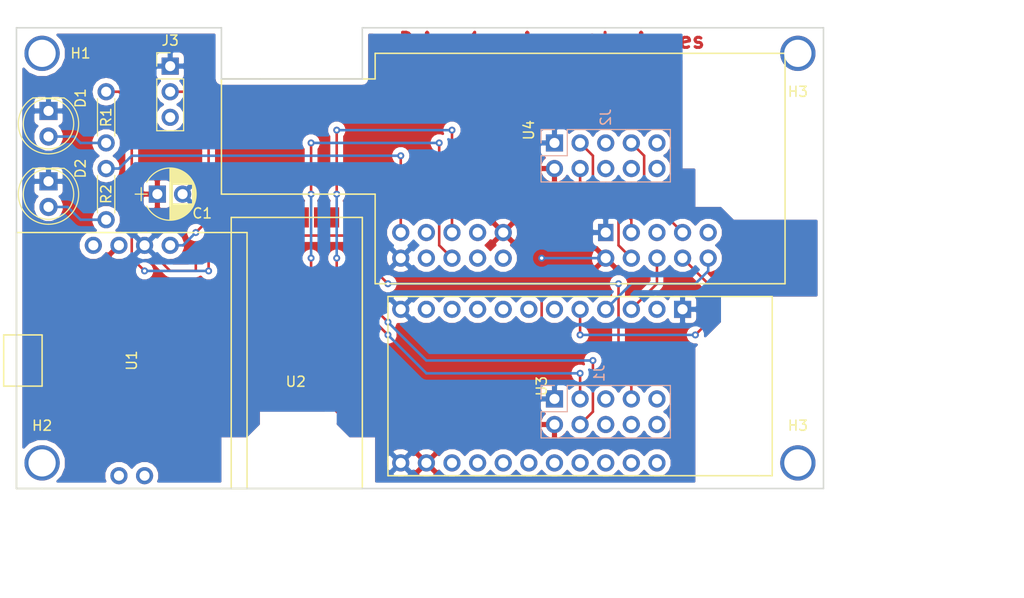
<source format=kicad_pcb>
(kicad_pcb (version 4) (host pcbnew 4.0.7)

  (general
    (links 38)
    (no_connects 0)
    (area 116.296 70.726 219.939999 132.240001)
    (thickness 1.6)
    (drawings 11)
    (tracks 117)
    (zones 0)
    (modules 16)
    (nets 79)
  )

  (page A4)
  (layers
    (0 F.Cu signal)
    (31 B.Cu signal)
    (32 B.Adhes user)
    (33 F.Adhes user)
    (34 B.Paste user)
    (35 F.Paste user)
    (36 B.SilkS user)
    (37 F.SilkS user)
    (38 B.Mask user)
    (39 F.Mask user)
    (40 Dwgs.User user)
    (41 Cmts.User user)
    (42 Eco1.User user)
    (43 Eco2.User user)
    (44 Edge.Cuts user)
    (45 Margin user)
    (46 B.CrtYd user)
    (47 F.CrtYd user)
    (48 B.Fab user)
    (49 F.Fab user)
  )

  (setup
    (last_trace_width 0.254)
    (trace_clearance 0.254)
    (zone_clearance 0.508)
    (zone_45_only no)
    (trace_min 0.254)
    (segment_width 0.2)
    (edge_width 0.15)
    (via_size 0.6858)
    (via_drill 0.3302)
    (via_min_size 0.6858)
    (via_min_drill 0.3302)
    (user_via 0.6858 0.3302)
    (uvia_size 0.508)
    (uvia_drill 0.127)
    (uvias_allowed no)
    (uvia_min_size 0.508)
    (uvia_min_drill 0.127)
    (pcb_text_width 0.3)
    (pcb_text_size 1.5 1.5)
    (mod_edge_width 0.15)
    (mod_text_size 1 1)
    (mod_text_width 0.15)
    (pad_size 1.8 1.8)
    (pad_drill 1)
    (pad_to_mask_clearance 0.2)
    (aux_axis_origin 0 0)
    (visible_elements 7FFFFFFF)
    (pcbplotparams
      (layerselection 0x010fc_80000001)
      (usegerberextensions true)
      (excludeedgelayer true)
      (linewidth 0.100000)
      (plotframeref false)
      (viasonmask false)
      (mode 1)
      (useauxorigin false)
      (hpglpennumber 1)
      (hpglpenspeed 20)
      (hpglpendiameter 15)
      (hpglpenoverlay 2)
      (psnegative false)
      (psa4output false)
      (plotreference true)
      (plotvalue true)
      (plotinvisibletext false)
      (padsonsilk false)
      (subtractmaskfromsilk false)
      (outputformat 1)
      (mirror false)
      (drillshape 0)
      (scaleselection 1)
      (outputdirectory outputs/))
  )

  (net 0 "")
  (net 1 /3V3)
  (net 2 /HM10_DBG_CLK)
  (net 3 /HM10_DBG_DATA)
  (net 4 "Net-(J1-Pad5)")
  (net 5 "Net-(J1-Pad6)")
  (net 6 /HM10_RST)
  (net 7 "Net-(J1-Pad8)")
  (net 8 "Net-(J1-Pad9)")
  (net 9 "Net-(J1-Pad10)")
  (net 10 /CC1111_DBG_CLK)
  (net 11 /CC1111_DBG_DATA)
  (net 12 "Net-(J2-Pad5)")
  (net 13 "Net-(J2-Pad6)")
  (net 14 /CC1111_RST)
  (net 15 "Net-(J2-Pad8)")
  (net 16 "Net-(J2-Pad9)")
  (net 17 "Net-(J2-Pad10)")
  (net 18 /3V3_EN)
  (net 19 "Net-(J3-Pad3)")
  (net 20 /PS)
  (net 21 /CHARGE_GND)
  (net 22 /CHARGE_5V)
  (net 23 /HM10_TX)
  (net 24 /HM10_RX)
  (net 25 "Net-(U2-Pad3)")
  (net 26 "Net-(U2-Pad4)")
  (net 27 "Net-(U2-Pad5)")
  (net 28 "Net-(U2-Pad6)")
  (net 29 "Net-(U2-Pad9)")
  (net 30 "Net-(U2-Pad10)")
  (net 31 "Net-(U2-Pad15)")
  (net 32 "Net-(U2-Pad16)")
  (net 33 "Net-(U2-Pad17)")
  (net 34 "Net-(U2-Pad18)")
  (net 35 "Net-(U2-Pad19)")
  (net 36 "Net-(U2-Pad20)")
  (net 37 "Net-(U2-Pad24)")
  (net 38 "Net-(U2-Pad25)")
  (net 39 "Net-(U2-Pad26)")
  (net 40 "Net-(U2-Pad27)")
  (net 41 "Net-(U2-Pad28)")
  (net 42 "Net-(U2-Pad29)")
  (net 43 "Net-(U2-Pad30)")
  (net 44 "Net-(U2-Pad31)")
  (net 45 "Net-(U2-Pad32)")
  (net 46 "Net-(U2-Pad33)")
  (net 47 "Net-(U2-Pad34)")
  (net 48 /WIXEL_RST)
  (net 49 /WIXEL_RX)
  (net 50 /WIXEL_TX)
  (net 51 "Net-(U4-Pad5)")
  (net 52 "Net-(U4-Pad9)")
  (net 53 "Net-(U4-Pad13)")
  (net 54 "Net-(U4-Pad14)")
  (net 55 "Net-(U4-Pad17)")
  (net 56 "Net-(U4-Pad18)")
  (net 57 "Net-(U4-Pad20)")
  (net 58 GND)
  (net 59 "Net-(D1-Pad2)")
  (net 60 "Net-(D2-Pad2)")
  (net 61 "Net-(R1-Pad2)")
  (net 62 "Net-(R2-Pad2)")
  (net 63 "Net-(U3-Pad2)")
  (net 64 "Net-(U3-Pad6)")
  (net 65 "Net-(U3-Pad7)")
  (net 66 "Net-(U3-Pad8)")
  (net 67 "Net-(U3-Pad9)")
  (net 68 "Net-(U3-Pad10)")
  (net 69 "Net-(U3-Pad11)")
  (net 70 "Net-(U3-Pad15)")
  (net 71 "Net-(U3-Pad16)")
  (net 72 "Net-(U3-Pad17)")
  (net 73 "Net-(U3-Pad18)")
  (net 74 "Net-(U3-Pad19)")
  (net 75 "Net-(U3-Pad20)")
  (net 76 "Net-(U3-Pad21)")
  (net 77 "Net-(U3-Pad22)")
  (net 78 "Net-(U3-Pad23)")

  (net_class Default "This is the default net class."
    (clearance 0.254)
    (trace_width 0.254)
    (via_dia 0.6858)
    (via_drill 0.3302)
    (uvia_dia 0.508)
    (uvia_drill 0.127)
    (add_net /3V3)
    (add_net /3V3_EN)
    (add_net /CC1111_DBG_CLK)
    (add_net /CC1111_DBG_DATA)
    (add_net /CC1111_RST)
    (add_net /CHARGE_5V)
    (add_net /CHARGE_GND)
    (add_net /HM10_DBG_CLK)
    (add_net /HM10_DBG_DATA)
    (add_net /HM10_RST)
    (add_net /HM10_RX)
    (add_net /HM10_TX)
    (add_net /PS)
    (add_net /WIXEL_RST)
    (add_net /WIXEL_RX)
    (add_net /WIXEL_TX)
    (add_net GND)
    (add_net "Net-(D1-Pad2)")
    (add_net "Net-(D2-Pad2)")
    (add_net "Net-(J1-Pad10)")
    (add_net "Net-(J1-Pad5)")
    (add_net "Net-(J1-Pad6)")
    (add_net "Net-(J1-Pad8)")
    (add_net "Net-(J1-Pad9)")
    (add_net "Net-(J2-Pad10)")
    (add_net "Net-(J2-Pad5)")
    (add_net "Net-(J2-Pad6)")
    (add_net "Net-(J2-Pad8)")
    (add_net "Net-(J2-Pad9)")
    (add_net "Net-(J3-Pad3)")
    (add_net "Net-(R1-Pad2)")
    (add_net "Net-(R2-Pad2)")
    (add_net "Net-(U2-Pad10)")
    (add_net "Net-(U2-Pad15)")
    (add_net "Net-(U2-Pad16)")
    (add_net "Net-(U2-Pad17)")
    (add_net "Net-(U2-Pad18)")
    (add_net "Net-(U2-Pad19)")
    (add_net "Net-(U2-Pad20)")
    (add_net "Net-(U2-Pad24)")
    (add_net "Net-(U2-Pad25)")
    (add_net "Net-(U2-Pad26)")
    (add_net "Net-(U2-Pad27)")
    (add_net "Net-(U2-Pad28)")
    (add_net "Net-(U2-Pad29)")
    (add_net "Net-(U2-Pad3)")
    (add_net "Net-(U2-Pad30)")
    (add_net "Net-(U2-Pad31)")
    (add_net "Net-(U2-Pad32)")
    (add_net "Net-(U2-Pad33)")
    (add_net "Net-(U2-Pad34)")
    (add_net "Net-(U2-Pad4)")
    (add_net "Net-(U2-Pad5)")
    (add_net "Net-(U2-Pad6)")
    (add_net "Net-(U2-Pad9)")
    (add_net "Net-(U3-Pad10)")
    (add_net "Net-(U3-Pad11)")
    (add_net "Net-(U3-Pad15)")
    (add_net "Net-(U3-Pad16)")
    (add_net "Net-(U3-Pad17)")
    (add_net "Net-(U3-Pad18)")
    (add_net "Net-(U3-Pad19)")
    (add_net "Net-(U3-Pad2)")
    (add_net "Net-(U3-Pad20)")
    (add_net "Net-(U3-Pad21)")
    (add_net "Net-(U3-Pad22)")
    (add_net "Net-(U3-Pad23)")
    (add_net "Net-(U3-Pad6)")
    (add_net "Net-(U3-Pad7)")
    (add_net "Net-(U3-Pad8)")
    (add_net "Net-(U3-Pad9)")
    (add_net "Net-(U4-Pad13)")
    (add_net "Net-(U4-Pad14)")
    (add_net "Net-(U4-Pad17)")
    (add_net "Net-(U4-Pad18)")
    (add_net "Net-(U4-Pad20)")
    (add_net "Net-(U4-Pad5)")
    (add_net "Net-(U4-Pad9)")
  )

  (module Capacitors_THT:CP_Radial_D5.0mm_P2.50mm (layer F.Cu) (tedit 59B410A2) (tstamp 59848362)
    (at 132.08 90.17)
    (descr "CP, Radial series, Radial, pin pitch=2.50mm, , diameter=5mm, Electrolytic Capacitor")
    (tags "CP Radial series Radial pin pitch 2.50mm  diameter 5mm Electrolytic Capacitor")
    (path /5984809B)
    (fp_text reference C1 (at 4.445 1.905) (layer F.SilkS)
      (effects (font (size 1 1) (thickness 0.15)))
    )
    (fp_text value 47uF (at 1.25 3.81) (layer F.Fab)
      (effects (font (size 1 1) (thickness 0.15)))
    )
    (fp_arc (start 1.25 0) (end -1.05558 -1.18) (angle 125.8) (layer F.SilkS) (width 0.12))
    (fp_arc (start 1.25 0) (end -1.05558 1.18) (angle -125.8) (layer F.SilkS) (width 0.12))
    (fp_arc (start 1.25 0) (end 3.55558 -1.18) (angle 54.2) (layer F.SilkS) (width 0.12))
    (fp_circle (center 1.25 0) (end 3.75 0) (layer F.Fab) (width 0.1))
    (fp_line (start -2.2 0) (end -1 0) (layer F.Fab) (width 0.1))
    (fp_line (start -1.6 -0.65) (end -1.6 0.65) (layer F.Fab) (width 0.1))
    (fp_line (start 1.25 -2.55) (end 1.25 2.55) (layer F.SilkS) (width 0.12))
    (fp_line (start 1.29 -2.55) (end 1.29 2.55) (layer F.SilkS) (width 0.12))
    (fp_line (start 1.33 -2.549) (end 1.33 2.549) (layer F.SilkS) (width 0.12))
    (fp_line (start 1.37 -2.548) (end 1.37 2.548) (layer F.SilkS) (width 0.12))
    (fp_line (start 1.41 -2.546) (end 1.41 2.546) (layer F.SilkS) (width 0.12))
    (fp_line (start 1.45 -2.543) (end 1.45 2.543) (layer F.SilkS) (width 0.12))
    (fp_line (start 1.49 -2.539) (end 1.49 2.539) (layer F.SilkS) (width 0.12))
    (fp_line (start 1.53 -2.535) (end 1.53 -0.98) (layer F.SilkS) (width 0.12))
    (fp_line (start 1.53 0.98) (end 1.53 2.535) (layer F.SilkS) (width 0.12))
    (fp_line (start 1.57 -2.531) (end 1.57 -0.98) (layer F.SilkS) (width 0.12))
    (fp_line (start 1.57 0.98) (end 1.57 2.531) (layer F.SilkS) (width 0.12))
    (fp_line (start 1.61 -2.525) (end 1.61 -0.98) (layer F.SilkS) (width 0.12))
    (fp_line (start 1.61 0.98) (end 1.61 2.525) (layer F.SilkS) (width 0.12))
    (fp_line (start 1.65 -2.519) (end 1.65 -0.98) (layer F.SilkS) (width 0.12))
    (fp_line (start 1.65 0.98) (end 1.65 2.519) (layer F.SilkS) (width 0.12))
    (fp_line (start 1.69 -2.513) (end 1.69 -0.98) (layer F.SilkS) (width 0.12))
    (fp_line (start 1.69 0.98) (end 1.69 2.513) (layer F.SilkS) (width 0.12))
    (fp_line (start 1.73 -2.506) (end 1.73 -0.98) (layer F.SilkS) (width 0.12))
    (fp_line (start 1.73 0.98) (end 1.73 2.506) (layer F.SilkS) (width 0.12))
    (fp_line (start 1.77 -2.498) (end 1.77 -0.98) (layer F.SilkS) (width 0.12))
    (fp_line (start 1.77 0.98) (end 1.77 2.498) (layer F.SilkS) (width 0.12))
    (fp_line (start 1.81 -2.489) (end 1.81 -0.98) (layer F.SilkS) (width 0.12))
    (fp_line (start 1.81 0.98) (end 1.81 2.489) (layer F.SilkS) (width 0.12))
    (fp_line (start 1.85 -2.48) (end 1.85 -0.98) (layer F.SilkS) (width 0.12))
    (fp_line (start 1.85 0.98) (end 1.85 2.48) (layer F.SilkS) (width 0.12))
    (fp_line (start 1.89 -2.47) (end 1.89 -0.98) (layer F.SilkS) (width 0.12))
    (fp_line (start 1.89 0.98) (end 1.89 2.47) (layer F.SilkS) (width 0.12))
    (fp_line (start 1.93 -2.46) (end 1.93 -0.98) (layer F.SilkS) (width 0.12))
    (fp_line (start 1.93 0.98) (end 1.93 2.46) (layer F.SilkS) (width 0.12))
    (fp_line (start 1.971 -2.448) (end 1.971 -0.98) (layer F.SilkS) (width 0.12))
    (fp_line (start 1.971 0.98) (end 1.971 2.448) (layer F.SilkS) (width 0.12))
    (fp_line (start 2.011 -2.436) (end 2.011 -0.98) (layer F.SilkS) (width 0.12))
    (fp_line (start 2.011 0.98) (end 2.011 2.436) (layer F.SilkS) (width 0.12))
    (fp_line (start 2.051 -2.424) (end 2.051 -0.98) (layer F.SilkS) (width 0.12))
    (fp_line (start 2.051 0.98) (end 2.051 2.424) (layer F.SilkS) (width 0.12))
    (fp_line (start 2.091 -2.41) (end 2.091 -0.98) (layer F.SilkS) (width 0.12))
    (fp_line (start 2.091 0.98) (end 2.091 2.41) (layer F.SilkS) (width 0.12))
    (fp_line (start 2.131 -2.396) (end 2.131 -0.98) (layer F.SilkS) (width 0.12))
    (fp_line (start 2.131 0.98) (end 2.131 2.396) (layer F.SilkS) (width 0.12))
    (fp_line (start 2.171 -2.382) (end 2.171 -0.98) (layer F.SilkS) (width 0.12))
    (fp_line (start 2.171 0.98) (end 2.171 2.382) (layer F.SilkS) (width 0.12))
    (fp_line (start 2.211 -2.366) (end 2.211 -0.98) (layer F.SilkS) (width 0.12))
    (fp_line (start 2.211 0.98) (end 2.211 2.366) (layer F.SilkS) (width 0.12))
    (fp_line (start 2.251 -2.35) (end 2.251 -0.98) (layer F.SilkS) (width 0.12))
    (fp_line (start 2.251 0.98) (end 2.251 2.35) (layer F.SilkS) (width 0.12))
    (fp_line (start 2.291 -2.333) (end 2.291 -0.98) (layer F.SilkS) (width 0.12))
    (fp_line (start 2.291 0.98) (end 2.291 2.333) (layer F.SilkS) (width 0.12))
    (fp_line (start 2.331 -2.315) (end 2.331 -0.98) (layer F.SilkS) (width 0.12))
    (fp_line (start 2.331 0.98) (end 2.331 2.315) (layer F.SilkS) (width 0.12))
    (fp_line (start 2.371 -2.296) (end 2.371 -0.98) (layer F.SilkS) (width 0.12))
    (fp_line (start 2.371 0.98) (end 2.371 2.296) (layer F.SilkS) (width 0.12))
    (fp_line (start 2.411 -2.276) (end 2.411 -0.98) (layer F.SilkS) (width 0.12))
    (fp_line (start 2.411 0.98) (end 2.411 2.276) (layer F.SilkS) (width 0.12))
    (fp_line (start 2.451 -2.256) (end 2.451 -0.98) (layer F.SilkS) (width 0.12))
    (fp_line (start 2.451 0.98) (end 2.451 2.256) (layer F.SilkS) (width 0.12))
    (fp_line (start 2.491 -2.234) (end 2.491 -0.98) (layer F.SilkS) (width 0.12))
    (fp_line (start 2.491 0.98) (end 2.491 2.234) (layer F.SilkS) (width 0.12))
    (fp_line (start 2.531 -2.212) (end 2.531 -0.98) (layer F.SilkS) (width 0.12))
    (fp_line (start 2.531 0.98) (end 2.531 2.212) (layer F.SilkS) (width 0.12))
    (fp_line (start 2.571 -2.189) (end 2.571 -0.98) (layer F.SilkS) (width 0.12))
    (fp_line (start 2.571 0.98) (end 2.571 2.189) (layer F.SilkS) (width 0.12))
    (fp_line (start 2.611 -2.165) (end 2.611 -0.98) (layer F.SilkS) (width 0.12))
    (fp_line (start 2.611 0.98) (end 2.611 2.165) (layer F.SilkS) (width 0.12))
    (fp_line (start 2.651 -2.14) (end 2.651 -0.98) (layer F.SilkS) (width 0.12))
    (fp_line (start 2.651 0.98) (end 2.651 2.14) (layer F.SilkS) (width 0.12))
    (fp_line (start 2.691 -2.113) (end 2.691 -0.98) (layer F.SilkS) (width 0.12))
    (fp_line (start 2.691 0.98) (end 2.691 2.113) (layer F.SilkS) (width 0.12))
    (fp_line (start 2.731 -2.086) (end 2.731 -0.98) (layer F.SilkS) (width 0.12))
    (fp_line (start 2.731 0.98) (end 2.731 2.086) (layer F.SilkS) (width 0.12))
    (fp_line (start 2.771 -2.058) (end 2.771 -0.98) (layer F.SilkS) (width 0.12))
    (fp_line (start 2.771 0.98) (end 2.771 2.058) (layer F.SilkS) (width 0.12))
    (fp_line (start 2.811 -2.028) (end 2.811 -0.98) (layer F.SilkS) (width 0.12))
    (fp_line (start 2.811 0.98) (end 2.811 2.028) (layer F.SilkS) (width 0.12))
    (fp_line (start 2.851 -1.997) (end 2.851 -0.98) (layer F.SilkS) (width 0.12))
    (fp_line (start 2.851 0.98) (end 2.851 1.997) (layer F.SilkS) (width 0.12))
    (fp_line (start 2.891 -1.965) (end 2.891 -0.98) (layer F.SilkS) (width 0.12))
    (fp_line (start 2.891 0.98) (end 2.891 1.965) (layer F.SilkS) (width 0.12))
    (fp_line (start 2.931 -1.932) (end 2.931 -0.98) (layer F.SilkS) (width 0.12))
    (fp_line (start 2.931 0.98) (end 2.931 1.932) (layer F.SilkS) (width 0.12))
    (fp_line (start 2.971 -1.897) (end 2.971 -0.98) (layer F.SilkS) (width 0.12))
    (fp_line (start 2.971 0.98) (end 2.971 1.897) (layer F.SilkS) (width 0.12))
    (fp_line (start 3.011 -1.861) (end 3.011 -0.98) (layer F.SilkS) (width 0.12))
    (fp_line (start 3.011 0.98) (end 3.011 1.861) (layer F.SilkS) (width 0.12))
    (fp_line (start 3.051 -1.823) (end 3.051 -0.98) (layer F.SilkS) (width 0.12))
    (fp_line (start 3.051 0.98) (end 3.051 1.823) (layer F.SilkS) (width 0.12))
    (fp_line (start 3.091 -1.783) (end 3.091 -0.98) (layer F.SilkS) (width 0.12))
    (fp_line (start 3.091 0.98) (end 3.091 1.783) (layer F.SilkS) (width 0.12))
    (fp_line (start 3.131 -1.742) (end 3.131 -0.98) (layer F.SilkS) (width 0.12))
    (fp_line (start 3.131 0.98) (end 3.131 1.742) (layer F.SilkS) (width 0.12))
    (fp_line (start 3.171 -1.699) (end 3.171 -0.98) (layer F.SilkS) (width 0.12))
    (fp_line (start 3.171 0.98) (end 3.171 1.699) (layer F.SilkS) (width 0.12))
    (fp_line (start 3.211 -1.654) (end 3.211 -0.98) (layer F.SilkS) (width 0.12))
    (fp_line (start 3.211 0.98) (end 3.211 1.654) (layer F.SilkS) (width 0.12))
    (fp_line (start 3.251 -1.606) (end 3.251 -0.98) (layer F.SilkS) (width 0.12))
    (fp_line (start 3.251 0.98) (end 3.251 1.606) (layer F.SilkS) (width 0.12))
    (fp_line (start 3.291 -1.556) (end 3.291 -0.98) (layer F.SilkS) (width 0.12))
    (fp_line (start 3.291 0.98) (end 3.291 1.556) (layer F.SilkS) (width 0.12))
    (fp_line (start 3.331 -1.504) (end 3.331 -0.98) (layer F.SilkS) (width 0.12))
    (fp_line (start 3.331 0.98) (end 3.331 1.504) (layer F.SilkS) (width 0.12))
    (fp_line (start 3.371 -1.448) (end 3.371 -0.98) (layer F.SilkS) (width 0.12))
    (fp_line (start 3.371 0.98) (end 3.371 1.448) (layer F.SilkS) (width 0.12))
    (fp_line (start 3.411 -1.39) (end 3.411 -0.98) (layer F.SilkS) (width 0.12))
    (fp_line (start 3.411 0.98) (end 3.411 1.39) (layer F.SilkS) (width 0.12))
    (fp_line (start 3.451 -1.327) (end 3.451 -0.98) (layer F.SilkS) (width 0.12))
    (fp_line (start 3.451 0.98) (end 3.451 1.327) (layer F.SilkS) (width 0.12))
    (fp_line (start 3.491 -1.261) (end 3.491 1.261) (layer F.SilkS) (width 0.12))
    (fp_line (start 3.531 -1.189) (end 3.531 1.189) (layer F.SilkS) (width 0.12))
    (fp_line (start 3.571 -1.112) (end 3.571 1.112) (layer F.SilkS) (width 0.12))
    (fp_line (start 3.611 -1.028) (end 3.611 1.028) (layer F.SilkS) (width 0.12))
    (fp_line (start 3.651 -0.934) (end 3.651 0.934) (layer F.SilkS) (width 0.12))
    (fp_line (start 3.691 -0.829) (end 3.691 0.829) (layer F.SilkS) (width 0.12))
    (fp_line (start 3.731 -0.707) (end 3.731 0.707) (layer F.SilkS) (width 0.12))
    (fp_line (start 3.771 -0.559) (end 3.771 0.559) (layer F.SilkS) (width 0.12))
    (fp_line (start 3.811 -0.354) (end 3.811 0.354) (layer F.SilkS) (width 0.12))
    (fp_line (start -2.2 0) (end -1 0) (layer F.SilkS) (width 0.12))
    (fp_line (start -1.6 -0.65) (end -1.6 0.65) (layer F.SilkS) (width 0.12))
    (fp_line (start -1.6 -2.85) (end -1.6 2.85) (layer F.CrtYd) (width 0.05))
    (fp_line (start -1.6 2.85) (end 4.1 2.85) (layer F.CrtYd) (width 0.05))
    (fp_line (start 4.1 2.85) (end 4.1 -2.85) (layer F.CrtYd) (width 0.05))
    (fp_line (start 4.1 -2.85) (end -1.6 -2.85) (layer F.CrtYd) (width 0.05))
    (fp_text user %R (at 3.81 -3.81 180) (layer F.Fab)
      (effects (font (size 1 1) (thickness 0.15)))
    )
    (pad 1 thru_hole rect (at 0 0) (size 1.7 1.7) (drill 1) (layers *.Cu *.Mask)
      (net 1 /3V3))
    (pad 2 thru_hole circle (at 2.5 0) (size 1.7 1.7) (drill 1) (layers *.Cu *.Mask)
      (net 58 GND))
    (model ${KISYS3DMOD}/Capacitors_THT.3dshapes/CP_Radial_D5.0mm_P2.50mm.wrl
      (at (xyz 0 0 0))
      (scale (xyz 1 1 1))
      (rotate (xyz 0 0 0))
    )
  )

  (module Pin_Headers:Pin_Header_Straight_2x05_Pitch2.54mm (layer B.Cu) (tedit 59B40591) (tstamp 59848370)
    (at 171.45 110.49 270)
    (descr "Through hole straight pin header, 2x05, 2.54mm pitch, double rows")
    (tags "Through hole pin header THT 2x05 2.54mm double row")
    (path /5979FF6C)
    (fp_text reference J1 (at -2.54 -4.445 270) (layer B.SilkS)
      (effects (font (size 1 1) (thickness 0.15)) (justify mirror))
    )
    (fp_text value CONN_02X05 (at -20.32 6.35 270) (layer B.Fab)
      (effects (font (size 1 1) (thickness 0.15)) (justify mirror))
    )
    (fp_line (start 0 1.27) (end 3.81 1.27) (layer B.Fab) (width 0.1))
    (fp_line (start 3.81 1.27) (end 3.81 -11.43) (layer B.Fab) (width 0.1))
    (fp_line (start 3.81 -11.43) (end -1.27 -11.43) (layer B.Fab) (width 0.1))
    (fp_line (start -1.27 -11.43) (end -1.27 0) (layer B.Fab) (width 0.1))
    (fp_line (start -1.27 0) (end 0 1.27) (layer B.Fab) (width 0.1))
    (fp_line (start -1.33 -11.49) (end 3.87 -11.49) (layer B.SilkS) (width 0.12))
    (fp_line (start -1.33 -1.27) (end -1.33 -11.49) (layer B.SilkS) (width 0.12))
    (fp_line (start 3.87 1.33) (end 3.87 -11.49) (layer B.SilkS) (width 0.12))
    (fp_line (start -1.33 -1.27) (end 1.27 -1.27) (layer B.SilkS) (width 0.12))
    (fp_line (start 1.27 -1.27) (end 1.27 1.33) (layer B.SilkS) (width 0.12))
    (fp_line (start 1.27 1.33) (end 3.87 1.33) (layer B.SilkS) (width 0.12))
    (fp_line (start -1.33 0) (end -1.33 1.33) (layer B.SilkS) (width 0.12))
    (fp_line (start -1.33 1.33) (end 0 1.33) (layer B.SilkS) (width 0.12))
    (fp_line (start -1.8 1.8) (end -1.8 -11.95) (layer B.CrtYd) (width 0.05))
    (fp_line (start -1.8 -11.95) (end 4.35 -11.95) (layer B.CrtYd) (width 0.05))
    (fp_line (start 4.35 -11.95) (end 4.35 1.8) (layer B.CrtYd) (width 0.05))
    (fp_line (start 4.35 1.8) (end -1.8 1.8) (layer B.CrtYd) (width 0.05))
    (fp_text user %R (at 1.27 -5.08 540) (layer B.Fab)
      (effects (font (size 1 1) (thickness 0.15)) (justify mirror))
    )
    (pad 1 thru_hole rect (at 0 0 270) (size 1.7 1.7) (drill 1) (layers *.Cu *.Mask)
      (net 58 GND))
    (pad 2 thru_hole oval (at 2.54 0 270) (size 1.7 1.7) (drill 1) (layers *.Cu *.Mask)
      (net 1 /3V3))
    (pad 3 thru_hole oval (at 0 -2.54 270) (size 1.7 1.7) (drill 1) (layers *.Cu *.Mask)
      (net 2 /HM10_DBG_CLK))
    (pad 4 thru_hole oval (at 2.54 -2.54 270) (size 1.7 1.7) (drill 1) (layers *.Cu *.Mask)
      (net 3 /HM10_DBG_DATA))
    (pad 5 thru_hole oval (at 0 -5.08 270) (size 1.7 1.7) (drill 1) (layers *.Cu *.Mask)
      (net 4 "Net-(J1-Pad5)"))
    (pad 6 thru_hole oval (at 2.54 -5.08 270) (size 1.7 1.7) (drill 1) (layers *.Cu *.Mask)
      (net 5 "Net-(J1-Pad6)"))
    (pad 7 thru_hole oval (at 0 -7.62 270) (size 1.7 1.7) (drill 1) (layers *.Cu *.Mask)
      (net 6 /HM10_RST))
    (pad 8 thru_hole oval (at 2.54 -7.62 270) (size 1.7 1.7) (drill 1) (layers *.Cu *.Mask)
      (net 7 "Net-(J1-Pad8)"))
    (pad 9 thru_hole oval (at 0 -10.16 270) (size 1.7 1.7) (drill 1) (layers *.Cu *.Mask)
      (net 8 "Net-(J1-Pad9)"))
    (pad 10 thru_hole oval (at 2.54 -10.16 270) (size 1.7 1.7) (drill 1) (layers *.Cu *.Mask)
      (net 9 "Net-(J1-Pad10)"))
    (model ${KISYS3DMOD}/Pin_Headers.3dshapes/Pin_Header_Straight_2x05_Pitch2.54mm.wrl
      (at (xyz 0 0 0))
      (scale (xyz 1 1 1))
      (rotate (xyz 0 0 0))
    )
  )

  (module Pin_Headers:Pin_Header_Straight_2x05_Pitch2.54mm (layer B.Cu) (tedit 59B40434) (tstamp 5984837E)
    (at 171.45 85.09 270)
    (descr "Through hole straight pin header, 2x05, 2.54mm pitch, double rows")
    (tags "Through hole pin header THT 2x05 2.54mm double row")
    (path /597A0172)
    (fp_text reference J2 (at -2.54 -5.08 270) (layer B.SilkS)
      (effects (font (size 1 1) (thickness 0.15)) (justify mirror))
    )
    (fp_text value CONN_02X05 (at 0 -45.72 270) (layer B.Fab)
      (effects (font (size 1 1) (thickness 0.15)) (justify mirror))
    )
    (fp_line (start 0 1.27) (end 3.81 1.27) (layer B.Fab) (width 0.1))
    (fp_line (start 3.81 1.27) (end 3.81 -11.43) (layer B.Fab) (width 0.1))
    (fp_line (start 3.81 -11.43) (end -1.27 -11.43) (layer B.Fab) (width 0.1))
    (fp_line (start -1.27 -11.43) (end -1.27 0) (layer B.Fab) (width 0.1))
    (fp_line (start -1.27 0) (end 0 1.27) (layer B.Fab) (width 0.1))
    (fp_line (start -1.33 -11.49) (end 3.87 -11.49) (layer B.SilkS) (width 0.12))
    (fp_line (start -1.33 -1.27) (end -1.33 -11.49) (layer B.SilkS) (width 0.12))
    (fp_line (start 3.87 1.33) (end 3.87 -11.49) (layer B.SilkS) (width 0.12))
    (fp_line (start -1.33 -1.27) (end 1.27 -1.27) (layer B.SilkS) (width 0.12))
    (fp_line (start 1.27 -1.27) (end 1.27 1.33) (layer B.SilkS) (width 0.12))
    (fp_line (start 1.27 1.33) (end 3.87 1.33) (layer B.SilkS) (width 0.12))
    (fp_line (start -1.33 0) (end -1.33 1.33) (layer B.SilkS) (width 0.12))
    (fp_line (start -1.33 1.33) (end 0 1.33) (layer B.SilkS) (width 0.12))
    (fp_line (start -1.8 1.8) (end -1.8 -11.95) (layer B.CrtYd) (width 0.05))
    (fp_line (start -1.8 -11.95) (end 4.35 -11.95) (layer B.CrtYd) (width 0.05))
    (fp_line (start 4.35 -11.95) (end 4.35 1.8) (layer B.CrtYd) (width 0.05))
    (fp_line (start 4.35 1.8) (end -1.8 1.8) (layer B.CrtYd) (width 0.05))
    (fp_text user %R (at 1.27 -5.08 540) (layer B.Fab)
      (effects (font (size 1 1) (thickness 0.15)) (justify mirror))
    )
    (pad 1 thru_hole rect (at 0 0 270) (size 1.7 1.7) (drill 1) (layers *.Cu *.Mask)
      (net 58 GND))
    (pad 2 thru_hole oval (at 2.54 0 270) (size 1.7 1.7) (drill 1) (layers *.Cu *.Mask)
      (net 1 /3V3))
    (pad 3 thru_hole oval (at 0 -2.54 270) (size 1.7 1.7) (drill 1) (layers *.Cu *.Mask)
      (net 10 /CC1111_DBG_CLK))
    (pad 4 thru_hole oval (at 2.54 -2.54 270) (size 1.7 1.7) (drill 1) (layers *.Cu *.Mask)
      (net 11 /CC1111_DBG_DATA))
    (pad 5 thru_hole oval (at 0 -5.08 270) (size 1.7 1.7) (drill 1) (layers *.Cu *.Mask)
      (net 12 "Net-(J2-Pad5)"))
    (pad 6 thru_hole oval (at 2.54 -5.08 270) (size 1.7 1.7) (drill 1) (layers *.Cu *.Mask)
      (net 13 "Net-(J2-Pad6)"))
    (pad 7 thru_hole oval (at 0 -7.62 270) (size 1.7 1.7) (drill 1) (layers *.Cu *.Mask)
      (net 14 /CC1111_RST))
    (pad 8 thru_hole oval (at 2.54 -7.62 270) (size 1.7 1.7) (drill 1) (layers *.Cu *.Mask)
      (net 15 "Net-(J2-Pad8)"))
    (pad 9 thru_hole oval (at 0 -10.16 270) (size 1.7 1.7) (drill 1) (layers *.Cu *.Mask)
      (net 16 "Net-(J2-Pad9)"))
    (pad 10 thru_hole oval (at 2.54 -10.16 270) (size 1.7 1.7) (drill 1) (layers *.Cu *.Mask)
      (net 17 "Net-(J2-Pad10)"))
    (model ${KISYS3DMOD}/Pin_Headers.3dshapes/Pin_Header_Straight_2x05_Pitch2.54mm.wrl
      (at (xyz 0 0 0))
      (scale (xyz 1 1 1))
      (rotate (xyz 0 0 0))
    )
  )

  (module Pin_Headers:Pin_Header_Straight_1x03_Pitch2.54mm (layer F.Cu) (tedit 5989D759) (tstamp 59848385)
    (at 133.35 77.47)
    (descr "Through hole straight pin header, 1x03, 2.54mm pitch, single row")
    (tags "Through hole pin header THT 1x03 2.54mm single row")
    (path /59838367)
    (fp_text reference J3 (at 0 -2.54) (layer F.SilkS)
      (effects (font (size 1 1) (thickness 0.15)))
    )
    (fp_text value CONN_01X03_MALE (at -6.35 4.826 90) (layer F.Fab)
      (effects (font (size 1 1) (thickness 0.15)))
    )
    (fp_line (start -0.635 -1.27) (end 1.27 -1.27) (layer F.Fab) (width 0.1))
    (fp_line (start 1.27 -1.27) (end 1.27 6.35) (layer F.Fab) (width 0.1))
    (fp_line (start 1.27 6.35) (end -1.27 6.35) (layer F.Fab) (width 0.1))
    (fp_line (start -1.27 6.35) (end -1.27 -0.635) (layer F.Fab) (width 0.1))
    (fp_line (start -1.27 -0.635) (end -0.635 -1.27) (layer F.Fab) (width 0.1))
    (fp_line (start -1.33 6.41) (end 1.33 6.41) (layer F.SilkS) (width 0.12))
    (fp_line (start -1.33 1.27) (end -1.33 6.41) (layer F.SilkS) (width 0.12))
    (fp_line (start 1.33 1.27) (end 1.33 6.41) (layer F.SilkS) (width 0.12))
    (fp_line (start -1.33 1.27) (end 1.33 1.27) (layer F.SilkS) (width 0.12))
    (fp_line (start -1.33 0) (end -1.33 -1.33) (layer F.SilkS) (width 0.12))
    (fp_line (start -1.33 -1.33) (end 0 -1.33) (layer F.SilkS) (width 0.12))
    (fp_line (start -1.8 -1.8) (end -1.8 6.85) (layer F.CrtYd) (width 0.05))
    (fp_line (start -1.8 6.85) (end 1.8 6.85) (layer F.CrtYd) (width 0.05))
    (fp_line (start 1.8 6.85) (end 1.8 -1.8) (layer F.CrtYd) (width 0.05))
    (fp_line (start 1.8 -1.8) (end -1.8 -1.8) (layer F.CrtYd) (width 0.05))
    (fp_text user %R (at 0 2.54 90) (layer F.Fab)
      (effects (font (size 1 1) (thickness 0.15)))
    )
    (pad 1 thru_hole rect (at 0 0) (size 1.7 1.7) (drill 1) (layers *.Cu *.Mask)
      (net 58 GND))
    (pad 2 thru_hole oval (at 0 2.54) (size 1.7 1.7) (drill 1) (layers *.Cu *.Mask)
      (net 18 /3V3_EN))
    (pad 3 thru_hole oval (at 0 5.08) (size 1.7 1.7) (drill 1) (layers *.Cu *.Mask)
      (net 19 "Net-(J3-Pad3)"))
    (model ${KISYS3DMOD}/Pin_Headers.3dshapes/Pin_Header_Straight_1x03_Pitch2.54mm.wrl
      (at (xyz 0 0 0))
      (scale (xyz 1 1 1))
      (rotate (xyz 0 0 0))
    )
  )

  (module HM10:HM10 (layer F.Cu) (tedit 5983550A) (tstamp 598483B5)
    (at 152.4 119.38 180)
    (path /597A01F7)
    (fp_text reference U2 (at 6.6 10.6 180) (layer F.SilkS)
      (effects (font (size 1 1) (thickness 0.15)))
    )
    (fp_text value HM-10 (at 6.6 9 180) (layer F.Fab)
      (effects (font (size 1 1) (thickness 0.15)))
    )
    (fp_line (start 13 26.9) (end 13 0) (layer F.SilkS) (width 0.15))
    (fp_line (start 13 0) (end 0 0) (layer F.SilkS) (width 0.15))
    (fp_line (start 0 0) (end 0 26.9) (layer F.SilkS) (width 0.15))
    (fp_line (start 0 26.9) (end 13 26.9) (layer F.SilkS) (width 0.15))
    (pad 1 smd rect (at 0 7.1 180) (size 2 1) (layers F.Cu F.Paste F.Mask)
      (net 23 /HM10_TX))
    (pad 2 smd rect (at 0 8.6 180) (size 2 1) (layers F.Cu F.Paste F.Mask)
      (net 24 /HM10_RX))
    (pad 3 smd rect (at 0 10.1 180) (size 2 1) (layers F.Cu F.Paste F.Mask)
      (net 25 "Net-(U2-Pad3)"))
    (pad 4 smd rect (at 0 11.6 180) (size 2 1) (layers F.Cu F.Paste F.Mask)
      (net 26 "Net-(U2-Pad4)"))
    (pad 5 smd rect (at 0 13.1 180) (size 2 1) (layers F.Cu F.Paste F.Mask)
      (net 27 "Net-(U2-Pad5)"))
    (pad 6 smd rect (at 0 14.6 180) (size 2 1) (layers F.Cu F.Paste F.Mask)
      (net 28 "Net-(U2-Pad6)"))
    (pad 7 smd rect (at 0 16.1 180) (size 2 1) (layers F.Cu F.Paste F.Mask)
      (net 2 /HM10_DBG_CLK))
    (pad 8 smd rect (at 0 17.6 180) (size 2 1) (layers F.Cu F.Paste F.Mask)
      (net 3 /HM10_DBG_DATA))
    (pad 9 smd rect (at 0 19.1 180) (size 2 1) (layers F.Cu F.Paste F.Mask)
      (net 29 "Net-(U2-Pad9)"))
    (pad 10 smd rect (at 0 20.6 180) (size 2 1) (layers F.Cu F.Paste F.Mask)
      (net 30 "Net-(U2-Pad10)"))
    (pad 11 smd rect (at 0 22.1 180) (size 2 1) (layers F.Cu F.Paste F.Mask)
      (net 6 /HM10_RST))
    (pad 12 smd rect (at 0 23.6 180) (size 2 1) (layers F.Cu F.Paste F.Mask)
      (net 1 /3V3))
    (pad 13 smd rect (at 0 25.1 180) (size 2 1) (layers F.Cu F.Paste F.Mask)
      (net 58 GND))
    (pad 14 smd rect (at 1.3 26.9 270) (size 2 1) (layers F.Cu F.Paste F.Mask)
      (net 58 GND))
    (pad 15 smd rect (at 2.8 26.9 270) (size 2 1) (layers F.Cu F.Paste F.Mask)
      (net 31 "Net-(U2-Pad15)"))
    (pad 16 smd rect (at 4.3 26.9 270) (size 2 1) (layers F.Cu F.Paste F.Mask)
      (net 32 "Net-(U2-Pad16)"))
    (pad 17 smd rect (at 5.8 26.9 270) (size 2 1) (layers F.Cu F.Paste F.Mask)
      (net 33 "Net-(U2-Pad17)"))
    (pad 18 smd rect (at 7.3 26.9 270) (size 2 1) (layers F.Cu F.Paste F.Mask)
      (net 34 "Net-(U2-Pad18)"))
    (pad 19 smd rect (at 8.8 26.9 270) (size 2 1) (layers F.Cu F.Paste F.Mask)
      (net 35 "Net-(U2-Pad19)"))
    (pad 20 smd rect (at 10.3 26.9 270) (size 2 1) (layers F.Cu F.Paste F.Mask)
      (net 36 "Net-(U2-Pad20)"))
    (pad 21 smd rect (at 11.8 26.9 270) (size 2 1) (layers F.Cu F.Paste F.Mask)
      (net 58 GND))
    (pad 22 smd rect (at 13 25.1 180) (size 2 1) (layers F.Cu F.Paste F.Mask)
      (net 58 GND))
    (pad 23 smd rect (at 13 23.6 180) (size 2 1) (layers F.Cu F.Paste F.Mask)
      (net 61 "Net-(R1-Pad2)"))
    (pad 24 smd rect (at 13 22.1 180) (size 2 1) (layers F.Cu F.Paste F.Mask)
      (net 37 "Net-(U2-Pad24)"))
    (pad 25 smd rect (at 13 20.6 180) (size 2 1) (layers F.Cu F.Paste F.Mask)
      (net 38 "Net-(U2-Pad25)"))
    (pad 26 smd rect (at 13 19.1 180) (size 2 1) (layers F.Cu F.Paste F.Mask)
      (net 39 "Net-(U2-Pad26)"))
    (pad 27 smd rect (at 13 17.6 180) (size 2 1) (layers F.Cu F.Paste F.Mask)
      (net 40 "Net-(U2-Pad27)"))
    (pad 28 smd rect (at 13 16.1 180) (size 2 1) (layers F.Cu F.Paste F.Mask)
      (net 41 "Net-(U2-Pad28)"))
    (pad 29 smd rect (at 13 14.6 180) (size 2 1) (layers F.Cu F.Paste F.Mask)
      (net 42 "Net-(U2-Pad29)"))
    (pad 30 smd rect (at 13 13.1 180) (size 2 1) (layers F.Cu F.Paste F.Mask)
      (net 43 "Net-(U2-Pad30)"))
    (pad 31 smd rect (at 13 11.6 180) (size 2 1) (layers F.Cu F.Paste F.Mask)
      (net 44 "Net-(U2-Pad31)"))
    (pad 32 smd rect (at 13 10.1 180) (size 2 1) (layers F.Cu F.Paste F.Mask)
      (net 45 "Net-(U2-Pad32)"))
    (pad 33 smd rect (at 13 8.6 180) (size 2 1) (layers F.Cu F.Paste F.Mask)
      (net 46 "Net-(U2-Pad33)"))
    (pad 34 smd rect (at 13 7.1 180) (size 2 1) (layers F.Cu F.Paste F.Mask)
      (net 47 "Net-(U2-Pad34)"))
  )

  (module LEDs:LED_D5.0mm (layer F.Cu) (tedit 59B410B8) (tstamp 5988E050)
    (at 121.285 81.915 270)
    (descr "LED, diameter 5.0mm, 2 pins, http://cdn-reichelt.de/documents/datenblatt/A500/LL-504BC2E-009.pdf")
    (tags "LED diameter 5.0mm 2 pins")
    (path /5988DE07)
    (fp_text reference D1 (at -1.27 -3.175 270) (layer F.SilkS)
      (effects (font (size 1 1) (thickness 0.15)))
    )
    (fp_text value LED (at 1.27 3.96 270) (layer F.Fab)
      (effects (font (size 1 1) (thickness 0.15)))
    )
    (fp_arc (start 1.27 0) (end -1.23 -1.469694) (angle 299.1) (layer F.Fab) (width 0.1))
    (fp_arc (start 1.27 0) (end -1.29 -1.54483) (angle 148.9) (layer F.SilkS) (width 0.12))
    (fp_arc (start 1.27 0) (end -1.29 1.54483) (angle -148.9) (layer F.SilkS) (width 0.12))
    (fp_circle (center 1.27 0) (end 3.77 0) (layer F.Fab) (width 0.1))
    (fp_circle (center 1.27 0) (end 3.77 0) (layer F.SilkS) (width 0.12))
    (fp_line (start -1.23 -1.469694) (end -1.23 1.469694) (layer F.Fab) (width 0.1))
    (fp_line (start -1.29 -1.545) (end -1.29 1.545) (layer F.SilkS) (width 0.12))
    (fp_line (start -1.95 -3.25) (end -1.95 3.25) (layer F.CrtYd) (width 0.05))
    (fp_line (start -1.95 3.25) (end 4.5 3.25) (layer F.CrtYd) (width 0.05))
    (fp_line (start 4.5 3.25) (end 4.5 -3.25) (layer F.CrtYd) (width 0.05))
    (fp_line (start 4.5 -3.25) (end -1.95 -3.25) (layer F.CrtYd) (width 0.05))
    (pad 1 thru_hole rect (at 0 0 270) (size 1.8 1.8) (drill 1) (layers *.Cu *.Mask)
      (net 58 GND))
    (pad 2 thru_hole circle (at 2.54 0 270) (size 1.8 1.8) (drill 1) (layers *.Cu *.Mask)
      (net 59 "Net-(D1-Pad2)"))
    (model ${KISYS3DMOD}/LEDs.3dshapes/LED_D5.0mm.wrl
      (at (xyz 0 0 0))
      (scale (xyz 0.393701 0.393701 0.393701))
      (rotate (xyz 0 0 0))
    )
  )

  (module LEDs:LED_D5.0mm (layer F.Cu) (tedit 59B410C8) (tstamp 5988E056)
    (at 121.285 88.9 270)
    (descr "LED, diameter 5.0mm, 2 pins, http://cdn-reichelt.de/documents/datenblatt/A500/LL-504BC2E-009.pdf")
    (tags "LED diameter 5.0mm 2 pins")
    (path /5988DFF4)
    (fp_text reference D2 (at -1.27 -3.175 270) (layer F.SilkS)
      (effects (font (size 1 1) (thickness 0.15)))
    )
    (fp_text value LED (at 1.27 3.96 270) (layer F.Fab)
      (effects (font (size 1 1) (thickness 0.15)))
    )
    (fp_arc (start 1.27 0) (end -1.23 -1.469694) (angle 299.1) (layer F.Fab) (width 0.1))
    (fp_arc (start 1.27 0) (end -1.29 -1.54483) (angle 148.9) (layer F.SilkS) (width 0.12))
    (fp_arc (start 1.27 0) (end -1.29 1.54483) (angle -148.9) (layer F.SilkS) (width 0.12))
    (fp_circle (center 1.27 0) (end 3.77 0) (layer F.Fab) (width 0.1))
    (fp_circle (center 1.27 0) (end 3.77 0) (layer F.SilkS) (width 0.12))
    (fp_line (start -1.23 -1.469694) (end -1.23 1.469694) (layer F.Fab) (width 0.1))
    (fp_line (start -1.29 -1.545) (end -1.29 1.545) (layer F.SilkS) (width 0.12))
    (fp_line (start -1.95 -3.25) (end -1.95 3.25) (layer F.CrtYd) (width 0.05))
    (fp_line (start -1.95 3.25) (end 4.5 3.25) (layer F.CrtYd) (width 0.05))
    (fp_line (start 4.5 3.25) (end 4.5 -3.25) (layer F.CrtYd) (width 0.05))
    (fp_line (start 4.5 -3.25) (end -1.95 -3.25) (layer F.CrtYd) (width 0.05))
    (pad 1 thru_hole rect (at 0 0 270) (size 1.8 1.8) (drill 1) (layers *.Cu *.Mask)
      (net 58 GND))
    (pad 2 thru_hole circle (at 2.54 0 270) (size 1.8 1.8) (drill 1) (layers *.Cu *.Mask)
      (net 60 "Net-(D2-Pad2)"))
    (model ${KISYS3DMOD}/LEDs.3dshapes/LED_D5.0mm.wrl
      (at (xyz 0 0 0))
      (scale (xyz 0.393701 0.393701 0.393701))
      (rotate (xyz 0 0 0))
    )
  )

  (module Resistors_THT:R_Axial_DIN0204_L3.6mm_D1.6mm_P5.08mm_Horizontal (layer F.Cu) (tedit 59B4106A) (tstamp 5988E05C)
    (at 127 85.09 90)
    (descr "Resistor, Axial_DIN0204 series, Axial, Horizontal, pin pitch=5.08mm, 0.16666666666666666W = 1/6W, length*diameter=3.6*1.6mm^2, http://cdn-reichelt.de/documents/datenblatt/B400/1_4W%23YAG.pdf")
    (tags "Resistor Axial_DIN0204 series Axial Horizontal pin pitch 5.08mm 0.16666666666666666W = 1/6W length 3.6mm diameter 1.6mm")
    (path /5988DD46)
    (fp_text reference R1 (at 2.54 0 90) (layer F.SilkS)
      (effects (font (size 1 1) (thickness 0.15)))
    )
    (fp_text value 10K (at 2.54 1.86 90) (layer F.Fab)
      (effects (font (size 1 1) (thickness 0.15)))
    )
    (fp_line (start 0.74 -0.8) (end 0.74 0.8) (layer F.Fab) (width 0.1))
    (fp_line (start 0.74 0.8) (end 4.34 0.8) (layer F.Fab) (width 0.1))
    (fp_line (start 4.34 0.8) (end 4.34 -0.8) (layer F.Fab) (width 0.1))
    (fp_line (start 4.34 -0.8) (end 0.74 -0.8) (layer F.Fab) (width 0.1))
    (fp_line (start 0 0) (end 0.74 0) (layer F.Fab) (width 0.1))
    (fp_line (start 5.08 0) (end 4.34 0) (layer F.Fab) (width 0.1))
    (fp_line (start 0.68 -0.86) (end 4.4 -0.86) (layer F.SilkS) (width 0.12))
    (fp_line (start 0.68 0.86) (end 4.4 0.86) (layer F.SilkS) (width 0.12))
    (fp_line (start -0.95 -1.15) (end -0.95 1.15) (layer F.CrtYd) (width 0.05))
    (fp_line (start -0.95 1.15) (end 6.05 1.15) (layer F.CrtYd) (width 0.05))
    (fp_line (start 6.05 1.15) (end 6.05 -1.15) (layer F.CrtYd) (width 0.05))
    (fp_line (start 6.05 -1.15) (end -0.95 -1.15) (layer F.CrtYd) (width 0.05))
    (pad 1 thru_hole circle (at 0 0 90) (size 1.7 1.7) (drill 1) (layers *.Cu *.Mask)
      (net 59 "Net-(D1-Pad2)"))
    (pad 2 thru_hole oval (at 5.08 0 90) (size 1.7 1.7) (drill 1) (layers *.Cu *.Mask)
      (net 61 "Net-(R1-Pad2)"))
    (model ${KISYS3DMOD}/Resistors_THT.3dshapes/R_Axial_DIN0204_L3.6mm_D1.6mm_P5.08mm_Horizontal.wrl
      (at (xyz 0 0 0))
      (scale (xyz 0.393701 0.393701 0.393701))
      (rotate (xyz 0 0 0))
    )
  )

  (module Resistors_THT:R_Axial_DIN0204_L3.6mm_D1.6mm_P5.08mm_Horizontal (layer F.Cu) (tedit 59B41086) (tstamp 5988E062)
    (at 127 92.71 90)
    (descr "Resistor, Axial_DIN0204 series, Axial, Horizontal, pin pitch=5.08mm, 0.16666666666666666W = 1/6W, length*diameter=3.6*1.6mm^2, http://cdn-reichelt.de/documents/datenblatt/B400/1_4W%23YAG.pdf")
    (tags "Resistor Axial_DIN0204 series Axial Horizontal pin pitch 5.08mm 0.16666666666666666W = 1/6W length 3.6mm diameter 1.6mm")
    (path /5988E0C9)
    (fp_text reference R2 (at 2.54 0 90) (layer F.SilkS)
      (effects (font (size 1 1) (thickness 0.15)))
    )
    (fp_text value 10K (at 2.54 1.86 90) (layer F.Fab)
      (effects (font (size 1 1) (thickness 0.15)))
    )
    (fp_line (start 0.74 -0.8) (end 0.74 0.8) (layer F.Fab) (width 0.1))
    (fp_line (start 0.74 0.8) (end 4.34 0.8) (layer F.Fab) (width 0.1))
    (fp_line (start 4.34 0.8) (end 4.34 -0.8) (layer F.Fab) (width 0.1))
    (fp_line (start 4.34 -0.8) (end 0.74 -0.8) (layer F.Fab) (width 0.1))
    (fp_line (start 0 0) (end 0.74 0) (layer F.Fab) (width 0.1))
    (fp_line (start 5.08 0) (end 4.34 0) (layer F.Fab) (width 0.1))
    (fp_line (start 0.68 -0.86) (end 4.4 -0.86) (layer F.SilkS) (width 0.12))
    (fp_line (start 0.68 0.86) (end 4.4 0.86) (layer F.SilkS) (width 0.12))
    (fp_line (start -0.95 -1.15) (end -0.95 1.15) (layer F.CrtYd) (width 0.05))
    (fp_line (start -0.95 1.15) (end 6.05 1.15) (layer F.CrtYd) (width 0.05))
    (fp_line (start 6.05 1.15) (end 6.05 -1.15) (layer F.CrtYd) (width 0.05))
    (fp_line (start 6.05 -1.15) (end -0.95 -1.15) (layer F.CrtYd) (width 0.05))
    (pad 1 thru_hole circle (at 0 0 90) (size 1.7 1.7) (drill 1) (layers *.Cu *.Mask)
      (net 60 "Net-(D2-Pad2)"))
    (pad 2 thru_hole oval (at 5.08 0 90) (size 1.7 1.7) (drill 1) (layers *.Cu *.Mask)
      (net 62 "Net-(R2-Pad2)"))
    (model ${KISYS3DMOD}/Resistors_THT.3dshapes/R_Axial_DIN0204_L3.6mm_D1.6mm_P5.08mm_Horizontal.wrl
      (at (xyz 0 0 0))
      (scale (xyz 0.393701 0.393701 0.393701))
      (rotate (xyz 0 0 0))
    )
  )

  (module Mounting_Holes:MountingHole_2.7mm_M2.5_Pad (layer F.Cu) (tedit 5989BA39) (tstamp 5989B505)
    (at 120.65 76.2)
    (descr "Mounting Hole 2.7mm, M2.5")
    (tags "mounting hole 2.7mm m2.5")
    (path /5988F6F1)
    (fp_text reference H1 (at 3.81 0) (layer F.SilkS)
      (effects (font (size 1 1) (thickness 0.15)))
    )
    (fp_text value Hole (at 8.255 -4.445) (layer F.Fab)
      (effects (font (size 1 1) (thickness 0.15)))
    )
    (fp_circle (center 0 0) (end 2.7 0) (layer Cmts.User) (width 0.15))
    (fp_circle (center 0 0) (end 2.95 0) (layer F.CrtYd) (width 0.05))
    (pad 1 thru_hole circle (at 0 0) (size 3.5 3.5) (drill 2.7) (layers *.Cu *.Mask))
  )

  (module Mounting_Holes:MountingHole_2.7mm_M2.5_Pad (layer F.Cu) (tedit 5989BA26) (tstamp 5989B520)
    (at 195.58 76.2)
    (descr "Mounting Hole 2.7mm, M2.5")
    (tags "mounting hole 2.7mm m2.5")
    (path /5988F859)
    (fp_text reference H3 (at 0 3.81) (layer F.SilkS)
      (effects (font (size 1 1) (thickness 0.15)))
    )
    (fp_text value Hole (at -8.255 -4.445) (layer F.Fab)
      (effects (font (size 1 1) (thickness 0.15)))
    )
    (fp_circle (center 0 0) (end 2.7 0) (layer Cmts.User) (width 0.15))
    (fp_circle (center 0 0) (end 2.95 0) (layer F.CrtYd) (width 0.05))
    (pad 1 thru_hole circle (at 0 0) (size 3.5 3.5) (drill 2.7) (layers *.Cu *.Mask))
  )

  (module Mounting_Holes:MountingHole_2.7mm_M2.5_Pad (layer F.Cu) (tedit 5989BA1A) (tstamp 5989B53A)
    (at 195.58 116.84)
    (descr "Mounting Hole 2.7mm, M2.5")
    (tags "mounting hole 2.7mm m2.5")
    (fp_text reference H3 (at 0 -3.7) (layer F.SilkS)
      (effects (font (size 1 1) (thickness 0.15)))
    )
    (fp_text value MountingHole_2.7mm_M2.5_Pad (at -8.89 4.445) (layer F.Fab)
      (effects (font (size 1 1) (thickness 0.15)))
    )
    (fp_circle (center 0 0) (end 2.7 0) (layer Cmts.User) (width 0.15))
    (fp_circle (center 0 0) (end 2.95 0) (layer F.CrtYd) (width 0.05))
    (pad 1 thru_hole circle (at 0 0) (size 3.5 3.5) (drill 2.7) (layers *.Cu *.Mask))
  )

  (module Mounting_Holes:MountingHole_2.7mm_M2.5_Pad (layer F.Cu) (tedit 5989BA34) (tstamp 5989B561)
    (at 120.65 116.84)
    (descr "Mounting Hole 2.7mm, M2.5")
    (tags "mounting hole 2.7mm m2.5")
    (path /5988F7C7)
    (fp_text reference H2 (at 0 -3.7) (layer F.SilkS)
      (effects (font (size 1 1) (thickness 0.15)))
    )
    (fp_text value Hole (at 8.89 5.08) (layer F.Fab)
      (effects (font (size 1 1) (thickness 0.15)))
    )
    (fp_circle (center 0 0) (end 2.7 0) (layer Cmts.User) (width 0.15))
    (fp_circle (center 0 0) (end 2.95 0) (layer F.CrtYd) (width 0.05))
    (pad 1 thru_hole circle (at 0 0) (size 3.5 3.5) (drill 2.7) (layers *.Cu *.Mask))
  )

  (module Powercell:POWERCELL (layer F.Cu) (tedit 59B3FAD6) (tstamp 59B400F5)
    (at 140.97 93.98 270)
    (path /5982FFE8)
    (fp_text reference U1 (at 12.7 11.43 270) (layer F.SilkS)
      (effects (font (size 1 1) (thickness 0.15)))
    )
    (fp_text value POWERCELL (at 12.7 8.89 270) (layer F.Fab)
      (effects (font (size 1 1) (thickness 0.15)))
    )
    (fp_line (start 0 20.32) (end 0 22.86) (layer F.SilkS) (width 0.15))
    (fp_line (start 25.4 20.32) (end 25.4 22.86) (layer F.SilkS) (width 0.15))
    (fp_line (start 25.4 0) (end 25.4 2.54) (layer F.SilkS) (width 0.15))
    (fp_line (start 0 2.54) (end 0 0) (layer F.SilkS) (width 0.15))
    (fp_line (start 10.16 21.59) (end 10.16 24.13) (layer F.SilkS) (width 0.15))
    (fp_line (start 10.16 24.13) (end 15.24 24.13) (layer F.SilkS) (width 0.15))
    (fp_line (start 15.24 24.13) (end 15.24 20.32) (layer F.SilkS) (width 0.15))
    (fp_line (start 15.24 20.32) (end 10.16 20.32) (layer F.SilkS) (width 0.15))
    (fp_line (start 10.16 20.32) (end 10.16 21.59) (layer F.SilkS) (width 0.15))
    (fp_line (start 0 2.54) (end 0 20.32) (layer F.SilkS) (width 0.15))
    (fp_line (start 0 22.86) (end 25.4 22.86) (layer F.SilkS) (width 0.15))
    (fp_line (start 25.4 20.32) (end 25.4 2.54) (layer F.SilkS) (width 0.15))
    (fp_line (start 25.4 0) (end 0 0) (layer F.SilkS) (width 0.15))
    (pad 1 thru_hole circle (at 1.27 7.62 270) (size 1.7 1.7) (drill 1) (layers *.Cu *.Mask)
      (net 18 /3V3_EN))
    (pad 2 thru_hole circle (at 1.27 10.16 270) (size 1.7 1.7) (drill 1) (layers *.Cu *.Mask)
      (net 58 GND))
    (pad 3 thru_hole circle (at 1.27 12.7 270) (size 1.7 1.7) (drill 1) (layers *.Cu *.Mask)
      (net 1 /3V3))
    (pad 4 thru_hole circle (at 1.27 15.24 270) (size 1.7 1.7) (drill 1) (layers *.Cu *.Mask)
      (net 20 /PS))
    (pad 5 thru_hole circle (at 24.13 10.16 270) (size 1.7 1.7) (drill 1) (layers *.Cu *.Mask)
      (net 21 /CHARGE_GND))
    (pad 6 thru_hole circle (at 24.13 12.7 270) (size 1.7 1.7) (drill 1) (layers *.Cu *.Mask)
      (net 22 /CHARGE_5V))
  )

  (module CC1111_USB_EVK:CC1111_USB_EVK (layer F.Cu) (tedit 59B3F3D1) (tstamp 59B40138)
    (at 194.31 76.2 270)
    (path /598354A4)
    (fp_text reference U4 (at 7.62 25.4 270) (layer F.SilkS)
      (effects (font (size 1 1) (thickness 0.15)))
    )
    (fp_text value CC1111_USB_EVK (at 11.43 22.86 270) (layer F.Fab)
      (effects (font (size 1 1) (thickness 0.15)))
    )
    (fp_line (start 13.97 52.07) (end 13.97 55.88) (layer F.SilkS) (width 0.15))
    (fp_line (start 2.54 52.07) (end 2.54 55.88) (layer F.SilkS) (width 0.15))
    (fp_line (start 0 0) (end 22.86 0) (layer F.SilkS) (width 0.15))
    (fp_line (start 22.86 0) (end 22.86 40.64) (layer F.SilkS) (width 0.15))
    (fp_line (start 22.86 40.64) (end 13.97 40.64) (layer F.SilkS) (width 0.15))
    (fp_line (start 13.97 40.64) (end 13.97 52.07) (layer F.SilkS) (width 0.15))
    (fp_line (start 13.97 55.88) (end 2.54 55.88) (layer F.SilkS) (width 0.15))
    (fp_line (start 2.54 52.07) (end 2.54 40.64) (layer F.SilkS) (width 0.15))
    (fp_line (start 2.54 40.64) (end 0 40.64) (layer F.SilkS) (width 0.15))
    (fp_line (start 0 40.64) (end 0 0) (layer F.SilkS) (width 0.15))
    (pad 1 thru_hole rect (at 17.78 17.78 270) (size 1.7 1.524) (drill 1) (layers *.Cu *.Mask)
      (net 58 GND))
    (pad 2 thru_hole circle (at 20.32 17.78 270) (size 1.7 1.7) (drill 1) (layers *.Cu *.Mask)
      (net 1 /3V3))
    (pad 3 thru_hole circle (at 17.78 15.24 270) (size 1.7 1.7) (drill 1) (layers *.Cu *.Mask)
      (net 10 /CC1111_DBG_CLK))
    (pad 4 thru_hole circle (at 20.32 15.24 270) (size 1.7 1.7) (drill 1) (layers *.Cu *.Mask)
      (net 11 /CC1111_DBG_DATA))
    (pad 5 thru_hole circle (at 17.78 12.7 270) (size 1.7 1.7) (drill 1) (layers *.Cu *.Mask)
      (net 51 "Net-(U4-Pad5)"))
    (pad 6 thru_hole circle (at 20.32 12.7 270) (size 1.7 1.7) (drill 1) (layers *.Cu *.Mask)
      (net 48 /WIXEL_RST))
    (pad 7 thru_hole circle (at 17.78 10.16 270) (size 1.7 1.7) (drill 1) (layers *.Cu *.Mask)
      (net 14 /CC1111_RST))
    (pad 8 thru_hole circle (at 20.32 10.16 270) (size 1.7 1.7) (drill 1) (layers *.Cu *.Mask)
      (net 50 /WIXEL_TX))
    (pad 9 thru_hole circle (at 17.78 7.62 270) (size 1.7 1.7) (drill 1) (layers *.Cu *.Mask)
      (net 52 "Net-(U4-Pad9)"))
    (pad 10 thru_hole circle (at 20.32 7.62 270) (size 1.7 1.7) (drill 1) (layers *.Cu *.Mask)
      (net 49 /WIXEL_RX))
    (pad 11 thru_hole circle (at 17.78 38.1 270) (size 1.7 1.7) (drill 1) (layers *.Cu *.Mask)
      (net 62 "Net-(R2-Pad2)"))
    (pad 12 thru_hole circle (at 20.32 38.1 270) (size 1.7 1.7) (drill 1) (layers *.Cu *.Mask)
      (net 58 GND))
    (pad 13 thru_hole circle (at 17.78 35.56 270) (size 1.7 1.7) (drill 1) (layers *.Cu *.Mask)
      (net 53 "Net-(U4-Pad13)"))
    (pad 14 thru_hole circle (at 20.32 35.56 270) (size 1.7 1.7) (drill 1) (layers *.Cu *.Mask)
      (net 54 "Net-(U4-Pad14)"))
    (pad 15 thru_hole circle (at 17.78 33.02 270) (size 1.7 1.7) (drill 1) (layers *.Cu *.Mask)
      (net 24 /HM10_RX))
    (pad 16 thru_hole circle (at 20.32 33.02 270) (size 1.7 1.7) (drill 1) (layers *.Cu *.Mask)
      (net 23 /HM10_TX))
    (pad 17 thru_hole circle (at 17.78 30.48 270) (size 1.7 1.7) (drill 1) (layers *.Cu *.Mask)
      (net 55 "Net-(U4-Pad17)"))
    (pad 18 thru_hole circle (at 20.32 30.48 270) (size 1.7 1.7) (drill 1) (layers *.Cu *.Mask)
      (net 56 "Net-(U4-Pad18)"))
    (pad 19 thru_hole circle (at 17.78 27.94 270) (size 1.7 1.7) (drill 1) (layers *.Cu *.Mask)
      (net 1 /3V3))
    (pad 20 thru_hole circle (at 20.32 27.94 270) (size 1.7 1.7) (drill 1) (layers *.Cu *.Mask)
      (net 57 "Net-(U4-Pad20)"))
  )

  (module Wixel:WIXEL (layer F.Cu) (tedit 59B40017) (tstamp 59B40458)
    (at 193.04 100.33 270)
    (path /598314CD)
    (fp_text reference U3 (at 8.89 22.86 270) (layer F.SilkS)
      (effects (font (size 1 1) (thickness 0.15)))
    )
    (fp_text value WIXEL (at 8.89 20.32 270) (layer F.Fab)
      (effects (font (size 1 1) (thickness 0.15)))
    )
    (fp_line (start 17.78 0) (end 17.78 1.27) (layer F.SilkS) (width 0.15))
    (fp_line (start 0 0) (end 0 1.27) (layer F.SilkS) (width 0.15))
    (fp_line (start 0 38.1) (end 0 1.27) (layer F.SilkS) (width 0.15))
    (fp_line (start 0 0) (end 17.78 0) (layer F.SilkS) (width 0.15))
    (fp_line (start 17.78 1.27) (end 17.78 38.1) (layer F.SilkS) (width 0.15))
    (fp_line (start 17.78 38.1) (end 0 38.1) (layer F.SilkS) (width 0.15))
    (pad 1 thru_hole rect (at 1.27 8.89 270) (size 1.7 1.7) (drill 1) (layers *.Cu *.Mask)
      (net 58 GND))
    (pad 2 thru_hole circle (at 1.27 11.43 270) (size 1.7 1.7) (drill 1) (layers *.Cu *.Mask)
      (net 63 "Net-(U3-Pad2)"))
    (pad 3 thru_hole circle (at 1.27 13.97 270) (size 1.7 1.7) (drill 1) (layers *.Cu *.Mask)
      (net 48 /WIXEL_RST))
    (pad 4 thru_hole circle (at 1.27 16.51 270) (size 1.7 1.7) (drill 1) (layers *.Cu *.Mask)
      (net 49 /WIXEL_RX))
    (pad 5 thru_hole circle (at 1.27 19.05 270) (size 1.7 1.7) (drill 1) (layers *.Cu *.Mask)
      (net 50 /WIXEL_TX))
    (pad 6 thru_hole circle (at 1.27 21.59 270) (size 1.7 1.7) (drill 1) (layers *.Cu *.Mask)
      (net 64 "Net-(U3-Pad6)"))
    (pad 7 thru_hole circle (at 1.27 24.13 270) (size 1.7 1.7) (drill 1) (layers *.Cu *.Mask)
      (net 65 "Net-(U3-Pad7)"))
    (pad 8 thru_hole circle (at 1.27 26.67 270) (size 1.7 1.7) (drill 1) (layers *.Cu *.Mask)
      (net 66 "Net-(U3-Pad8)"))
    (pad 9 thru_hole circle (at 1.27 29.21 270) (size 1.7 1.7) (drill 1) (layers *.Cu *.Mask)
      (net 67 "Net-(U3-Pad9)"))
    (pad 10 thru_hole circle (at 1.27 31.75 270) (size 1.7 1.7) (drill 1) (layers *.Cu *.Mask)
      (net 68 "Net-(U3-Pad10)"))
    (pad 11 thru_hole circle (at 1.27 34.29 270) (size 1.7 1.7) (drill 1) (layers *.Cu *.Mask)
      (net 69 "Net-(U3-Pad11)"))
    (pad 12 thru_hole circle (at 1.27 36.83 270) (size 1.7 1.7) (drill 1) (layers *.Cu *.Mask)
      (net 58 GND))
    (pad 13 thru_hole circle (at 16.51 36.83 270) (size 1.7 1.7) (drill 1) (layers *.Cu *.Mask)
      (net 58 GND))
    (pad 14 thru_hole circle (at 16.51 34.29 270) (size 1.7 1.7) (drill 1) (layers *.Cu *.Mask)
      (net 1 /3V3))
    (pad 15 thru_hole circle (at 16.51 31.75 270) (size 1.7 1.7) (drill 1) (layers *.Cu *.Mask)
      (net 70 "Net-(U3-Pad15)"))
    (pad 16 thru_hole circle (at 16.51 29.21 270) (size 1.7 1.7) (drill 1) (layers *.Cu *.Mask)
      (net 71 "Net-(U3-Pad16)"))
    (pad 17 thru_hole circle (at 16.51 26.67 270) (size 1.7 1.7) (drill 1) (layers *.Cu *.Mask)
      (net 72 "Net-(U3-Pad17)"))
    (pad 18 thru_hole circle (at 16.51 24.13 270) (size 1.7 1.7) (drill 1) (layers *.Cu *.Mask)
      (net 73 "Net-(U3-Pad18)"))
    (pad 19 thru_hole circle (at 16.51 21.59 270) (size 1.7 1.7) (drill 1) (layers *.Cu *.Mask)
      (net 74 "Net-(U3-Pad19)"))
    (pad 20 thru_hole circle (at 16.51 19.05 270) (size 1.7 1.7) (drill 1) (layers *.Cu *.Mask)
      (net 75 "Net-(U3-Pad20)"))
    (pad 21 thru_hole circle (at 16.51 16.51 270) (size 1.7 1.7) (drill 1) (layers *.Cu *.Mask)
      (net 76 "Net-(U3-Pad21)"))
    (pad 22 thru_hole circle (at 16.51 13.97 270) (size 1.7 1.7) (drill 1) (layers *.Cu *.Mask)
      (net 77 "Net-(U3-Pad22)"))
    (pad 23 thru_hole circle (at 16.51 11.43 270) (size 1.7 1.7) (drill 1) (layers *.Cu *.Mask)
      (net 78 "Net-(U3-Pad23)"))
  )

  (dimension 80.01 (width 0.3) (layer Dwgs.User)
    (gr_text "80.010 mm" (at 158.115 130.89) (layer Dwgs.User)
      (effects (font (size 1.5 1.5) (thickness 0.3)))
    )
    (feature1 (pts (xy 198.12 124.46) (xy 198.12 132.24)))
    (feature2 (pts (xy 118.11 124.46) (xy 118.11 132.24)))
    (crossbar (pts (xy 118.11 129.54) (xy 198.12 129.54)))
    (arrow1a (pts (xy 198.12 129.54) (xy 196.993496 130.126421)))
    (arrow1b (pts (xy 198.12 129.54) (xy 196.993496 128.953579)))
    (arrow2a (pts (xy 118.11 129.54) (xy 119.236504 130.126421)))
    (arrow2b (pts (xy 118.11 129.54) (xy 119.236504 128.953579)))
  )
  (dimension 45.72 (width 0.3) (layer Dwgs.User)
    (gr_text "45.720 mm" (at 213.439999 96.52 270) (layer Dwgs.User)
      (effects (font (size 1.5 1.5) (thickness 0.3)))
    )
    (feature1 (pts (xy 205.74 119.38) (xy 214.789999 119.38)))
    (feature2 (pts (xy 205.74 73.66) (xy 214.789999 73.66)))
    (crossbar (pts (xy 212.089999 73.66) (xy 212.089999 119.38)))
    (arrow1a (pts (xy 212.089999 119.38) (xy 211.503578 118.253496)))
    (arrow1b (pts (xy 212.089999 119.38) (xy 212.67642 118.253496)))
    (arrow2a (pts (xy 212.089999 73.66) (xy 211.503578 74.786504)))
    (arrow2b (pts (xy 212.089999 73.66) (xy 212.67642 74.786504)))
  )
  (gr_text "mDrip v1 - jesus@berian.es" (at 170.18 74.93) (layer F.Cu)
    (effects (font (size 1.5 1.5) (thickness 0.3)))
  )
  (gr_line (start 198.12 119.38) (end 118.11 119.38) (angle 90) (layer Edge.Cuts) (width 0.15))
  (gr_line (start 198.12 73.66) (end 198.12 119.38) (angle 90) (layer Edge.Cuts) (width 0.15))
  (gr_line (start 152.4 73.66) (end 198.12 73.66) (angle 90) (layer Edge.Cuts) (width 0.15))
  (gr_line (start 152.4 78.74) (end 152.4 73.66) (angle 90) (layer Edge.Cuts) (width 0.15))
  (gr_line (start 138.43 78.74) (end 152.4 78.74) (angle 90) (layer Edge.Cuts) (width 0.15))
  (gr_line (start 138.43 73.66) (end 138.43 78.74) (angle 90) (layer Edge.Cuts) (width 0.15))
  (gr_line (start 118.11 73.66) (end 138.43 73.66) (angle 90) (layer Edge.Cuts) (width 0.15))
  (gr_line (start 118.11 119.38) (end 118.11 73.66) (angle 90) (layer Edge.Cuts) (width 0.15))

  (segment (start 171.45 113.03) (end 170.18 113.03) (width 0.254) (layer F.Cu) (net 1) (status 400000))
  (segment (start 170.18 96.52) (end 176.53 96.52) (width 0.254) (layer B.Cu) (net 1) (tstamp 59B40F84) (status 800000))
  (via (at 170.18 96.52) (size 0.6858) (drill 0.3302) (layers F.Cu B.Cu) (net 1))
  (segment (start 170.18 104.14) (end 170.18 96.52) (width 0.254) (layer F.Cu) (net 1) (tstamp 59B40F80))
  (segment (start 168.91 105.41) (end 170.18 104.14) (width 0.254) (layer F.Cu) (net 1) (tstamp 59B40F7E))
  (segment (start 168.91 111.76) (end 168.91 105.41) (width 0.254) (layer F.Cu) (net 1) (tstamp 59B40F7B))
  (segment (start 170.18 113.03) (end 168.91 111.76) (width 0.254) (layer F.Cu) (net 1) (tstamp 59B40F79))
  (segment (start 152.4 103.28) (end 154.08 103.28) (width 0.254) (layer F.Cu) (net 2))
  (segment (start 173.99 107.95) (end 173.99 110.49) (width 0.254) (layer F.Cu) (net 2) (tstamp 59B40E28))
  (via (at 173.99 107.95) (size 0.6858) (drill 0.3302) (layers F.Cu B.Cu) (net 2))
  (segment (start 158.75 107.95) (end 173.99 107.95) (width 0.254) (layer B.Cu) (net 2) (tstamp 59B40E24))
  (segment (start 154.94 104.14) (end 158.75 107.95) (width 0.254) (layer B.Cu) (net 2) (tstamp 59B40E23))
  (via (at 154.94 104.14) (size 0.6858) (drill 0.3302) (layers F.Cu B.Cu) (net 2))
  (segment (start 154.08 103.28) (end 154.94 104.14) (width 0.254) (layer F.Cu) (net 2) (tstamp 59B40E16))
  (segment (start 152.4 101.78) (end 153.85 101.78) (width 0.254) (layer F.Cu) (net 3))
  (segment (start 175.26 111.76) (end 173.99 113.03) (width 0.254) (layer F.Cu) (net 3) (tstamp 59B40E45))
  (segment (start 175.26 106.68) (end 175.26 111.76) (width 0.254) (layer F.Cu) (net 3) (tstamp 59B40E44))
  (via (at 175.26 106.68) (size 0.6858) (drill 0.3302) (layers F.Cu B.Cu) (net 3))
  (segment (start 158.75 106.68) (end 175.26 106.68) (width 0.254) (layer B.Cu) (net 3) (tstamp 59B40E3F))
  (segment (start 154.94 102.87) (end 158.75 106.68) (width 0.254) (layer B.Cu) (net 3) (tstamp 59B40E3E))
  (via (at 154.94 102.87) (size 0.6858) (drill 0.3302) (layers F.Cu B.Cu) (net 3))
  (segment (start 153.85 101.78) (end 154.94 102.87) (width 0.254) (layer F.Cu) (net 3) (tstamp 59B40E2B))
  (segment (start 152.4 97.28) (end 153.16 97.28) (width 0.254) (layer F.Cu) (net 6))
  (segment (start 153.16 97.28) (end 154.94 99.06) (width 0.254) (layer F.Cu) (net 6) (tstamp 59B40E51))
  (via (at 154.94 99.06) (size 0.6858) (drill 0.3302) (layers F.Cu B.Cu) (net 6))
  (segment (start 154.94 99.06) (end 177.8 99.06) (width 0.254) (layer B.Cu) (net 6) (tstamp 59B40E57))
  (via (at 177.8 99.06) (size 0.6858) (drill 0.3302) (layers F.Cu B.Cu) (net 6))
  (segment (start 177.8 99.06) (end 177.8 107.95) (width 0.254) (layer F.Cu) (net 6) (tstamp 59B40E5B))
  (segment (start 177.8 107.95) (end 179.07 109.22) (width 0.254) (layer F.Cu) (net 6) (tstamp 59B40E5C))
  (segment (start 179.07 109.22) (end 179.07 110.49) (width 0.254) (layer F.Cu) (net 6) (tstamp 59B40E5F))
  (segment (start 173.99 85.09) (end 175.26 86.36) (width 0.254) (layer F.Cu) (net 10) (status 400000))
  (segment (start 179.07 92.71) (end 179.07 93.98) (width 0.254) (layer F.Cu) (net 10) (tstamp 59B40F67) (status 800000))
  (segment (start 175.26 88.9) (end 179.07 92.71) (width 0.254) (layer F.Cu) (net 10) (tstamp 59B40F66))
  (segment (start 175.26 86.36) (end 175.26 88.9) (width 0.254) (layer F.Cu) (net 10) (tstamp 59B40F65))
  (segment (start 173.99 87.63) (end 173.99 88.9) (width 0.254) (layer F.Cu) (net 11) (status 400000))
  (segment (start 177.8 95.25) (end 179.07 96.52) (width 0.254) (layer F.Cu) (net 11) (tstamp 59B40F61) (status 800000))
  (segment (start 177.8 92.71) (end 177.8 95.25) (width 0.254) (layer F.Cu) (net 11) (tstamp 59B40F5F))
  (segment (start 173.99 88.9) (end 177.8 92.71) (width 0.254) (layer F.Cu) (net 11) (tstamp 59B40F5C))
  (segment (start 179.07 85.09) (end 180.34 86.36) (width 0.254) (layer F.Cu) (net 14) (status 400000))
  (segment (start 180.34 90.17) (end 184.15 93.98) (width 0.254) (layer F.Cu) (net 14) (tstamp 59B40F6C) (status 800000))
  (segment (start 180.34 86.36) (end 180.34 90.17) (width 0.254) (layer F.Cu) (net 14) (tstamp 59B40F6B))
  (segment (start 133.35 95.25) (end 134.62 95.25) (width 0.254) (layer B.Cu) (net 18))
  (segment (start 135.89 80.01) (end 133.35 80.01) (width 0.254) (layer F.Cu) (net 18) (tstamp 59B40ADD))
  (segment (start 137.16 81.28) (end 135.89 80.01) (width 0.254) (layer F.Cu) (net 18) (tstamp 59B40ADC))
  (segment (start 137.16 92.71) (end 137.16 81.28) (width 0.254) (layer F.Cu) (net 18) (tstamp 59B40ADB))
  (segment (start 135.89 93.98) (end 137.16 92.71) (width 0.254) (layer F.Cu) (net 18) (tstamp 59B40ADA))
  (via (at 135.89 93.98) (size 0.6858) (drill 0.3302) (layers F.Cu B.Cu) (net 18))
  (segment (start 134.62 95.25) (end 135.89 93.98) (width 0.254) (layer B.Cu) (net 18) (tstamp 59B40AD7))
  (segment (start 161.29 96.52) (end 160.02 95.25) (width 0.254) (layer F.Cu) (net 23))
  (segment (start 150.38 112.28) (end 152.4 112.28) (width 0.254) (layer F.Cu) (net 23) (tstamp 59B40DF4))
  (segment (start 147.32 109.22) (end 150.38 112.28) (width 0.254) (layer F.Cu) (net 23) (tstamp 59B40DF3))
  (segment (start 147.32 96.52) (end 147.32 109.22) (width 0.254) (layer F.Cu) (net 23) (tstamp 59B40DF2))
  (via (at 147.32 96.52) (size 0.6858) (drill 0.3302) (layers F.Cu B.Cu) (net 23))
  (segment (start 147.32 90.17) (end 147.32 96.52) (width 0.254) (layer B.Cu) (net 23) (tstamp 59B40DEF))
  (via (at 147.32 90.17) (size 0.6858) (drill 0.3302) (layers F.Cu B.Cu) (net 23))
  (segment (start 147.32 85.09) (end 147.32 90.17) (width 0.254) (layer F.Cu) (net 23) (tstamp 59B40DEC))
  (via (at 147.32 85.09) (size 0.6858) (drill 0.3302) (layers F.Cu B.Cu) (net 23))
  (segment (start 160.02 85.09) (end 147.32 85.09) (width 0.254) (layer B.Cu) (net 23) (tstamp 59B40DE9))
  (via (at 160.02 85.09) (size 0.6858) (drill 0.3302) (layers F.Cu B.Cu) (net 23))
  (segment (start 160.02 95.25) (end 160.02 85.09) (width 0.254) (layer F.Cu) (net 23) (tstamp 59B40DE5))
  (segment (start 161.29 93.98) (end 161.29 83.82) (width 0.254) (layer F.Cu) (net 24))
  (segment (start 149.86 109.22) (end 151.42 110.78) (width 0.254) (layer F.Cu) (net 24) (tstamp 59B40DE0))
  (segment (start 149.86 96.52) (end 149.86 109.22) (width 0.254) (layer F.Cu) (net 24) (tstamp 59B40DDF))
  (via (at 149.86 96.52) (size 0.6858) (drill 0.3302) (layers F.Cu B.Cu) (net 24))
  (segment (start 149.86 90.17) (end 149.86 96.52) (width 0.254) (layer B.Cu) (net 24) (tstamp 59B40DDC))
  (via (at 149.86 90.17) (size 0.6858) (drill 0.3302) (layers F.Cu B.Cu) (net 24))
  (segment (start 149.86 83.82) (end 149.86 90.17) (width 0.254) (layer F.Cu) (net 24) (tstamp 59B40DD9))
  (via (at 149.86 83.82) (size 0.6858) (drill 0.3302) (layers F.Cu B.Cu) (net 24))
  (segment (start 161.29 83.82) (end 149.86 83.82) (width 0.254) (layer B.Cu) (net 24) (tstamp 59B40DD6))
  (via (at 161.29 83.82) (size 0.6858) (drill 0.3302) (layers F.Cu B.Cu) (net 24))
  (segment (start 151.42 110.78) (end 152.4 110.78) (width 0.254) (layer F.Cu) (net 24) (tstamp 59B40DE1))
  (segment (start 181.61 99.06) (end 181.61 96.52) (width 0.254) (layer F.Cu) (net 48) (tstamp 59B40ECF))
  (segment (start 179.07 101.6) (end 181.61 99.06) (width 0.254) (layer F.Cu) (net 48))
  (segment (start 186.69 96.52) (end 186.69 97.79) (width 0.254) (layer B.Cu) (net 49) (status 400000))
  (segment (start 179.07 99.06) (end 176.53 101.6) (width 0.254) (layer B.Cu) (net 49) (tstamp 59B40F2F) (status 800000))
  (segment (start 185.42 99.06) (end 179.07 99.06) (width 0.254) (layer B.Cu) (net 49) (tstamp 59B40F2B))
  (segment (start 186.69 97.79) (end 185.42 99.06) (width 0.254) (layer B.Cu) (net 49) (tstamp 59B40F28))
  (segment (start 173.99 104.14) (end 173.99 101.6) (width 0.254) (layer F.Cu) (net 50) (tstamp 59B40EF1))
  (via (at 173.99 104.14) (size 0.6858) (drill 0.3302) (layers F.Cu B.Cu) (net 50))
  (segment (start 185.42 104.14) (end 173.99 104.14) (width 0.254) (layer B.Cu) (net 50) (tstamp 59B40EED))
  (via (at 185.42 104.14) (size 0.6858) (drill 0.3302) (layers F.Cu B.Cu) (net 50))
  (segment (start 186.69 102.87) (end 185.42 104.14) (width 0.254) (layer F.Cu) (net 50) (tstamp 59B40EE8))
  (segment (start 186.69 99.06) (end 186.69 102.87) (width 0.254) (layer F.Cu) (net 50) (tstamp 59B40EDD))
  (segment (start 184.15 96.52) (end 186.69 99.06) (width 0.254) (layer F.Cu) (net 50))
  (segment (start 139.4 94.28) (end 152.4 94.28) (width 0.254) (layer F.Cu) (net 58))
  (segment (start 151.1 92.48) (end 151.1 92.68) (width 0.254) (layer F.Cu) (net 58))
  (segment (start 151.1 92.68) (end 152.4 93.98) (width 0.254) (layer F.Cu) (net 58) (tstamp 59B40D6D))
  (segment (start 152.4 93.98) (end 152.4 94.28) (width 0.254) (layer F.Cu) (net 58) (tstamp 59B40D6F))
  (segment (start 139.4 94.28) (end 139.4 93.01) (width 0.254) (layer F.Cu) (net 58))
  (segment (start 139.93 92.48) (end 140.6 92.48) (width 0.254) (layer F.Cu) (net 58) (tstamp 59B40D68))
  (segment (start 139.4 93.01) (end 139.93 92.48) (width 0.254) (layer F.Cu) (net 58) (tstamp 59B40D67))
  (segment (start 130.81 95.25) (end 133.35 97.79) (width 0.254) (layer F.Cu) (net 58))
  (segment (start 138.13 94.28) (end 139.4 94.28) (width 0.254) (layer F.Cu) (net 58) (tstamp 59B40D62))
  (segment (start 135.89 96.52) (end 138.13 94.28) (width 0.254) (layer F.Cu) (net 58) (tstamp 59B40D60))
  (segment (start 135.89 97.79) (end 135.89 96.52) (width 0.254) (layer F.Cu) (net 58) (tstamp 59B40D5F))
  (segment (start 133.35 97.79) (end 135.89 97.79) (width 0.254) (layer F.Cu) (net 58) (tstamp 59B40D53))
  (segment (start 121.285 84.455) (end 123.825 84.455) (width 0.254) (layer B.Cu) (net 59))
  (segment (start 124.46 85.09) (end 127 85.09) (width 0.254) (layer B.Cu) (net 59) (tstamp 59B409F9))
  (segment (start 123.825 84.455) (end 124.46 85.09) (width 0.254) (layer B.Cu) (net 59) (tstamp 59B409F8))
  (segment (start 121.285 91.44) (end 123.19 91.44) (width 0.254) (layer B.Cu) (net 60))
  (segment (start 124.46 92.71) (end 127 92.71) (width 0.254) (layer B.Cu) (net 60) (tstamp 59B409F4))
  (segment (start 123.19 91.44) (end 124.46 92.71) (width 0.254) (layer B.Cu) (net 60) (tstamp 59B409F2))
  (segment (start 127 80.01) (end 128.27 80.01) (width 0.254) (layer F.Cu) (net 61))
  (segment (start 137.9 95.78) (end 139.4 95.78) (width 0.254) (layer F.Cu) (net 61) (tstamp 59B40D07))
  (segment (start 137.16 96.52) (end 137.9 95.78) (width 0.254) (layer F.Cu) (net 61) (tstamp 59B40D06))
  (segment (start 137.16 97.79) (end 137.16 96.52) (width 0.254) (layer F.Cu) (net 61) (tstamp 59B40D05))
  (via (at 137.16 97.79) (size 0.6858) (drill 0.3302) (layers F.Cu B.Cu) (net 61))
  (segment (start 130.81 97.79) (end 137.16 97.79) (width 0.254) (layer B.Cu) (net 61) (tstamp 59B40D02))
  (via (at 130.81 97.79) (size 0.6858) (drill 0.3302) (layers F.Cu B.Cu) (net 61))
  (segment (start 129.54 96.52) (end 130.81 97.79) (width 0.254) (layer F.Cu) (net 61) (tstamp 59B40CFC))
  (segment (start 129.54 81.28) (end 129.54 96.52) (width 0.254) (layer F.Cu) (net 61) (tstamp 59B40CFA))
  (segment (start 128.27 80.01) (end 129.54 81.28) (width 0.254) (layer F.Cu) (net 61) (tstamp 59B40CF8))
  (segment (start 127 87.63) (end 128.27 87.63) (width 0.254) (layer B.Cu) (net 62))
  (segment (start 156.21 86.36) (end 156.21 93.98) (width 0.254) (layer F.Cu) (net 62) (tstamp 59B40D8E))
  (via (at 156.21 86.36) (size 0.6858) (drill 0.3302) (layers F.Cu B.Cu) (net 62))
  (segment (start 129.54 86.36) (end 156.21 86.36) (width 0.254) (layer B.Cu) (net 62) (tstamp 59B40D88))
  (segment (start 128.27 87.63) (end 129.54 86.36) (width 0.254) (layer B.Cu) (net 62) (tstamp 59B40D84))

  (zone (net 1) (net_name /3V3) (layer F.Cu) (tstamp 59B40AD1) (hatch edge 0.508)
    (connect_pads (clearance 0.508))
    (min_thickness 0.254)
    (fill yes (arc_segments 16) (thermal_gap 0.508) (thermal_bridge_width 0.508))
    (polygon
      (pts
        (xy 138.43 78.74) (xy 152.4 78.74) (xy 152.4 73.66) (xy 184.15 73.66) (xy 184.15 87.63)
        (xy 185.42 87.63) (xy 185.42 91.44) (xy 187.96 91.44) (xy 189.23 92.71) (xy 198.12 92.71)
        (xy 198.12 100.33) (xy 187.96 100.33) (xy 187.96 102.87) (xy 185.42 105.41) (xy 185.42 119.38)
        (xy 153.67 119.38) (xy 153.67 114.3) (xy 151.13 114.3) (xy 149.86 113.03) (xy 149.86 111.76)
        (xy 142.24 111.76) (xy 142.24 113.03) (xy 140.97 114.3) (xy 138.43 114.3) (xy 138.43 119.38)
        (xy 118.11 119.38) (xy 118.11 73.66) (xy 138.43 73.66)
      )
    )
    (filled_polygon
      (pts
        (xy 137.72 78.74) (xy 137.774046 79.011705) (xy 137.927954 79.242046) (xy 138.158295 79.395954) (xy 138.43 79.45)
        (xy 152.4 79.45) (xy 152.671705 79.395954) (xy 152.902046 79.242046) (xy 153.055954 79.011705) (xy 153.11 78.74)
        (xy 153.11 74.37) (xy 153.402143 74.37) (xy 153.402143 76.915) (xy 184.023 76.915) (xy 184.023 87.63)
        (xy 184.033006 87.67941) (xy 184.061447 87.721035) (xy 184.103841 87.748315) (xy 184.15 87.757) (xy 185.293 87.757)
        (xy 185.293 91.44) (xy 185.303006 91.48941) (xy 185.331447 91.531035) (xy 185.373841 91.558315) (xy 185.42 91.567)
        (xy 187.907394 91.567) (xy 189.140197 92.799803) (xy 189.182211 92.827666) (xy 189.23 92.837) (xy 197.41 92.837)
        (xy 197.41 100.203) (xy 187.96 100.203) (xy 187.91059 100.213006) (xy 187.868965 100.241447) (xy 187.841685 100.283841)
        (xy 187.833 100.33) (xy 187.833 102.817394) (xy 186.397802 104.252592) (xy 186.397813 104.239817) (xy 187.228815 103.408816)
        (xy 187.393996 103.161605) (xy 187.406759 103.09744) (xy 187.452 102.87) (xy 187.452 99.06) (xy 187.393996 98.768395)
        (xy 187.293866 98.61854) (xy 187.228815 98.521184) (xy 186.712651 98.00502) (xy 186.984089 98.005257) (xy 187.530086 97.779656)
        (xy 187.948188 97.362283) (xy 188.174742 96.816681) (xy 188.175257 96.225911) (xy 187.949656 95.679914) (xy 187.532283 95.261812)
        (xy 187.504443 95.250252) (xy 187.530086 95.239656) (xy 187.948188 94.822283) (xy 188.174742 94.276681) (xy 188.175257 93.685911)
        (xy 187.949656 93.139914) (xy 187.532283 92.721812) (xy 186.986681 92.495258) (xy 186.395911 92.494743) (xy 185.849914 92.720344)
        (xy 185.431812 93.137717) (xy 185.420252 93.165557) (xy 185.409656 93.139914) (xy 184.992283 92.721812) (xy 184.446681 92.495258)
        (xy 183.855911 92.494743) (xy 183.77557 92.527939) (xy 181.102 89.85437) (xy 181.102 89.043045) (xy 181.61 89.144093)
        (xy 182.178285 89.031054) (xy 182.660054 88.709147) (xy 182.981961 88.227378) (xy 183.095 87.659093) (xy 183.095 87.600907)
        (xy 182.981961 87.032622) (xy 182.660054 86.550853) (xy 182.374422 86.36) (xy 182.660054 86.169147) (xy 182.981961 85.687378)
        (xy 183.095 85.119093) (xy 183.095 85.060907) (xy 182.981961 84.492622) (xy 182.660054 84.010853) (xy 182.178285 83.688946)
        (xy 181.61 83.575907) (xy 181.041715 83.688946) (xy 180.559946 84.010853) (xy 180.34 84.340026) (xy 180.120054 84.010853)
        (xy 179.638285 83.688946) (xy 179.07 83.575907) (xy 178.501715 83.688946) (xy 178.019946 84.010853) (xy 177.8 84.340026)
        (xy 177.580054 84.010853) (xy 177.098285 83.688946) (xy 176.53 83.575907) (xy 175.961715 83.688946) (xy 175.479946 84.010853)
        (xy 175.26 84.340026) (xy 175.040054 84.010853) (xy 174.558285 83.688946) (xy 173.99 83.575907) (xy 173.421715 83.688946)
        (xy 172.939946 84.010853) (xy 172.91215 84.052452) (xy 172.903162 84.004683) (xy 172.76409 83.788559) (xy 172.55189 83.643569)
        (xy 172.3 83.59256) (xy 170.6 83.59256) (xy 170.364683 83.636838) (xy 170.148559 83.77591) (xy 170.003569 83.98811)
        (xy 169.95256 84.24) (xy 169.95256 85.94) (xy 169.996838 86.175317) (xy 170.13591 86.391441) (xy 170.34811 86.536431)
        (xy 170.462301 86.559555) (xy 170.254817 86.748642) (xy 170.008514 87.273108) (xy 170.129181 87.503) (xy 171.323 87.503)
        (xy 171.323 87.483) (xy 171.577 87.483) (xy 171.577 87.503) (xy 171.597 87.503) (xy 171.597 87.757)
        (xy 171.577 87.757) (xy 171.577 88.950155) (xy 171.80689 89.071476) (xy 172.216924 88.901645) (xy 172.645183 88.511358)
        (xy 172.712298 88.368447) (xy 172.939946 88.709147) (xy 173.228371 88.901866) (xy 173.286004 89.191605) (xy 173.430596 89.408001)
        (xy 173.451185 89.438815) (xy 176.494929 92.48256) (xy 175.768 92.48256) (xy 175.532683 92.526838) (xy 175.316559 92.66591)
        (xy 175.171569 92.87811) (xy 175.12056 93.13) (xy 175.12056 94.83) (xy 175.164838 95.065317) (xy 175.30391 95.281441)
        (xy 175.51611 95.426431) (xy 175.671446 95.457887) (xy 175.665647 95.476042) (xy 176.53 96.340395) (xy 176.544143 96.326253)
        (xy 176.723748 96.505858) (xy 176.709605 96.52) (xy 177.573958 97.384353) (xy 177.79164 97.314819) (xy 177.810344 97.360086)
        (xy 178.227717 97.778188) (xy 178.773319 98.004742) (xy 179.364089 98.005257) (xy 179.910086 97.779656) (xy 180.328188 97.362283)
        (xy 180.339748 97.334443) (xy 180.350344 97.360086) (xy 180.767717 97.778188) (xy 180.848 97.811524) (xy 180.848 98.744369)
        (xy 179.444711 100.147659) (xy 179.366681 100.115258) (xy 178.775911 100.114743) (xy 178.562 100.203129) (xy 178.562 99.681083)
        (xy 178.62854 99.614659) (xy 178.77773 99.25537) (xy 178.778069 98.866337) (xy 178.629507 98.506788) (xy 178.354659 98.23146)
        (xy 177.99537 98.08227) (xy 177.606337 98.081931) (xy 177.246788 98.230493) (xy 176.97146 98.505341) (xy 176.82227 98.86463)
        (xy 176.821931 99.253663) (xy 176.970493 99.613212) (xy 177.038 99.680837) (xy 177.038 100.203005) (xy 176.826681 100.115258)
        (xy 176.235911 100.114743) (xy 175.689914 100.340344) (xy 175.271812 100.757717) (xy 175.260252 100.785557) (xy 175.249656 100.759914)
        (xy 174.832283 100.341812) (xy 174.286681 100.115258) (xy 173.695911 100.114743) (xy 173.149914 100.340344) (xy 172.731812 100.757717)
        (xy 172.720252 100.785557) (xy 172.709656 100.759914) (xy 172.292283 100.341812) (xy 171.746681 100.115258) (xy 171.155911 100.114743)
        (xy 170.609914 100.340344) (xy 170.191812 100.757717) (xy 170.180252 100.785557) (xy 170.169656 100.759914) (xy 169.752283 100.341812)
        (xy 169.206681 100.115258) (xy 168.615911 100.114743) (xy 168.069914 100.340344) (xy 167.651812 100.757717) (xy 167.640252 100.785557)
        (xy 167.629656 100.759914) (xy 167.212283 100.341812) (xy 166.666681 100.115258) (xy 166.075911 100.114743) (xy 165.529914 100.340344)
        (xy 165.111812 100.757717) (xy 165.100252 100.785557) (xy 165.089656 100.759914) (xy 164.672283 100.341812) (xy 164.126681 100.115258)
        (xy 163.535911 100.114743) (xy 162.989914 100.340344) (xy 162.571812 100.757717) (xy 162.560252 100.785557) (xy 162.549656 100.759914)
        (xy 162.132283 100.341812) (xy 161.586681 100.115258) (xy 160.995911 100.114743) (xy 160.449914 100.340344) (xy 160.031812 100.757717)
        (xy 160.020252 100.785557) (xy 160.009656 100.759914) (xy 159.592283 100.341812) (xy 159.046681 100.115258) (xy 158.455911 100.114743)
        (xy 157.909914 100.340344) (xy 157.491812 100.757717) (xy 157.480252 100.785557) (xy 157.469656 100.759914) (xy 157.052283 100.341812)
        (xy 156.506681 100.115258) (xy 155.915911 100.114743) (xy 155.369914 100.340344) (xy 154.951812 100.757717) (xy 154.725258 101.303319)
        (xy 154.725019 101.577389) (xy 154.388815 101.241185) (xy 154.374232 101.231441) (xy 154.141605 101.076004) (xy 154.003901 101.048613)
        (xy 154.003162 101.044683) (xy 153.995658 101.033021) (xy 153.996431 101.03189) (xy 154.04744 100.78) (xy 154.04744 99.78)
        (xy 154.003162 99.544683) (xy 153.995658 99.533021) (xy 153.996431 99.53189) (xy 154.022895 99.401207) (xy 154.110493 99.613212)
        (xy 154.385341 99.88854) (xy 154.74463 100.03773) (xy 155.133663 100.038069) (xy 155.493212 99.889507) (xy 155.76854 99.614659)
        (xy 155.91773 99.25537) (xy 155.918069 98.866337) (xy 155.769507 98.506788) (xy 155.494659 98.23146) (xy 155.13537 98.08227)
        (xy 155.039817 98.082187) (xy 154.04744 97.08981) (xy 154.04744 96.78) (xy 154.003162 96.544683) (xy 153.987662 96.520595)
        (xy 154.035 96.40631) (xy 154.035 96.06575) (xy 153.87625 95.907) (xy 152.527 95.907) (xy 152.527 95.927)
        (xy 152.273 95.927) (xy 152.273 95.907) (xy 150.92375 95.907) (xy 150.765 96.06575) (xy 150.765 96.149496)
        (xy 150.689507 95.966788) (xy 150.414659 95.69146) (xy 150.05537 95.54227) (xy 149.666337 95.541931) (xy 149.306788 95.690493)
        (xy 149.03146 95.965341) (xy 148.88227 96.32463) (xy 148.881931 96.713663) (xy 149.030493 97.073212) (xy 149.098 97.140837)
        (xy 149.098 109.22) (xy 149.156004 109.511605) (xy 149.236824 109.63256) (xy 149.321185 109.758815) (xy 150.75256 111.19019)
        (xy 150.75256 111.28) (xy 150.796838 111.515317) (xy 150.798564 111.518) (xy 150.695631 111.518) (xy 148.082 108.90437)
        (xy 148.082 97.141083) (xy 148.14854 97.074659) (xy 148.29773 96.71537) (xy 148.298069 96.326337) (xy 148.149507 95.966788)
        (xy 147.874659 95.69146) (xy 147.51537 95.54227) (xy 147.126337 95.541931) (xy 146.766788 95.690493) (xy 146.49146 95.965341)
        (xy 146.34227 96.32463) (xy 146.341931 96.713663) (xy 146.490493 97.073212) (xy 146.558 97.140837) (xy 146.558 109.22)
        (xy 146.616004 109.511605) (xy 146.696824 109.63256) (xy 146.781185 109.758815) (xy 148.655369 111.633) (xy 142.24 111.633)
        (xy 142.19059 111.643006) (xy 142.148965 111.671447) (xy 142.121685 111.713841) (xy 142.113 111.76) (xy 142.113 112.977394)
        (xy 140.917394 114.173) (xy 138.43 114.173) (xy 138.38059 114.183006) (xy 138.338965 114.211447) (xy 138.311685 114.253841)
        (xy 138.303 114.3) (xy 138.303 118.67) (xy 132.185402 118.67) (xy 132.294742 118.406681) (xy 132.295257 117.815911)
        (xy 132.069656 117.269914) (xy 131.652283 116.851812) (xy 131.106681 116.625258) (xy 130.515911 116.624743) (xy 129.969914 116.850344)
        (xy 129.551812 117.267717) (xy 129.540252 117.295557) (xy 129.529656 117.269914) (xy 129.112283 116.851812) (xy 128.566681 116.625258)
        (xy 127.975911 116.624743) (xy 127.429914 116.850344) (xy 127.011812 117.267717) (xy 126.785258 117.813319) (xy 126.784743 118.404089)
        (xy 126.894615 118.67) (xy 122.19265 118.67) (xy 122.670726 118.192758) (xy 123.034585 117.316487) (xy 123.035413 116.367675)
        (xy 122.673084 115.490771) (xy 122.002758 114.819274) (xy 121.126487 114.455415) (xy 120.177675 114.454587) (xy 119.300771 114.816916)
        (xy 118.82 115.296849) (xy 118.82 95.544089) (xy 124.244743 95.544089) (xy 124.470344 96.090086) (xy 124.887717 96.508188)
        (xy 125.433319 96.734742) (xy 126.024089 96.735257) (xy 126.570086 96.509656) (xy 126.988188 96.092283) (xy 127.007951 96.044688)
        (xy 127.226042 96.114353) (xy 128.090395 95.25) (xy 128.076253 95.235858) (xy 128.255858 95.056253) (xy 128.27 95.070395)
        (xy 128.284143 95.056253) (xy 128.463748 95.235858) (xy 128.449605 95.25) (xy 128.463748 95.264143) (xy 128.284143 95.443748)
        (xy 128.27 95.429605) (xy 127.405647 96.293958) (xy 127.48592 96.545259) (xy 128.041279 96.746718) (xy 128.631458 96.720315)
        (xy 128.803657 96.648988) (xy 128.836004 96.811605) (xy 128.980595 97.028) (xy 129.001185 97.058815) (xy 129.832013 97.889644)
        (xy 129.831931 97.983663) (xy 129.980493 98.343212) (xy 130.255341 98.61854) (xy 130.61463 98.76773) (xy 131.003663 98.768069)
        (xy 131.363212 98.619507) (xy 131.63854 98.344659) (xy 131.78773 97.98537) (xy 131.788069 97.596337) (xy 131.639507 97.236788)
        (xy 131.364659 96.96146) (xy 131.00537 96.81227) (xy 130.909817 96.812187) (xy 130.832651 96.73502) (xy 131.104089 96.735257)
        (xy 131.18443 96.702061) (xy 132.811184 98.328815) (xy 132.958787 98.42744) (xy 133.058395 98.493996) (xy 133.35 98.552)
        (xy 135.89 98.552) (xy 136.181605 98.493996) (xy 136.361213 98.373985) (xy 136.605341 98.61854) (xy 136.96463 98.76773)
        (xy 137.353663 98.768069) (xy 137.713212 98.619507) (xy 137.75256 98.580228) (xy 137.75256 99.28) (xy 137.796838 99.515317)
        (xy 137.804342 99.526979) (xy 137.803569 99.52811) (xy 137.75256 99.78) (xy 137.75256 100.78) (xy 137.796838 101.015317)
        (xy 137.804342 101.026979) (xy 137.803569 101.02811) (xy 137.75256 101.28) (xy 137.75256 102.28) (xy 137.796838 102.515317)
        (xy 137.804342 102.526979) (xy 137.803569 102.52811) (xy 137.75256 102.78) (xy 137.75256 103.78) (xy 137.796838 104.015317)
        (xy 137.804342 104.026979) (xy 137.803569 104.02811) (xy 137.75256 104.28) (xy 137.75256 105.28) (xy 137.796838 105.515317)
        (xy 137.804342 105.526979) (xy 137.803569 105.52811) (xy 137.75256 105.78) (xy 137.75256 106.78) (xy 137.796838 107.015317)
        (xy 137.804342 107.026979) (xy 137.803569 107.02811) (xy 137.75256 107.28) (xy 137.75256 108.28) (xy 137.796838 108.515317)
        (xy 137.804342 108.526979) (xy 137.803569 108.52811) (xy 137.75256 108.78) (xy 137.75256 109.78) (xy 137.796838 110.015317)
        (xy 137.804342 110.026979) (xy 137.803569 110.02811) (xy 137.75256 110.28) (xy 137.75256 111.28) (xy 137.796838 111.515317)
        (xy 137.804342 111.526979) (xy 137.803569 111.52811) (xy 137.75256 111.78) (xy 137.75256 112.78) (xy 137.796838 113.015317)
        (xy 137.93591 113.231441) (xy 138.14811 113.376431) (xy 138.4 113.42744) (xy 140.4 113.42744) (xy 140.635317 113.383162)
        (xy 140.851441 113.24409) (xy 140.996431 113.03189) (xy 141.04744 112.78) (xy 141.04744 111.78) (xy 141.003162 111.544683)
        (xy 140.995658 111.533021) (xy 140.996431 111.53189) (xy 141.04744 111.28) (xy 141.04744 110.28) (xy 141.003162 110.044683)
        (xy 140.995658 110.033021) (xy 140.996431 110.03189) (xy 141.04744 109.78) (xy 141.04744 108.78) (xy 141.003162 108.544683)
        (xy 140.995658 108.533021) (xy 140.996431 108.53189) (xy 141.04744 108.28) (xy 141.04744 107.28) (xy 141.003162 107.044683)
        (xy 140.995658 107.033021) (xy 140.996431 107.03189) (xy 141.04744 106.78) (xy 141.04744 105.78) (xy 141.003162 105.544683)
        (xy 140.995658 105.533021) (xy 140.996431 105.53189) (xy 141.04744 105.28) (xy 141.04744 104.28) (xy 141.003162 104.044683)
        (xy 140.995658 104.033021) (xy 140.996431 104.03189) (xy 141.04744 103.78) (xy 141.04744 102.78) (xy 141.003162 102.544683)
        (xy 140.995658 102.533021) (xy 140.996431 102.53189) (xy 141.04744 102.28) (xy 141.04744 101.28) (xy 141.003162 101.044683)
        (xy 140.995658 101.033021) (xy 140.996431 101.03189) (xy 141.04744 100.78) (xy 141.04744 99.78) (xy 141.003162 99.544683)
        (xy 140.995658 99.533021) (xy 140.996431 99.53189) (xy 141.04744 99.28) (xy 141.04744 98.28) (xy 141.003162 98.044683)
        (xy 140.995658 98.033021) (xy 140.996431 98.03189) (xy 141.04744 97.78) (xy 141.04744 96.78) (xy 141.003162 96.544683)
        (xy 140.995658 96.533021) (xy 140.996431 96.53189) (xy 141.04744 96.28) (xy 141.04744 95.28) (xy 141.003162 95.044683)
        (xy 141.001436 95.042) (xy 150.811264 95.042) (xy 150.765 95.15369) (xy 150.765 95.49425) (xy 150.92375 95.653)
        (xy 152.273 95.653) (xy 152.273 95.633) (xy 152.527 95.633) (xy 152.527 95.653) (xy 153.87625 95.653)
        (xy 154.035 95.49425) (xy 154.035 95.15369) (xy 153.989033 95.042717) (xy 153.996431 95.03189) (xy 154.04744 94.78)
        (xy 154.04744 94.274089) (xy 154.724743 94.274089) (xy 154.950344 94.820086) (xy 155.367717 95.238188) (xy 155.395557 95.249748)
        (xy 155.369914 95.260344) (xy 154.951812 95.677717) (xy 154.725258 96.223319) (xy 154.724743 96.814089) (xy 154.950344 97.360086)
        (xy 155.367717 97.778188) (xy 155.913319 98.004742) (xy 156.504089 98.005257) (xy 157.050086 97.779656) (xy 157.468188 97.362283)
        (xy 157.479748 97.334443) (xy 157.490344 97.360086) (xy 157.907717 97.778188) (xy 158.453319 98.004742) (xy 159.044089 98.005257)
        (xy 159.590086 97.779656) (xy 160.008188 97.362283) (xy 160.019748 97.334443) (xy 160.030344 97.360086) (xy 160.447717 97.778188)
        (xy 160.993319 98.004742) (xy 161.584089 98.005257) (xy 162.130086 97.779656) (xy 162.548188 97.362283) (xy 162.559748 97.334443)
        (xy 162.570344 97.360086) (xy 162.987717 97.778188) (xy 163.533319 98.004742) (xy 164.124089 98.005257) (xy 164.670086 97.779656)
        (xy 165.088188 97.362283) (xy 165.099748 97.334443) (xy 165.110344 97.360086) (xy 165.527717 97.778188) (xy 166.073319 98.004742)
        (xy 166.664089 98.005257) (xy 167.210086 97.779656) (xy 167.42616 97.563958) (xy 175.665647 97.563958) (xy 175.74592 97.815259)
        (xy 176.301279 98.016718) (xy 176.891458 97.990315) (xy 177.31408 97.815259) (xy 177.394353 97.563958) (xy 176.53 96.699605)
        (xy 175.665647 97.563958) (xy 167.42616 97.563958) (xy 167.628188 97.362283) (xy 167.854742 96.816681) (xy 167.8552 96.291279)
        (xy 175.033282 96.291279) (xy 175.059685 96.881458) (xy 175.234741 97.30408) (xy 175.486042 97.384353) (xy 176.350395 96.52)
        (xy 175.486042 95.655647) (xy 175.234741 95.73592) (xy 175.033282 96.291279) (xy 167.8552 96.291279) (xy 167.855257 96.225911)
        (xy 167.629656 95.679914) (xy 167.212283 95.261812) (xy 167.164688 95.242049) (xy 167.234353 95.023958) (xy 166.37 94.159605)
        (xy 165.505647 95.023958) (xy 165.575181 95.24164) (xy 165.529914 95.260344) (xy 165.111812 95.677717) (xy 165.100252 95.705557)
        (xy 165.089656 95.679914) (xy 164.672283 95.261812) (xy 164.644443 95.250252) (xy 164.670086 95.239656) (xy 165.088188 94.822283)
        (xy 165.107951 94.774688) (xy 165.326042 94.844353) (xy 166.190395 93.98) (xy 166.549605 93.98) (xy 167.413958 94.844353)
        (xy 167.665259 94.76408) (xy 167.866718 94.208721) (xy 167.840315 93.618542) (xy 167.665259 93.19592) (xy 167.413958 93.115647)
        (xy 166.549605 93.98) (xy 166.190395 93.98) (xy 165.326042 93.115647) (xy 165.10836 93.185181) (xy 165.089656 93.139914)
        (xy 164.88614 92.936042) (xy 165.505647 92.936042) (xy 166.37 93.800395) (xy 167.234353 92.936042) (xy 167.15408 92.684741)
        (xy 166.598721 92.483282) (xy 166.008542 92.509685) (xy 165.58592 92.684741) (xy 165.505647 92.936042) (xy 164.88614 92.936042)
        (xy 164.672283 92.721812) (xy 164.126681 92.495258) (xy 163.535911 92.494743) (xy 162.989914 92.720344) (xy 162.571812 93.137717)
        (xy 162.560252 93.165557) (xy 162.549656 93.139914) (xy 162.132283 92.721812) (xy 162.052 92.688476) (xy 162.052 87.986892)
        (xy 170.008514 87.986892) (xy 170.254817 88.511358) (xy 170.683076 88.901645) (xy 171.09311 89.071476) (xy 171.323 88.950155)
        (xy 171.323 87.757) (xy 170.129181 87.757) (xy 170.008514 87.986892) (xy 162.052 87.986892) (xy 162.052 84.441083)
        (xy 162.11854 84.374659) (xy 162.26773 84.01537) (xy 162.268069 83.626337) (xy 162.119507 83.266788) (xy 161.844659 82.99146)
        (xy 161.48537 82.84227) (xy 161.096337 82.841931) (xy 160.736788 82.990493) (xy 160.46146 83.265341) (xy 160.31227 83.62463)
        (xy 160.311931 84.013663) (xy 160.381111 84.181092) (xy 160.21537 84.11227) (xy 159.826337 84.111931) (xy 159.466788 84.260493)
        (xy 159.19146 84.535341) (xy 159.04227 84.89463) (xy 159.041931 85.283663) (xy 159.190493 85.643212) (xy 159.258 85.710837)
        (xy 159.258 92.583005) (xy 159.046681 92.495258) (xy 158.455911 92.494743) (xy 157.909914 92.720344) (xy 157.491812 93.137717)
        (xy 157.480252 93.165557) (xy 157.469656 93.139914) (xy 157.052283 92.721812) (xy 156.972 92.688476) (xy 156.972 86.981083)
        (xy 157.03854 86.914659) (xy 157.18773 86.55537) (xy 157.188069 86.166337) (xy 157.039507 85.806788) (xy 156.764659 85.53146)
        (xy 156.40537 85.38227) (xy 156.016337 85.381931) (xy 155.656788 85.530493) (xy 155.38146 85.805341) (xy 155.23227 86.16463)
        (xy 155.231931 86.553663) (xy 155.380493 86.913212) (xy 155.448 86.980837) (xy 155.448 92.68808) (xy 155.369914 92.720344)
        (xy 154.951812 93.137717) (xy 154.725258 93.683319) (xy 154.724743 94.274089) (xy 154.04744 94.274089) (xy 154.04744 93.78)
        (xy 154.003162 93.544683) (xy 153.86409 93.328559) (xy 153.65189 93.183569) (xy 153.4 93.13256) (xy 152.630191 93.13256)
        (xy 152.24744 92.74981) (xy 152.24744 91.48) (xy 152.203162 91.244683) (xy 152.06409 91.028559) (xy 151.85189 90.883569)
        (xy 151.6 90.83256) (xy 150.6 90.83256) (xy 150.57591 90.837093) (xy 150.68854 90.724659) (xy 150.83773 90.36537)
        (xy 150.838069 89.976337) (xy 150.689507 89.616788) (xy 150.622 89.549163) (xy 150.622 84.441083) (xy 150.68854 84.374659)
        (xy 150.83773 84.01537) (xy 150.838069 83.626337) (xy 150.689507 83.266788) (xy 150.414659 82.99146) (xy 150.05537 82.84227)
        (xy 149.666337 82.841931) (xy 149.306788 82.990493) (xy 149.03146 83.265341) (xy 148.88227 83.62463) (xy 148.881931 84.013663)
        (xy 149.030493 84.373212) (xy 149.098 84.440837) (xy 149.098 89.548917) (xy 149.03146 89.615341) (xy 148.88227 89.97463)
        (xy 148.881931 90.363663) (xy 149.030493 90.723212) (xy 149.13965 90.83256) (xy 149.1 90.83256) (xy 148.864683 90.876838)
        (xy 148.853021 90.884342) (xy 148.85189 90.883569) (xy 148.6 90.83256) (xy 148.040451 90.83256) (xy 148.14854 90.724659)
        (xy 148.29773 90.36537) (xy 148.298069 89.976337) (xy 148.149507 89.616788) (xy 148.082 89.549163) (xy 148.082 85.711083)
        (xy 148.14854 85.644659) (xy 148.29773 85.28537) (xy 148.298069 84.896337) (xy 148.149507 84.536788) (xy 147.874659 84.26146)
        (xy 147.51537 84.11227) (xy 147.126337 84.111931) (xy 146.766788 84.260493) (xy 146.49146 84.535341) (xy 146.34227 84.89463)
        (xy 146.341931 85.283663) (xy 146.490493 85.643212) (xy 146.558 85.710837) (xy 146.558 89.548917) (xy 146.49146 89.615341)
        (xy 146.34227 89.97463) (xy 146.341931 90.363663) (xy 146.490493 90.723212) (xy 146.59965 90.83256) (xy 146.1 90.83256)
        (xy 145.864683 90.876838) (xy 145.853021 90.884342) (xy 145.85189 90.883569) (xy 145.6 90.83256) (xy 144.6 90.83256)
        (xy 144.364683 90.876838) (xy 144.353021 90.884342) (xy 144.35189 90.883569) (xy 144.1 90.83256) (xy 143.1 90.83256)
        (xy 142.864683 90.876838) (xy 142.853021 90.884342) (xy 142.85189 90.883569) (xy 142.6 90.83256) (xy 141.6 90.83256)
        (xy 141.364683 90.876838) (xy 141.353021 90.884342) (xy 141.35189 90.883569) (xy 141.1 90.83256) (xy 140.1 90.83256)
        (xy 139.864683 90.876838) (xy 139.648559 91.01591) (xy 139.503569 91.22811) (xy 139.45256 91.48) (xy 139.45256 91.900175)
        (xy 139.391184 91.941185) (xy 138.861185 92.471185) (xy 138.696004 92.718395) (xy 138.638 93.01) (xy 138.638 93.13256)
        (xy 138.4 93.13256) (xy 138.164683 93.176838) (xy 137.948559 93.31591) (xy 137.803569 93.52811) (xy 137.786903 93.61041)
        (xy 137.591184 93.741185) (xy 135.351186 95.981184) (xy 135.351185 95.981185) (xy 135.186004 96.228395) (xy 135.128 96.52)
        (xy 135.128 97.028) (xy 133.665631 97.028) (xy 133.372651 96.73502) (xy 133.644089 96.735257) (xy 134.190086 96.509656)
        (xy 134.608188 96.092283) (xy 134.834742 95.546681) (xy 134.835257 94.955911) (xy 134.609656 94.409914) (xy 134.192283 93.991812)
        (xy 133.646681 93.765258) (xy 133.055911 93.764743) (xy 132.509914 93.990344) (xy 132.091812 94.407717) (xy 132.080252 94.435557)
        (xy 132.069656 94.409914) (xy 131.652283 93.991812) (xy 131.106681 93.765258) (xy 130.515911 93.764743) (xy 130.302 93.853129)
        (xy 130.302 90.45575) (xy 130.595 90.45575) (xy 130.595 91.14631) (xy 130.691673 91.379699) (xy 130.870302 91.558327)
        (xy 131.103691 91.655) (xy 131.79425 91.655) (xy 131.953 91.49625) (xy 131.953 90.297) (xy 130.75375 90.297)
        (xy 130.595 90.45575) (xy 130.302 90.45575) (xy 130.302 89.19369) (xy 130.595 89.19369) (xy 130.595 89.88425)
        (xy 130.75375 90.043) (xy 131.953 90.043) (xy 131.953 88.84375) (xy 132.207 88.84375) (xy 132.207 90.043)
        (xy 132.227 90.043) (xy 132.227 90.297) (xy 132.207 90.297) (xy 132.207 91.49625) (xy 132.36575 91.655)
        (xy 133.056309 91.655) (xy 133.289698 91.558327) (xy 133.468327 91.379699) (xy 133.533132 91.223246) (xy 133.737717 91.428188)
        (xy 134.283319 91.654742) (xy 134.874089 91.655257) (xy 135.420086 91.429656) (xy 135.838188 91.012283) (xy 136.064742 90.466681)
        (xy 136.065257 89.875911) (xy 135.839656 89.329914) (xy 135.422283 88.911812) (xy 134.876681 88.685258) (xy 134.285911 88.684743)
        (xy 133.739914 88.910344) (xy 133.533135 89.116762) (xy 133.468327 88.960301) (xy 133.289698 88.781673) (xy 133.056309 88.685)
        (xy 132.36575 88.685) (xy 132.207 88.84375) (xy 131.953 88.84375) (xy 131.79425 88.685) (xy 131.103691 88.685)
        (xy 130.870302 88.781673) (xy 130.691673 88.960301) (xy 130.595 89.19369) (xy 130.302 89.19369) (xy 130.302 81.28)
        (xy 130.243996 80.988395) (xy 130.104539 80.779683) (xy 130.078815 80.741184) (xy 129.347631 80.01) (xy 131.835907 80.01)
        (xy 131.948946 80.578285) (xy 132.270853 81.060054) (xy 132.600026 81.28) (xy 132.270853 81.499946) (xy 131.948946 81.981715)
        (xy 131.835907 82.55) (xy 131.948946 83.118285) (xy 132.270853 83.600054) (xy 132.752622 83.921961) (xy 133.320907 84.035)
        (xy 133.379093 84.035) (xy 133.947378 83.921961) (xy 134.429147 83.600054) (xy 134.751054 83.118285) (xy 134.864093 82.55)
        (xy 134.751054 81.981715) (xy 134.429147 81.499946) (xy 134.099974 81.28) (xy 134.429147 81.060054) (xy 134.621618 80.772)
        (xy 135.57437 80.772) (xy 136.398 81.595631) (xy 136.398 92.394369) (xy 135.790357 93.002013) (xy 135.696337 93.001931)
        (xy 135.336788 93.150493) (xy 135.06146 93.425341) (xy 134.91227 93.78463) (xy 134.911931 94.173663) (xy 135.060493 94.533212)
        (xy 135.335341 94.80854) (xy 135.69463 94.95773) (xy 136.083663 94.958069) (xy 136.443212 94.809507) (xy 136.71854 94.534659)
        (xy 136.86773 94.17537) (xy 136.867813 94.079817) (xy 137.698815 93.248816) (xy 137.863996 93.001605) (xy 137.869963 92.971605)
        (xy 137.922 92.71) (xy 137.922 81.28) (xy 137.863996 80.988395) (xy 137.724539 80.779683) (xy 137.698815 80.741184)
        (xy 136.428815 79.471185) (xy 136.181605 79.306004) (xy 135.89 79.248) (xy 134.621618 79.248) (xy 134.429147 78.959946)
        (xy 134.387548 78.93215) (xy 134.435317 78.923162) (xy 134.651441 78.78409) (xy 134.796431 78.57189) (xy 134.84744 78.32)
        (xy 134.84744 76.62) (xy 134.803162 76.384683) (xy 134.66409 76.168559) (xy 134.45189 76.023569) (xy 134.2 75.97256)
        (xy 132.5 75.97256) (xy 132.264683 76.016838) (xy 132.048559 76.15591) (xy 131.903569 76.36811) (xy 131.85256 76.62)
        (xy 131.85256 78.32) (xy 131.896838 78.555317) (xy 132.03591 78.771441) (xy 132.24811 78.916431) (xy 132.315541 78.930086)
        (xy 132.270853 78.959946) (xy 131.948946 79.441715) (xy 131.835907 80.01) (xy 129.347631 80.01) (xy 128.808815 79.471185)
        (xy 128.561605 79.306004) (xy 128.27 79.248) (xy 128.261964 79.248) (xy 128.050054 78.930853) (xy 127.568285 78.608946)
        (xy 127 78.495907) (xy 126.431715 78.608946) (xy 125.949946 78.930853) (xy 125.628039 79.412622) (xy 125.515 79.980907)
        (xy 125.515 80.039093) (xy 125.628039 80.607378) (xy 125.949946 81.089147) (xy 126.431715 81.411054) (xy 127 81.524093)
        (xy 127.568285 81.411054) (xy 128.050054 81.089147) (xy 128.138759 80.95639) (xy 128.778 81.595631) (xy 128.778 93.854592)
        (xy 128.498721 93.753282) (xy 128.036106 93.773978) (xy 128.258188 93.552283) (xy 128.484742 93.006681) (xy 128.485257 92.415911)
        (xy 128.259656 91.869914) (xy 127.842283 91.451812) (xy 127.296681 91.225258) (xy 126.705911 91.224743) (xy 126.159914 91.450344)
        (xy 125.741812 91.867717) (xy 125.515258 92.413319) (xy 125.514743 93.004089) (xy 125.740344 93.550086) (xy 125.955079 93.765196)
        (xy 125.435911 93.764743) (xy 124.889914 93.990344) (xy 124.471812 94.407717) (xy 124.245258 94.953319) (xy 124.244743 95.544089)
        (xy 118.82 95.544089) (xy 118.82 88) (xy 119.73756 88) (xy 119.73756 89.8) (xy 119.781838 90.035317)
        (xy 119.92091 90.251441) (xy 120.13311 90.396431) (xy 120.153534 90.400567) (xy 119.984449 90.569357) (xy 119.750267 91.13333)
        (xy 119.749735 91.743991) (xy 119.982932 92.308371) (xy 120.414357 92.740551) (xy 120.97833 92.974733) (xy 121.588991 92.975265)
        (xy 122.153371 92.742068) (xy 122.585551 92.310643) (xy 122.819733 91.74667) (xy 122.820265 91.136009) (xy 122.587068 90.571629)
        (xy 122.41912 90.403387) (xy 122.420317 90.403162) (xy 122.636441 90.26409) (xy 122.781431 90.05189) (xy 122.83244 89.8)
        (xy 122.83244 88) (xy 122.788162 87.764683) (xy 122.64909 87.548559) (xy 122.43689 87.403569) (xy 122.185 87.35256)
        (xy 120.385 87.35256) (xy 120.149683 87.396838) (xy 119.933559 87.53591) (xy 119.788569 87.74811) (xy 119.73756 88)
        (xy 118.82 88) (xy 118.82 81.015) (xy 119.73756 81.015) (xy 119.73756 82.815) (xy 119.781838 83.050317)
        (xy 119.92091 83.266441) (xy 120.13311 83.411431) (xy 120.153534 83.415567) (xy 119.984449 83.584357) (xy 119.750267 84.14833)
        (xy 119.749735 84.758991) (xy 119.982932 85.323371) (xy 120.414357 85.755551) (xy 120.97833 85.989733) (xy 121.588991 85.990265)
        (xy 122.153371 85.757068) (xy 122.527002 85.384089) (xy 125.514743 85.384089) (xy 125.740344 85.930086) (xy 126.157717 86.348188)
        (xy 126.216639 86.372655) (xy 125.949946 86.550853) (xy 125.628039 87.032622) (xy 125.515 87.600907) (xy 125.515 87.659093)
        (xy 125.628039 88.227378) (xy 125.949946 88.709147) (xy 126.431715 89.031054) (xy 127 89.144093) (xy 127.568285 89.031054)
        (xy 128.050054 88.709147) (xy 128.371961 88.227378) (xy 128.485 87.659093) (xy 128.485 87.600907) (xy 128.371961 87.032622)
        (xy 128.050054 86.550853) (xy 127.783767 86.372926) (xy 127.840086 86.349656) (xy 128.258188 85.932283) (xy 128.484742 85.386681)
        (xy 128.485257 84.795911) (xy 128.259656 84.249914) (xy 127.842283 83.831812) (xy 127.296681 83.605258) (xy 126.705911 83.604743)
        (xy 126.159914 83.830344) (xy 125.741812 84.247717) (xy 125.515258 84.793319) (xy 125.514743 85.384089) (xy 122.527002 85.384089)
        (xy 122.585551 85.325643) (xy 122.819733 84.76167) (xy 122.820265 84.151009) (xy 122.587068 83.586629) (xy 122.41912 83.418387)
        (xy 122.420317 83.418162) (xy 122.636441 83.27909) (xy 122.781431 83.06689) (xy 122.83244 82.815) (xy 122.83244 81.015)
        (xy 122.788162 80.779683) (xy 122.64909 80.563559) (xy 122.43689 80.418569) (xy 122.185 80.36756) (xy 120.385 80.36756)
        (xy 120.149683 80.411838) (xy 119.933559 80.55091) (xy 119.788569 80.76311) (xy 119.73756 81.015) (xy 118.82 81.015)
        (xy 118.82 77.74265) (xy 119.297242 78.220726) (xy 120.173513 78.584585) (xy 121.122325 78.585413) (xy 121.999229 78.223084)
        (xy 122.670726 77.552758) (xy 123.034585 76.676487) (xy 123.035413 75.727675) (xy 122.673084 74.850771) (xy 122.193151 74.37)
        (xy 137.72 74.37)
      )
    )
    (filled_polygon
      (pts
        (xy 182.890344 97.360086) (xy 183.307717 97.778188) (xy 183.853319 98.004742) (xy 184.444089 98.005257) (xy 184.52443 97.972061)
        (xy 185.928 99.375631) (xy 185.928 102.554369) (xy 185.320357 103.162013) (xy 185.226337 103.161931) (xy 184.866788 103.310493)
        (xy 184.59146 103.585341) (xy 184.44227 103.94463) (xy 184.441931 104.333663) (xy 184.590493 104.693212) (xy 184.865341 104.96854)
        (xy 185.22463 105.11773) (xy 185.532396 105.117998) (xy 185.330197 105.320197) (xy 185.302334 105.362211) (xy 185.293 105.41)
        (xy 185.293 118.67) (xy 153.797 118.67) (xy 153.797 117.134089) (xy 154.724743 117.134089) (xy 154.950344 117.680086)
        (xy 155.367717 118.098188) (xy 155.913319 118.324742) (xy 156.504089 118.325257) (xy 157.050086 118.099656) (xy 157.26616 117.883958)
        (xy 157.885647 117.883958) (xy 157.96592 118.135259) (xy 158.521279 118.336718) (xy 159.111458 118.310315) (xy 159.53408 118.135259)
        (xy 159.614353 117.883958) (xy 158.75 117.019605) (xy 157.885647 117.883958) (xy 157.26616 117.883958) (xy 157.468188 117.682283)
        (xy 157.487951 117.634688) (xy 157.706042 117.704353) (xy 158.570395 116.84) (xy 158.929605 116.84) (xy 159.793958 117.704353)
        (xy 160.01164 117.634819) (xy 160.030344 117.680086) (xy 160.447717 118.098188) (xy 160.993319 118.324742) (xy 161.584089 118.325257)
        (xy 162.130086 118.099656) (xy 162.548188 117.682283) (xy 162.559748 117.654443) (xy 162.570344 117.680086) (xy 162.987717 118.098188)
        (xy 163.533319 118.324742) (xy 164.124089 118.325257) (xy 164.670086 118.099656) (xy 165.088188 117.682283) (xy 165.099748 117.654443)
        (xy 165.110344 117.680086) (xy 165.527717 118.098188) (xy 166.073319 118.324742) (xy 166.664089 118.325257) (xy 167.210086 118.099656)
        (xy 167.628188 117.682283) (xy 167.639748 117.654443) (xy 167.650344 117.680086) (xy 168.067717 118.098188) (xy 168.613319 118.324742)
        (xy 169.204089 118.325257) (xy 169.750086 118.099656) (xy 170.168188 117.682283) (xy 170.179748 117.654443) (xy 170.190344 117.680086)
        (xy 170.607717 118.098188) (xy 171.153319 118.324742) (xy 171.744089 118.325257) (xy 172.290086 118.099656) (xy 172.708188 117.682283)
        (xy 172.719748 117.654443) (xy 172.730344 117.680086) (xy 173.147717 118.098188) (xy 173.693319 118.324742) (xy 174.284089 118.325257)
        (xy 174.830086 118.099656) (xy 175.248188 117.682283) (xy 175.259748 117.654443) (xy 175.270344 117.680086) (xy 175.687717 118.098188)
        (xy 176.233319 118.324742) (xy 176.824089 118.325257) (xy 177.370086 118.099656) (xy 177.788188 117.682283) (xy 177.799748 117.654443)
        (xy 177.810344 117.680086) (xy 178.227717 118.098188) (xy 178.773319 118.324742) (xy 179.364089 118.325257) (xy 179.910086 118.099656)
        (xy 180.328188 117.682283) (xy 180.339748 117.654443) (xy 180.350344 117.680086) (xy 180.767717 118.098188) (xy 181.313319 118.324742)
        (xy 181.904089 118.325257) (xy 182.450086 118.099656) (xy 182.868188 117.682283) (xy 183.094742 117.136681) (xy 183.095257 116.545911)
        (xy 182.869656 115.999914) (xy 182.452283 115.581812) (xy 181.906681 115.355258) (xy 181.315911 115.354743) (xy 180.769914 115.580344)
        (xy 180.351812 115.997717) (xy 180.340252 116.025557) (xy 180.329656 115.999914) (xy 179.912283 115.581812) (xy 179.366681 115.355258)
        (xy 178.775911 115.354743) (xy 178.229914 115.580344) (xy 177.811812 115.997717) (xy 177.800252 116.025557) (xy 177.789656 115.999914)
        (xy 177.372283 115.581812) (xy 176.826681 115.355258) (xy 176.235911 115.354743) (xy 175.689914 115.580344) (xy 175.271812 115.997717)
        (xy 175.260252 116.025557) (xy 175.249656 115.999914) (xy 174.832283 115.581812) (xy 174.286681 115.355258) (xy 173.695911 115.354743)
        (xy 173.149914 115.580344) (xy 172.731812 115.997717) (xy 172.720252 116.025557) (xy 172.709656 115.999914) (xy 172.292283 115.581812)
        (xy 171.746681 115.355258) (xy 171.155911 115.354743) (xy 170.609914 115.580344) (xy 170.191812 115.997717) (xy 170.180252 116.025557)
        (xy 170.169656 115.999914) (xy 169.752283 115.581812) (xy 169.206681 115.355258) (xy 168.615911 115.354743) (xy 168.069914 115.580344)
        (xy 167.651812 115.997717) (xy 167.640252 116.025557) (xy 167.629656 115.999914) (xy 167.212283 115.581812) (xy 166.666681 115.355258)
        (xy 166.075911 115.354743) (xy 165.529914 115.580344) (xy 165.111812 115.997717) (xy 165.100252 116.025557) (xy 165.089656 115.999914)
        (xy 164.672283 115.581812) (xy 164.126681 115.355258) (xy 163.535911 115.354743) (xy 162.989914 115.580344) (xy 162.571812 115.997717)
        (xy 162.560252 116.025557) (xy 162.549656 115.999914) (xy 162.132283 115.581812) (xy 161.586681 115.355258) (xy 160.995911 115.354743)
        (xy 160.449914 115.580344) (xy 160.031812 115.997717) (xy 160.012049 116.045312) (xy 159.793958 115.975647) (xy 158.929605 116.84)
        (xy 158.570395 116.84) (xy 157.706042 115.975647) (xy 157.48836 116.045181) (xy 157.469656 115.999914) (xy 157.26614 115.796042)
        (xy 157.885647 115.796042) (xy 158.75 116.660395) (xy 159.614353 115.796042) (xy 159.53408 115.544741) (xy 158.978721 115.343282)
        (xy 158.388542 115.369685) (xy 157.96592 115.544741) (xy 157.885647 115.796042) (xy 157.26614 115.796042) (xy 157.052283 115.581812)
        (xy 156.506681 115.355258) (xy 155.915911 115.354743) (xy 155.369914 115.580344) (xy 154.951812 115.997717) (xy 154.725258 116.543319)
        (xy 154.724743 117.134089) (xy 153.797 117.134089) (xy 153.797 114.3) (xy 153.786994 114.25059) (xy 153.758553 114.208965)
        (xy 153.716159 114.181685) (xy 153.67 114.173) (xy 151.182606 114.173) (xy 149.987 112.977394) (xy 149.987 112.916246)
        (xy 150.088396 112.983997) (xy 150.38 113.042) (xy 150.814008 113.042) (xy 150.93591 113.231441) (xy 151.14811 113.376431)
        (xy 151.4 113.42744) (xy 153.4 113.42744) (xy 153.615493 113.386892) (xy 170.008514 113.386892) (xy 170.254817 113.911358)
        (xy 170.683076 114.301645) (xy 171.09311 114.471476) (xy 171.323 114.350155) (xy 171.323 113.157) (xy 170.129181 113.157)
        (xy 170.008514 113.386892) (xy 153.615493 113.386892) (xy 153.635317 113.383162) (xy 153.851441 113.24409) (xy 153.996431 113.03189)
        (xy 154.04744 112.78) (xy 154.04744 111.78) (xy 154.003162 111.544683) (xy 153.995658 111.533021) (xy 153.996431 111.53189)
        (xy 154.04744 111.28) (xy 154.04744 110.28) (xy 154.003162 110.044683) (xy 153.995658 110.033021) (xy 153.996431 110.03189)
        (xy 154.04744 109.78) (xy 154.04744 108.78) (xy 154.003162 108.544683) (xy 153.995658 108.533021) (xy 153.996431 108.53189)
        (xy 154.04744 108.28) (xy 154.04744 107.28) (xy 154.003162 107.044683) (xy 153.995658 107.033021) (xy 153.996431 107.03189)
        (xy 154.04744 106.78) (xy 154.04744 105.78) (xy 154.003162 105.544683) (xy 153.995658 105.533021) (xy 153.996431 105.53189)
        (xy 154.04744 105.28) (xy 154.04744 104.540611) (xy 154.110493 104.693212) (xy 154.385341 104.96854) (xy 154.74463 105.11773)
        (xy 155.133663 105.118069) (xy 155.493212 104.969507) (xy 155.76854 104.694659) (xy 155.91773 104.33537) (xy 155.918069 103.946337)
        (xy 155.769507 103.586788) (xy 155.68796 103.505099) (xy 155.76854 103.424659) (xy 155.91022 103.083455) (xy 155.913319 103.084742)
        (xy 156.504089 103.085257) (xy 157.050086 102.859656) (xy 157.468188 102.442283) (xy 157.479748 102.414443) (xy 157.490344 102.440086)
        (xy 157.907717 102.858188) (xy 158.453319 103.084742) (xy 159.044089 103.085257) (xy 159.590086 102.859656) (xy 160.008188 102.442283)
        (xy 160.019748 102.414443) (xy 160.030344 102.440086) (xy 160.447717 102.858188) (xy 160.993319 103.084742) (xy 161.584089 103.085257)
        (xy 162.130086 102.859656) (xy 162.548188 102.442283) (xy 162.559748 102.414443) (xy 162.570344 102.440086) (xy 162.987717 102.858188)
        (xy 163.533319 103.084742) (xy 164.124089 103.085257) (xy 164.670086 102.859656) (xy 165.088188 102.442283) (xy 165.099748 102.414443)
        (xy 165.110344 102.440086) (xy 165.527717 102.858188) (xy 166.073319 103.084742) (xy 166.664089 103.085257) (xy 167.210086 102.859656)
        (xy 167.628188 102.442283) (xy 167.639748 102.414443) (xy 167.650344 102.440086) (xy 168.067717 102.858188) (xy 168.613319 103.084742)
        (xy 169.204089 103.085257) (xy 169.750086 102.859656) (xy 170.168188 102.442283) (xy 170.179748 102.414443) (xy 170.190344 102.440086)
        (xy 170.607717 102.858188) (xy 171.153319 103.084742) (xy 171.744089 103.085257) (xy 172.290086 102.859656) (xy 172.708188 102.442283)
        (xy 172.719748 102.414443) (xy 172.730344 102.440086) (xy 173.147717 102.858188) (xy 173.228 102.891524) (xy 173.228 103.518917)
        (xy 173.16146 103.585341) (xy 173.01227 103.94463) (xy 173.011931 104.333663) (xy 173.160493 104.693212) (xy 173.435341 104.96854)
        (xy 173.79463 105.11773) (xy 174.183663 105.118069) (xy 174.543212 104.969507) (xy 174.81854 104.694659) (xy 174.96773 104.33537)
        (xy 174.968069 103.946337) (xy 174.819507 103.586788) (xy 174.752 103.519163) (xy 174.752 102.89192) (xy 174.830086 102.859656)
        (xy 175.248188 102.442283) (xy 175.259748 102.414443) (xy 175.270344 102.440086) (xy 175.687717 102.858188) (xy 176.233319 103.084742)
        (xy 176.824089 103.085257) (xy 177.038 102.996871) (xy 177.038 107.95) (xy 177.096004 108.241605) (xy 177.154105 108.328559)
        (xy 177.261185 108.488815) (xy 178.117823 109.345454) (xy 178.019946 109.410853) (xy 177.8 109.740026) (xy 177.580054 109.410853)
        (xy 177.098285 109.088946) (xy 176.53 108.975907) (xy 176.022 109.076955) (xy 176.022 107.301083) (xy 176.08854 107.234659)
        (xy 176.23773 106.87537) (xy 176.238069 106.486337) (xy 176.089507 106.126788) (xy 175.814659 105.85146) (xy 175.45537 105.70227)
        (xy 175.066337 105.701931) (xy 174.706788 105.850493) (xy 174.43146 106.125341) (xy 174.28227 106.48463) (xy 174.281931 106.873663)
        (xy 174.351111 107.041092) (xy 174.18537 106.97227) (xy 173.796337 106.971931) (xy 173.436788 107.120493) (xy 173.16146 107.395341)
        (xy 173.01227 107.75463) (xy 173.011931 108.143663) (xy 173.160493 108.503212) (xy 173.228 108.570837) (xy 173.228 109.218382)
        (xy 172.939946 109.410853) (xy 172.91215 109.452452) (xy 172.903162 109.404683) (xy 172.76409 109.188559) (xy 172.55189 109.043569)
        (xy 172.3 108.99256) (xy 170.6 108.99256) (xy 170.364683 109.036838) (xy 170.148559 109.17591) (xy 170.003569 109.38811)
        (xy 169.95256 109.64) (xy 169.95256 111.34) (xy 169.996838 111.575317) (xy 170.13591 111.791441) (xy 170.34811 111.936431)
        (xy 170.462301 111.959555) (xy 170.254817 112.148642) (xy 170.008514 112.673108) (xy 170.129181 112.903) (xy 171.323 112.903)
        (xy 171.323 112.883) (xy 171.577 112.883) (xy 171.577 112.903) (xy 171.597 112.903) (xy 171.597 113.157)
        (xy 171.577 113.157) (xy 171.577 114.350155) (xy 171.80689 114.471476) (xy 172.216924 114.301645) (xy 172.645183 113.911358)
        (xy 172.712298 113.768447) (xy 172.939946 114.109147) (xy 173.421715 114.431054) (xy 173.99 114.544093) (xy 174.558285 114.431054)
        (xy 175.040054 114.109147) (xy 175.26 113.779974) (xy 175.479946 114.109147) (xy 175.961715 114.431054) (xy 176.53 114.544093)
        (xy 177.098285 114.431054) (xy 177.580054 114.109147) (xy 177.8 113.779974) (xy 178.019946 114.109147) (xy 178.501715 114.431054)
        (xy 179.07 114.544093) (xy 179.638285 114.431054) (xy 180.120054 114.109147) (xy 180.34 113.779974) (xy 180.559946 114.109147)
        (xy 181.041715 114.431054) (xy 181.61 114.544093) (xy 182.178285 114.431054) (xy 182.660054 114.109147) (xy 182.981961 113.627378)
        (xy 183.095 113.059093) (xy 183.095 113.000907) (xy 182.981961 112.432622) (xy 182.660054 111.950853) (xy 182.374422 111.76)
        (xy 182.660054 111.569147) (xy 182.981961 111.087378) (xy 183.095 110.519093) (xy 183.095 110.460907) (xy 182.981961 109.892622)
        (xy 182.660054 109.410853) (xy 182.178285 109.088946) (xy 181.61 108.975907) (xy 181.041715 109.088946) (xy 180.559946 109.410853)
        (xy 180.34 109.740026) (xy 180.120054 109.410853) (xy 179.831629 109.218134) (xy 179.773996 108.928395) (xy 179.739275 108.876431)
        (xy 179.608815 108.681184) (xy 178.562 107.63437) (xy 178.562 102.996995) (xy 178.773319 103.084742) (xy 179.364089 103.085257)
        (xy 179.910086 102.859656) (xy 180.328188 102.442283) (xy 180.339748 102.414443) (xy 180.350344 102.440086) (xy 180.767717 102.858188)
        (xy 181.313319 103.084742) (xy 181.904089 103.085257) (xy 182.450086 102.859656) (xy 182.685435 102.624717) (xy 182.696838 102.685317)
        (xy 182.83591 102.901441) (xy 183.04811 103.046431) (xy 183.3 103.09744) (xy 185 103.09744) (xy 185.235317 103.053162)
        (xy 185.451441 102.91409) (xy 185.596431 102.70189) (xy 185.64744 102.45) (xy 185.64744 100.75) (xy 185.603162 100.514683)
        (xy 185.46409 100.298559) (xy 185.25189 100.153569) (xy 185 100.10256) (xy 183.3 100.10256) (xy 183.064683 100.146838)
        (xy 182.848559 100.28591) (xy 182.703569 100.49811) (xy 182.687504 100.577443) (xy 182.452283 100.341812) (xy 181.906681 100.115258)
        (xy 181.632612 100.115019) (xy 182.148815 99.598816) (xy 182.313996 99.351605) (xy 182.333478 99.253663) (xy 182.372 99.06)
        (xy 182.372 97.81192) (xy 182.450086 97.779656) (xy 182.868188 97.362283) (xy 182.879748 97.334443)
      )
    )
  )
  (zone (net 58) (net_name GND) (layer B.Cu) (tstamp 59B40AD2) (hatch edge 0.508)
    (connect_pads (clearance 0.508))
    (min_thickness 0.254)
    (fill yes (arc_segments 16) (thermal_gap 0.508) (thermal_bridge_width 0.508))
    (polygon
      (pts
        (xy 138.43 78.74) (xy 152.4 78.74) (xy 152.4 73.66) (xy 184.15 73.66) (xy 184.15 87.63)
        (xy 185.42 87.63) (xy 185.42 91.44) (xy 187.96 91.44) (xy 189.23 92.71) (xy 198.12 92.71)
        (xy 198.12 100.33) (xy 187.96 100.33) (xy 187.96 102.87) (xy 185.42 105.41) (xy 185.42 119.38)
        (xy 153.67 119.38) (xy 153.67 114.3) (xy 151.13 114.3) (xy 149.86 113.03) (xy 149.86 111.76)
        (xy 142.24 111.76) (xy 142.24 113.03) (xy 140.97 114.3) (xy 138.43 114.3) (xy 138.43 119.38)
        (xy 118.11 119.38) (xy 118.11 73.66) (xy 138.43 73.66)
      )
    )
    (filled_polygon
      (pts
        (xy 137.72 78.74) (xy 137.774046 79.011705) (xy 137.927954 79.242046) (xy 138.158295 79.395954) (xy 138.43 79.45)
        (xy 152.4 79.45) (xy 152.671705 79.395954) (xy 152.902046 79.242046) (xy 153.055954 79.011705) (xy 153.11 78.74)
        (xy 153.11 74.37) (xy 184.023 74.37) (xy 184.023 87.63) (xy 184.033006 87.67941) (xy 184.061447 87.721035)
        (xy 184.103841 87.748315) (xy 184.15 87.757) (xy 185.293 87.757) (xy 185.293 91.44) (xy 185.303006 91.48941)
        (xy 185.331447 91.531035) (xy 185.373841 91.558315) (xy 185.42 91.567) (xy 187.907394 91.567) (xy 189.140197 92.799803)
        (xy 189.182211 92.827666) (xy 189.23 92.837) (xy 197.41 92.837) (xy 197.41 100.203) (xy 187.96 100.203)
        (xy 187.91059 100.213006) (xy 187.868965 100.241447) (xy 187.841685 100.283841) (xy 187.833 100.33) (xy 187.833 102.817394)
        (xy 186.397802 104.252592) (xy 186.398069 103.946337) (xy 186.249507 103.586788) (xy 185.974659 103.31146) (xy 185.61537 103.16227)
        (xy 185.226337 103.161931) (xy 184.866788 103.310493) (xy 184.799163 103.378) (xy 174.611083 103.378) (xy 174.544659 103.31146)
        (xy 174.18537 103.16227) (xy 173.796337 103.161931) (xy 173.436788 103.310493) (xy 173.16146 103.585341) (xy 173.01227 103.94463)
        (xy 173.011931 104.333663) (xy 173.160493 104.693212) (xy 173.435341 104.96854) (xy 173.79463 105.11773) (xy 174.183663 105.118069)
        (xy 174.543212 104.969507) (xy 174.610837 104.902) (xy 184.798917 104.902) (xy 184.865341 104.96854) (xy 185.22463 105.11773)
        (xy 185.532396 105.117998) (xy 185.330197 105.320197) (xy 185.302334 105.362211) (xy 185.293 105.41) (xy 185.293 118.67)
        (xy 153.797 118.67) (xy 153.797 117.883958) (xy 155.345647 117.883958) (xy 155.42592 118.135259) (xy 155.981279 118.336718)
        (xy 156.571458 118.310315) (xy 156.99408 118.135259) (xy 157.074353 117.883958) (xy 156.21 117.019605) (xy 155.345647 117.883958)
        (xy 153.797 117.883958) (xy 153.797 116.611279) (xy 154.713282 116.611279) (xy 154.739685 117.201458) (xy 154.914741 117.62408)
        (xy 155.166042 117.704353) (xy 156.030395 116.84) (xy 156.389605 116.84) (xy 157.253958 117.704353) (xy 157.47164 117.634819)
        (xy 157.490344 117.680086) (xy 157.907717 118.098188) (xy 158.453319 118.324742) (xy 159.044089 118.325257) (xy 159.590086 118.099656)
        (xy 160.008188 117.682283) (xy 160.019748 117.654443) (xy 160.030344 117.680086) (xy 160.447717 118.098188) (xy 160.993319 118.324742)
        (xy 161.584089 118.325257) (xy 162.130086 118.099656) (xy 162.548188 117.682283) (xy 162.559748 117.654443) (xy 162.570344 117.680086)
        (xy 162.987717 118.098188) (xy 163.533319 118.324742) (xy 164.124089 118.325257) (xy 164.670086 118.099656) (xy 165.088188 117.682283)
        (xy 165.099748 117.654443) (xy 165.110344 117.680086) (xy 165.527717 118.098188) (xy 166.073319 118.324742) (xy 166.664089 118.325257)
        (xy 167.210086 118.099656) (xy 167.628188 117.682283) (xy 167.639748 117.654443) (xy 167.650344 117.680086) (xy 168.067717 118.098188)
        (xy 168.613319 118.324742) (xy 169.204089 118.325257) (xy 169.750086 118.099656) (xy 170.168188 117.682283) (xy 170.179748 117.654443)
        (xy 170.190344 117.680086) (xy 170.607717 118.098188) (xy 171.153319 118.324742) (xy 171.744089 118.325257) (xy 172.290086 118.099656)
        (xy 172.708188 117.682283) (xy 172.719748 117.654443) (xy 172.730344 117.680086) (xy 173.147717 118.098188) (xy 173.693319 118.324742)
        (xy 174.284089 118.325257) (xy 174.830086 118.099656) (xy 175.248188 117.682283) (xy 175.259748 117.654443) (xy 175.270344 117.680086)
        (xy 175.687717 118.098188) (xy 176.233319 118.324742) (xy 176.824089 118.325257) (xy 177.370086 118.099656) (xy 177.788188 117.682283)
        (xy 177.799748 117.654443) (xy 177.810344 117.680086) (xy 178.227717 118.098188) (xy 178.773319 118.324742) (xy 179.364089 118.325257)
        (xy 179.910086 118.099656) (xy 180.328188 117.682283) (xy 180.339748 117.654443) (xy 180.350344 117.680086) (xy 180.767717 118.098188)
        (xy 181.313319 118.324742) (xy 181.904089 118.325257) (xy 182.450086 118.099656) (xy 182.868188 117.682283) (xy 183.094742 117.136681)
        (xy 183.095257 116.545911) (xy 182.869656 115.999914) (xy 182.452283 115.581812) (xy 181.906681 115.355258) (xy 181.315911 115.354743)
        (xy 180.769914 115.580344) (xy 180.351812 115.997717) (xy 180.340252 116.025557) (xy 180.329656 115.999914) (xy 179.912283 115.581812)
        (xy 179.366681 115.355258) (xy 178.775911 115.354743) (xy 178.229914 115.580344) (xy 177.811812 115.997717) (xy 177.800252 116.025557)
        (xy 177.789656 115.999914) (xy 177.372283 115.581812) (xy 176.826681 115.355258) (xy 176.235911 115.354743) (xy 175.689914 115.580344)
        (xy 175.271812 115.997717) (xy 175.260252 116.025557) (xy 175.249656 115.999914) (xy 174.832283 115.581812) (xy 174.286681 115.355258)
        (xy 173.695911 115.354743) (xy 173.149914 115.580344) (xy 172.731812 115.997717) (xy 172.720252 116.025557) (xy 172.709656 115.999914)
        (xy 172.292283 115.581812) (xy 171.746681 115.355258) (xy 171.155911 115.354743) (xy 170.609914 115.580344) (xy 170.191812 115.997717)
        (xy 170.180252 116.025557) (xy 170.169656 115.999914) (xy 169.752283 115.581812) (xy 169.206681 115.355258) (xy 168.615911 115.354743)
        (xy 168.069914 115.580344) (xy 167.651812 115.997717) (xy 167.640252 116.025557) (xy 167.629656 115.999914) (xy 167.212283 115.581812)
        (xy 166.666681 115.355258) (xy 166.075911 115.354743) (xy 165.529914 115.580344) (xy 165.111812 115.997717) (xy 165.100252 116.025557)
        (xy 165.089656 115.999914) (xy 164.672283 115.581812) (xy 164.126681 115.355258) (xy 163.535911 115.354743) (xy 162.989914 115.580344)
        (xy 162.571812 115.997717) (xy 162.560252 116.025557) (xy 162.549656 115.999914) (xy 162.132283 115.581812) (xy 161.586681 115.355258)
        (xy 160.995911 115.354743) (xy 160.449914 115.580344) (xy 160.031812 115.997717) (xy 160.020252 116.025557) (xy 160.009656 115.999914)
        (xy 159.592283 115.581812) (xy 159.046681 115.355258) (xy 158.455911 115.354743) (xy 157.909914 115.580344) (xy 157.491812 115.997717)
        (xy 157.472049 116.045312) (xy 157.253958 115.975647) (xy 156.389605 116.84) (xy 156.030395 116.84) (xy 155.166042 115.975647)
        (xy 154.914741 116.05592) (xy 154.713282 116.611279) (xy 153.797 116.611279) (xy 153.797 115.796042) (xy 155.345647 115.796042)
        (xy 156.21 116.660395) (xy 157.074353 115.796042) (xy 156.99408 115.544741) (xy 156.438721 115.343282) (xy 155.848542 115.369685)
        (xy 155.42592 115.544741) (xy 155.345647 115.796042) (xy 153.797 115.796042) (xy 153.797 114.3) (xy 153.786994 114.25059)
        (xy 153.758553 114.208965) (xy 153.716159 114.181685) (xy 153.67 114.173) (xy 151.182606 114.173) (xy 149.987 112.977394)
        (xy 149.987 111.76) (xy 149.976994 111.71059) (xy 149.948553 111.668965) (xy 149.906159 111.641685) (xy 149.86 111.633)
        (xy 142.24 111.633) (xy 142.19059 111.643006) (xy 142.148965 111.671447) (xy 142.121685 111.713841) (xy 142.113 111.76)
        (xy 142.113 112.977394) (xy 140.917394 114.173) (xy 138.43 114.173) (xy 138.38059 114.183006) (xy 138.338965 114.211447)
        (xy 138.311685 114.253841) (xy 138.303 114.3) (xy 138.303 118.67) (xy 132.185402 118.67) (xy 132.294742 118.406681)
        (xy 132.295257 117.815911) (xy 132.069656 117.269914) (xy 131.652283 116.851812) (xy 131.106681 116.625258) (xy 130.515911 116.624743)
        (xy 129.969914 116.850344) (xy 129.551812 117.267717) (xy 129.540252 117.295557) (xy 129.529656 117.269914) (xy 129.112283 116.851812)
        (xy 128.566681 116.625258) (xy 127.975911 116.624743) (xy 127.429914 116.850344) (xy 127.011812 117.267717) (xy 126.785258 117.813319)
        (xy 126.784743 118.404089) (xy 126.894615 118.67) (xy 122.19265 118.67) (xy 122.670726 118.192758) (xy 123.034585 117.316487)
        (xy 123.035413 116.367675) (xy 122.673084 115.490771) (xy 122.002758 114.819274) (xy 121.126487 114.455415) (xy 120.177675 114.454587)
        (xy 119.300771 114.816916) (xy 118.82 115.296849) (xy 118.82 110.77575) (xy 169.965 110.77575) (xy 169.965 111.466309)
        (xy 170.061673 111.699698) (xy 170.240301 111.878327) (xy 170.405858 111.946903) (xy 170.399946 111.950853) (xy 170.078039 112.432622)
        (xy 169.965 113.000907) (xy 169.965 113.059093) (xy 170.078039 113.627378) (xy 170.399946 114.109147) (xy 170.881715 114.431054)
        (xy 171.45 114.544093) (xy 172.018285 114.431054) (xy 172.500054 114.109147) (xy 172.72 113.779974) (xy 172.939946 114.109147)
        (xy 173.421715 114.431054) (xy 173.99 114.544093) (xy 174.558285 114.431054) (xy 175.040054 114.109147) (xy 175.26 113.779974)
        (xy 175.479946 114.109147) (xy 175.961715 114.431054) (xy 176.53 114.544093) (xy 177.098285 114.431054) (xy 177.580054 114.109147)
        (xy 177.8 113.779974) (xy 178.019946 114.109147) (xy 178.501715 114.431054) (xy 179.07 114.544093) (xy 179.638285 114.431054)
        (xy 180.120054 114.109147) (xy 180.34 113.779974) (xy 180.559946 114.109147) (xy 181.041715 114.431054) (xy 181.61 114.544093)
        (xy 182.178285 114.431054) (xy 182.660054 114.109147) (xy 182.981961 113.627378) (xy 183.095 113.059093) (xy 183.095 113.000907)
        (xy 182.981961 112.432622) (xy 182.660054 111.950853) (xy 182.374422 111.76) (xy 182.660054 111.569147) (xy 182.981961 111.087378)
        (xy 183.095 110.519093) (xy 183.095 110.460907) (xy 182.981961 109.892622) (xy 182.660054 109.410853) (xy 182.178285 109.088946)
        (xy 181.61 108.975907) (xy 181.041715 109.088946) (xy 180.559946 109.410853) (xy 180.34 109.740026) (xy 180.120054 109.410853)
        (xy 179.638285 109.088946) (xy 179.07 108.975907) (xy 178.501715 109.088946) (xy 178.019946 109.410853) (xy 177.8 109.740026)
        (xy 177.580054 109.410853) (xy 177.098285 109.088946) (xy 176.53 108.975907) (xy 175.961715 109.088946) (xy 175.479946 109.410853)
        (xy 175.26 109.740026) (xy 175.040054 109.410853) (xy 174.558285 109.088946) (xy 173.99 108.975907) (xy 173.421715 109.088946)
        (xy 172.939946 109.410853) (xy 172.910597 109.454777) (xy 172.838327 109.280302) (xy 172.659699 109.101673) (xy 172.42631 109.005)
        (xy 171.73575 109.005) (xy 171.577 109.16375) (xy 171.577 110.363) (xy 171.597 110.363) (xy 171.597 110.617)
        (xy 171.577 110.617) (xy 171.577 110.637) (xy 171.323 110.637) (xy 171.323 110.617) (xy 170.12375 110.617)
        (xy 169.965 110.77575) (xy 118.82 110.77575) (xy 118.82 109.513691) (xy 169.965 109.513691) (xy 169.965 110.20425)
        (xy 170.12375 110.363) (xy 171.323 110.363) (xy 171.323 109.16375) (xy 171.16425 109.005) (xy 170.47369 109.005)
        (xy 170.240301 109.101673) (xy 170.061673 109.280302) (xy 169.965 109.513691) (xy 118.82 109.513691) (xy 118.82 103.063663)
        (xy 153.961931 103.063663) (xy 154.110493 103.423212) (xy 154.19204 103.504901) (xy 154.11146 103.585341) (xy 153.96227 103.94463)
        (xy 153.961931 104.333663) (xy 154.110493 104.693212) (xy 154.385341 104.96854) (xy 154.74463 105.11773) (xy 154.840183 105.117813)
        (xy 158.211185 108.488816) (xy 158.359377 108.587834) (xy 158.458395 108.653996) (xy 158.75 108.712) (xy 173.368917 108.712)
        (xy 173.435341 108.77854) (xy 173.79463 108.92773) (xy 174.183663 108.928069) (xy 174.543212 108.779507) (xy 174.81854 108.504659)
        (xy 174.96773 108.14537) (xy 174.968069 107.756337) (xy 174.898889 107.588908) (xy 175.06463 107.65773) (xy 175.453663 107.658069)
        (xy 175.813212 107.509507) (xy 176.08854 107.234659) (xy 176.23773 106.87537) (xy 176.238069 106.486337) (xy 176.089507 106.126788)
        (xy 175.814659 105.85146) (xy 175.45537 105.70227) (xy 175.066337 105.701931) (xy 174.706788 105.850493) (xy 174.639163 105.918)
        (xy 159.065631 105.918) (xy 156.233083 103.085453) (xy 156.571458 103.070315) (xy 156.99408 102.895259) (xy 157.074353 102.643958)
        (xy 156.21 101.779605) (xy 156.195858 101.793748) (xy 156.016253 101.614143) (xy 156.030395 101.6) (xy 155.166042 100.735647)
        (xy 154.914741 100.81592) (xy 154.713282 101.371279) (xy 154.736752 101.895892) (xy 154.386788 102.040493) (xy 154.11146 102.315341)
        (xy 153.96227 102.67463) (xy 153.961931 103.063663) (xy 118.82 103.063663) (xy 118.82 100.556042) (xy 155.345647 100.556042)
        (xy 156.21 101.420395) (xy 157.074353 100.556042) (xy 156.99408 100.304741) (xy 156.438721 100.103282) (xy 155.848542 100.129685)
        (xy 155.42592 100.304741) (xy 155.345647 100.556042) (xy 118.82 100.556042) (xy 118.82 99.253663) (xy 153.961931 99.253663)
        (xy 154.110493 99.613212) (xy 154.385341 99.88854) (xy 154.74463 100.03773) (xy 155.133663 100.038069) (xy 155.493212 99.889507)
        (xy 155.560837 99.822) (xy 177.178917 99.822) (xy 177.204621 99.847749) (xy 176.904711 100.147659) (xy 176.826681 100.115258)
        (xy 176.235911 100.114743) (xy 175.689914 100.340344) (xy 175.271812 100.757717) (xy 175.260252 100.785557) (xy 175.249656 100.759914)
        (xy 174.832283 100.341812) (xy 174.286681 100.115258) (xy 173.695911 100.114743) (xy 173.149914 100.340344) (xy 172.731812 100.757717)
        (xy 172.720252 100.785557) (xy 172.709656 100.759914) (xy 172.292283 100.341812) (xy 171.746681 100.115258) (xy 171.155911 100.114743)
        (xy 170.609914 100.340344) (xy 170.191812 100.757717) (xy 170.180252 100.785557) (xy 170.169656 100.759914) (xy 169.752283 100.341812)
        (xy 169.206681 100.115258) (xy 168.615911 100.114743) (xy 168.069914 100.340344) (xy 167.651812 100.757717) (xy 167.640252 100.785557)
        (xy 167.629656 100.759914) (xy 167.212283 100.341812) (xy 166.666681 100.115258) (xy 166.075911 100.114743) (xy 165.529914 100.340344)
        (xy 165.111812 100.757717) (xy 165.100252 100.785557) (xy 165.089656 100.759914) (xy 164.672283 100.341812) (xy 164.126681 100.115258)
        (xy 163.535911 100.114743) (xy 162.989914 100.340344) (xy 162.571812 100.757717) (xy 162.560252 100.785557) (xy 162.549656 100.759914)
        (xy 162.132283 100.341812) (xy 161.586681 100.115258) (xy 160.995911 100.114743) (xy 160.449914 100.340344) (xy 160.031812 100.757717)
        (xy 160.020252 100.785557) (xy 160.009656 100.759914) (xy 159.592283 100.341812) (xy 159.046681 100.115258) (xy 158.455911 100.114743)
        (xy 157.909914 100.340344) (xy 157.491812 100.757717) (xy 157.472049 100.805312) (xy 157.253958 100.735647) (xy 156.389605 101.6)
        (xy 157.253958 102.464353) (xy 157.47164 102.394819) (xy 157.490344 102.440086) (xy 157.907717 102.858188) (xy 158.453319 103.084742)
        (xy 159.044089 103.085257) (xy 159.590086 102.859656) (xy 160.008188 102.442283) (xy 160.019748 102.414443) (xy 160.030344 102.440086)
        (xy 160.447717 102.858188) (xy 160.993319 103.084742) (xy 161.584089 103.085257) (xy 162.130086 102.859656) (xy 162.548188 102.442283)
        (xy 162.559748 102.414443) (xy 162.570344 102.440086) (xy 162.987717 102.858188) (xy 163.533319 103.084742) (xy 164.124089 103.085257)
        (xy 164.670086 102.859656) (xy 165.088188 102.442283) (xy 165.099748 102.414443) (xy 165.110344 102.440086) (xy 165.527717 102.858188)
        (xy 166.073319 103.084742) (xy 166.664089 103.085257) (xy 167.210086 102.859656) (xy 167.628188 102.442283) (xy 167.639748 102.414443)
        (xy 167.650344 102.440086) (xy 168.067717 102.858188) (xy 168.613319 103.084742) (xy 169.204089 103.085257) (xy 169.750086 102.859656)
        (xy 170.168188 102.442283) (xy 170.179748 102.414443) (xy 170.190344 102.440086) (xy 170.607717 102.858188) (xy 171.153319 103.084742)
        (xy 171.744089 103.085257) (xy 172.290086 102.859656) (xy 172.708188 102.442283) (xy 172.719748 102.414443) (xy 172.730344 102.440086)
        (xy 173.147717 102.858188) (xy 173.693319 103.084742) (xy 174.284089 103.085257) (xy 174.830086 102.859656) (xy 175.248188 102.442283)
        (xy 175.259748 102.414443) (xy 175.270344 102.440086) (xy 175.687717 102.858188) (xy 176.233319 103.084742) (xy 176.824089 103.085257)
        (xy 177.370086 102.859656) (xy 177.788188 102.442283) (xy 177.799748 102.414443) (xy 177.810344 102.440086) (xy 178.227717 102.858188)
        (xy 178.773319 103.084742) (xy 179.364089 103.085257) (xy 179.910086 102.859656) (xy 180.328188 102.442283) (xy 180.339748 102.414443)
        (xy 180.350344 102.440086) (xy 180.767717 102.858188) (xy 181.313319 103.084742) (xy 181.904089 103.085257) (xy 182.450086 102.859656)
        (xy 182.685164 102.624988) (xy 182.761673 102.809698) (xy 182.940301 102.988327) (xy 183.17369 103.085) (xy 183.86425 103.085)
        (xy 184.023 102.92625) (xy 184.023 101.727) (xy 184.277 101.727) (xy 184.277 102.92625) (xy 184.43575 103.085)
        (xy 185.12631 103.085) (xy 185.359699 102.988327) (xy 185.538327 102.809698) (xy 185.635 102.576309) (xy 185.635 101.88575)
        (xy 185.47625 101.727) (xy 184.277 101.727) (xy 184.023 101.727) (xy 184.003 101.727) (xy 184.003 101.473)
        (xy 184.023 101.473) (xy 184.023 100.27375) (xy 184.277 100.27375) (xy 184.277 101.473) (xy 185.47625 101.473)
        (xy 185.635 101.31425) (xy 185.635 100.623691) (xy 185.538327 100.390302) (xy 185.359699 100.211673) (xy 185.12631 100.115)
        (xy 184.43575 100.115) (xy 184.277 100.27375) (xy 184.023 100.27375) (xy 183.86425 100.115) (xy 183.17369 100.115)
        (xy 182.940301 100.211673) (xy 182.761673 100.390302) (xy 182.685138 100.575074) (xy 182.452283 100.341812) (xy 181.906681 100.115258)
        (xy 181.315911 100.114743) (xy 180.769914 100.340344) (xy 180.351812 100.757717) (xy 180.340252 100.785557) (xy 180.329656 100.759914)
        (xy 179.912283 100.341812) (xy 179.366681 100.115258) (xy 179.092612 100.115019) (xy 179.385631 99.822) (xy 185.42 99.822)
        (xy 185.711605 99.763996) (xy 185.958815 99.598815) (xy 187.228815 98.328816) (xy 187.393996 98.081605) (xy 187.406903 98.016718)
        (xy 187.447249 97.813883) (xy 187.530086 97.779656) (xy 187.948188 97.362283) (xy 188.174742 96.816681) (xy 188.175257 96.225911)
        (xy 187.949656 95.679914) (xy 187.532283 95.261812) (xy 187.504443 95.250252) (xy 187.530086 95.239656) (xy 187.948188 94.822283)
        (xy 188.174742 94.276681) (xy 188.175257 93.685911) (xy 187.949656 93.139914) (xy 187.532283 92.721812) (xy 186.986681 92.495258)
        (xy 186.395911 92.494743) (xy 185.849914 92.720344) (xy 185.431812 93.137717) (xy 185.420252 93.165557) (xy 185.409656 93.139914)
        (xy 184.992283 92.721812) (xy 184.446681 92.495258) (xy 183.855911 92.494743) (xy 183.309914 92.720344) (xy 182.891812 93.137717)
        (xy 182.880252 93.165557) (xy 182.869656 93.139914) (xy 182.452283 92.721812) (xy 181.906681 92.495258) (xy 181.315911 92.494743)
        (xy 180.769914 92.720344) (xy 180.351812 93.137717) (xy 180.340252 93.165557) (xy 180.329656 93.139914) (xy 179.912283 92.721812)
        (xy 179.366681 92.495258) (xy 178.775911 92.494743) (xy 178.229914 92.720344) (xy 177.927 93.02273) (xy 177.927 93.003691)
        (xy 177.830327 92.770302) (xy 177.651699 92.591673) (xy 177.41831 92.495) (xy 176.81575 92.495) (xy 176.657 92.65375)
        (xy 176.657 93.853) (xy 176.677 93.853) (xy 176.677 94.107) (xy 176.657 94.107) (xy 176.657 94.127)
        (xy 176.403 94.127) (xy 176.403 94.107) (xy 175.29175 94.107) (xy 175.133 94.26575) (xy 175.133 94.956309)
        (xy 175.229673 95.189698) (xy 175.408301 95.368327) (xy 175.53088 95.419101) (xy 175.271812 95.677717) (xy 175.238476 95.758)
        (xy 170.801083 95.758) (xy 170.734659 95.69146) (xy 170.37537 95.54227) (xy 169.986337 95.541931) (xy 169.626788 95.690493)
        (xy 169.35146 95.965341) (xy 169.20227 96.32463) (xy 169.201931 96.713663) (xy 169.350493 97.073212) (xy 169.625341 97.34854)
        (xy 169.98463 97.49773) (xy 170.373663 97.498069) (xy 170.733212 97.349507) (xy 170.800837 97.282) (xy 175.23808 97.282)
        (xy 175.270344 97.360086) (xy 175.687717 97.778188) (xy 176.233319 98.004742) (xy 176.824089 98.005257) (xy 177.370086 97.779656)
        (xy 177.788188 97.362283) (xy 177.799748 97.334443) (xy 177.810344 97.360086) (xy 178.227717 97.778188) (xy 178.773319 98.004742)
        (xy 179.364089 98.005257) (xy 179.910086 97.779656) (xy 180.328188 97.362283) (xy 180.339748 97.334443) (xy 180.350344 97.360086)
        (xy 180.767717 97.778188) (xy 181.313319 98.004742) (xy 181.904089 98.005257) (xy 182.450086 97.779656) (xy 182.868188 97.362283)
        (xy 182.879748 97.334443) (xy 182.890344 97.360086) (xy 183.307717 97.778188) (xy 183.853319 98.004742) (xy 184.444089 98.005257)
        (xy 184.990086 97.779656) (xy 185.408188 97.362283) (xy 185.419748 97.334443) (xy 185.430344 97.360086) (xy 185.736047 97.666323)
        (xy 185.10437 98.298) (xy 179.07 98.298) (xy 178.778395 98.356004) (xy 178.598787 98.476014) (xy 178.354659 98.23146)
        (xy 177.99537 98.08227) (xy 177.606337 98.081931) (xy 177.246788 98.230493) (xy 177.179163 98.298) (xy 155.561083 98.298)
        (xy 155.494659 98.23146) (xy 155.13537 98.08227) (xy 154.746337 98.081931) (xy 154.386788 98.230493) (xy 154.11146 98.505341)
        (xy 153.96227 98.86463) (xy 153.961931 99.253663) (xy 118.82 99.253663) (xy 118.82 97.983663) (xy 129.831931 97.983663)
        (xy 129.980493 98.343212) (xy 130.255341 98.61854) (xy 130.61463 98.76773) (xy 131.003663 98.768069) (xy 131.363212 98.619507)
        (xy 131.430837 98.552) (xy 136.538917 98.552) (xy 136.605341 98.61854) (xy 136.96463 98.76773) (xy 137.353663 98.768069)
        (xy 137.713212 98.619507) (xy 137.98854 98.344659) (xy 138.13773 97.98537) (xy 138.138069 97.596337) (xy 138.124691 97.563958)
        (xy 155.345647 97.563958) (xy 155.42592 97.815259) (xy 155.981279 98.016718) (xy 156.571458 97.990315) (xy 156.99408 97.815259)
        (xy 157.074353 97.563958) (xy 156.21 96.699605) (xy 155.345647 97.563958) (xy 138.124691 97.563958) (xy 137.989507 97.236788)
        (xy 137.714659 96.96146) (xy 137.35537 96.81227) (xy 136.966337 96.811931) (xy 136.606788 96.960493) (xy 136.539163 97.028)
        (xy 131.431083 97.028) (xy 131.364659 96.96146) (xy 131.00537 96.81227) (xy 130.616337 96.811931) (xy 130.256788 96.960493)
        (xy 129.98146 97.235341) (xy 129.83227 97.59463) (xy 129.831931 97.983663) (xy 118.82 97.983663) (xy 118.82 91.743991)
        (xy 119.749735 91.743991) (xy 119.982932 92.308371) (xy 120.414357 92.740551) (xy 120.97833 92.974733) (xy 121.588991 92.975265)
        (xy 122.153371 92.742068) (xy 122.585551 92.310643) (xy 122.630664 92.202) (xy 122.87437 92.202) (xy 123.921184 93.248815)
        (xy 124.168395 93.413996) (xy 124.46 93.472) (xy 125.70808 93.472) (xy 125.740344 93.550086) (xy 125.955079 93.765196)
        (xy 125.435911 93.764743) (xy 124.889914 93.990344) (xy 124.471812 94.407717) (xy 124.245258 94.953319) (xy 124.244743 95.544089)
        (xy 124.470344 96.090086) (xy 124.887717 96.508188) (xy 125.433319 96.734742) (xy 126.024089 96.735257) (xy 126.570086 96.509656)
        (xy 126.988188 96.092283) (xy 126.999748 96.064443) (xy 127.010344 96.090086) (xy 127.427717 96.508188) (xy 127.973319 96.734742)
        (xy 128.564089 96.735257) (xy 129.110086 96.509656) (xy 129.32616 96.293958) (xy 129.945647 96.293958) (xy 130.02592 96.545259)
        (xy 130.581279 96.746718) (xy 131.171458 96.720315) (xy 131.59408 96.545259) (xy 131.674353 96.293958) (xy 130.81 95.429605)
        (xy 129.945647 96.293958) (xy 129.32616 96.293958) (xy 129.528188 96.092283) (xy 129.547951 96.044688) (xy 129.766042 96.114353)
        (xy 130.630395 95.25) (xy 130.989605 95.25) (xy 131.853958 96.114353) (xy 132.07164 96.044819) (xy 132.090344 96.090086)
        (xy 132.507717 96.508188) (xy 133.053319 96.734742) (xy 133.644089 96.735257) (xy 134.190086 96.509656) (xy 134.608188 96.092283)
        (xy 134.643462 96.007333) (xy 134.911605 95.953996) (xy 135.158815 95.788815) (xy 135.989644 94.957987) (xy 136.083663 94.958069)
        (xy 136.443212 94.809507) (xy 136.71854 94.534659) (xy 136.86773 94.17537) (xy 136.868069 93.786337) (xy 136.719507 93.426788)
        (xy 136.444659 93.15146) (xy 136.08537 93.00227) (xy 135.696337 93.001931) (xy 135.336788 93.150493) (xy 135.06146 93.425341)
        (xy 134.91227 93.78463) (xy 134.912187 93.880183) (xy 134.496155 94.296215) (xy 134.192283 93.991812) (xy 133.646681 93.765258)
        (xy 133.055911 93.764743) (xy 132.509914 93.990344) (xy 132.091812 94.407717) (xy 132.072049 94.455312) (xy 131.853958 94.385647)
        (xy 130.989605 95.25) (xy 130.630395 95.25) (xy 129.766042 94.385647) (xy 129.54836 94.455181) (xy 129.529656 94.409914)
        (xy 129.32614 94.206042) (xy 129.945647 94.206042) (xy 130.81 95.070395) (xy 131.674353 94.206042) (xy 131.59408 93.954741)
        (xy 131.038721 93.753282) (xy 130.448542 93.779685) (xy 130.02592 93.954741) (xy 129.945647 94.206042) (xy 129.32614 94.206042)
        (xy 129.112283 93.991812) (xy 128.566681 93.765258) (xy 128.045296 93.764803) (xy 128.258188 93.552283) (xy 128.484742 93.006681)
        (xy 128.485257 92.415911) (xy 128.259656 91.869914) (xy 127.842283 91.451812) (xy 127.296681 91.225258) (xy 126.705911 91.224743)
        (xy 126.159914 91.450344) (xy 125.741812 91.867717) (xy 125.708476 91.948) (xy 124.775631 91.948) (xy 123.728815 90.901185)
        (xy 123.481605 90.736004) (xy 123.19 90.678) (xy 122.63102 90.678) (xy 122.587068 90.571629) (xy 122.409908 90.394159)
        (xy 122.544699 90.338327) (xy 122.723327 90.159698) (xy 122.82 89.926309) (xy 122.82 89.32) (xy 130.58256 89.32)
        (xy 130.58256 91.02) (xy 130.626838 91.255317) (xy 130.76591 91.471441) (xy 130.97811 91.616431) (xy 131.23 91.66744)
        (xy 132.93 91.66744) (xy 133.165317 91.623162) (xy 133.381441 91.48409) (xy 133.526431 91.27189) (xy 133.529416 91.257148)
        (xy 133.600938 91.32867) (xy 133.715648 91.21396) (xy 133.79592 91.465259) (xy 134.351279 91.666718) (xy 134.941458 91.640315)
        (xy 135.36408 91.465259) (xy 135.444353 91.213958) (xy 134.58 90.349605) (xy 134.565858 90.363748) (xy 134.386253 90.184143)
        (xy 134.400395 90.17) (xy 134.759605 90.17) (xy 135.623958 91.034353) (xy 135.875259 90.95408) (xy 136.076718 90.398721)
        (xy 136.07515 90.363663) (xy 146.341931 90.363663) (xy 146.490493 90.723212) (xy 146.558 90.790837) (xy 146.558 95.898917)
        (xy 146.49146 95.965341) (xy 146.34227 96.32463) (xy 146.341931 96.713663) (xy 146.490493 97.073212) (xy 146.765341 97.34854)
        (xy 147.12463 97.49773) (xy 147.513663 97.498069) (xy 147.873212 97.349507) (xy 148.14854 97.074659) (xy 148.29773 96.71537)
        (xy 148.298069 96.326337) (xy 148.149507 95.966788) (xy 148.082 95.899163) (xy 148.082 90.791083) (xy 148.14854 90.724659)
        (xy 148.29773 90.36537) (xy 148.297731 90.363663) (xy 148.881931 90.363663) (xy 149.030493 90.723212) (xy 149.098 90.790837)
        (xy 149.098 95.898917) (xy 149.03146 95.965341) (xy 148.88227 96.32463) (xy 148.881931 96.713663) (xy 149.030493 97.073212)
        (xy 149.305341 97.34854) (xy 149.66463 97.49773) (xy 150.053663 97.498069) (xy 150.413212 97.349507) (xy 150.68854 97.074659)
        (xy 150.83773 96.71537) (xy 150.838069 96.326337) (xy 150.823584 96.291279) (xy 154.713282 96.291279) (xy 154.739685 96.881458)
        (xy 154.914741 97.30408) (xy 155.166042 97.384353) (xy 156.030395 96.52) (xy 155.166042 95.655647) (xy 154.914741 95.73592)
        (xy 154.713282 96.291279) (xy 150.823584 96.291279) (xy 150.689507 95.966788) (xy 150.622 95.899163) (xy 150.622 94.274089)
        (xy 154.724743 94.274089) (xy 154.950344 94.820086) (xy 155.367717 95.238188) (xy 155.415312 95.257951) (xy 155.345647 95.476042)
        (xy 156.21 96.340395) (xy 157.074353 95.476042) (xy 157.004819 95.25836) (xy 157.050086 95.239656) (xy 157.468188 94.822283)
        (xy 157.479748 94.794443) (xy 157.490344 94.820086) (xy 157.907717 95.238188) (xy 157.935557 95.249748) (xy 157.909914 95.260344)
        (xy 157.491812 95.677717) (xy 157.472049 95.725312) (xy 157.253958 95.655647) (xy 156.389605 96.52) (xy 157.253958 97.384353)
        (xy 157.47164 97.314819) (xy 157.490344 97.360086) (xy 157.907717 97.778188) (xy 158.453319 98.004742) (xy 159.044089 98.005257)
        (xy 159.590086 97.779656) (xy 160.008188 97.362283) (xy 160.019748 97.334443) (xy 160.030344 97.360086) (xy 160.447717 97.778188)
        (xy 160.993319 98.004742) (xy 161.584089 98.005257) (xy 162.130086 97.779656) (xy 162.548188 97.362283) (xy 162.559748 97.334443)
        (xy 162.570344 97.360086) (xy 162.987717 97.778188) (xy 163.533319 98.004742) (xy 164.124089 98.005257) (xy 164.670086 97.779656)
        (xy 165.088188 97.362283) (xy 165.099748 97.334443) (xy 165.110344 97.360086) (xy 165.527717 97.778188) (xy 166.073319 98.004742)
        (xy 166.664089 98.005257) (xy 167.210086 97.779656) (xy 167.628188 97.362283) (xy 167.854742 96.816681) (xy 167.855257 96.225911)
        (xy 167.629656 95.679914) (xy 167.212283 95.261812) (xy 167.184443 95.250252) (xy 167.210086 95.239656) (xy 167.628188 94.822283)
        (xy 167.854742 94.276681) (xy 167.855257 93.685911) (xy 167.629656 93.139914) (xy 167.493671 93.003691) (xy 175.133 93.003691)
        (xy 175.133 93.69425) (xy 175.29175 93.853) (xy 176.403 93.853) (xy 176.403 92.65375) (xy 176.24425 92.495)
        (xy 175.64169 92.495) (xy 175.408301 92.591673) (xy 175.229673 92.770302) (xy 175.133 93.003691) (xy 167.493671 93.003691)
        (xy 167.212283 92.721812) (xy 166.666681 92.495258) (xy 166.075911 92.494743) (xy 165.529914 92.720344) (xy 165.111812 93.137717)
        (xy 165.100252 93.165557) (xy 165.089656 93.139914) (xy 164.672283 92.721812) (xy 164.126681 92.495258) (xy 163.535911 92.494743)
        (xy 162.989914 92.720344) (xy 162.571812 93.137717) (xy 162.560252 93.165557) (xy 162.549656 93.139914) (xy 162.132283 92.721812)
        (xy 161.586681 92.495258) (xy 160.995911 92.494743) (xy 160.449914 92.720344) (xy 160.031812 93.137717) (xy 160.020252 93.165557)
        (xy 160.009656 93.139914) (xy 159.592283 92.721812) (xy 159.046681 92.495258) (xy 158.455911 92.494743) (xy 157.909914 92.720344)
        (xy 157.491812 93.137717) (xy 157.480252 93.165557) (xy 157.469656 93.139914) (xy 157.052283 92.721812) (xy 156.506681 92.495258)
        (xy 155.915911 92.494743) (xy 155.369914 92.720344) (xy 154.951812 93.137717) (xy 154.725258 93.683319) (xy 154.724743 94.274089)
        (xy 150.622 94.274089) (xy 150.622 90.791083) (xy 150.68854 90.724659) (xy 150.83773 90.36537) (xy 150.838069 89.976337)
        (xy 150.689507 89.616788) (xy 150.414659 89.34146) (xy 150.05537 89.19227) (xy 149.666337 89.191931) (xy 149.306788 89.340493)
        (xy 149.03146 89.615341) (xy 148.88227 89.97463) (xy 148.881931 90.363663) (xy 148.297731 90.363663) (xy 148.298069 89.976337)
        (xy 148.149507 89.616788) (xy 147.874659 89.34146) (xy 147.51537 89.19227) (xy 147.126337 89.191931) (xy 146.766788 89.340493)
        (xy 146.49146 89.615341) (xy 146.34227 89.97463) (xy 146.341931 90.363663) (xy 136.07515 90.363663) (xy 136.050315 89.808542)
        (xy 135.875259 89.38592) (xy 135.623958 89.305647) (xy 134.759605 90.17) (xy 134.400395 90.17) (xy 134.386253 90.155858)
        (xy 134.565858 89.976253) (xy 134.58 89.990395) (xy 135.444353 89.126042) (xy 135.36408 88.874741) (xy 134.808721 88.673282)
        (xy 134.218542 88.699685) (xy 133.79592 88.874741) (xy 133.715648 89.12604) (xy 133.600938 89.01133) (xy 133.530978 89.08129)
        (xy 133.39409 88.868559) (xy 133.18189 88.723569) (xy 132.93 88.67256) (xy 131.23 88.67256) (xy 130.994683 88.716838)
        (xy 130.778559 88.85591) (xy 130.633569 89.06811) (xy 130.58256 89.32) (xy 122.82 89.32) (xy 122.82 89.18575)
        (xy 122.66125 89.027) (xy 121.412 89.027) (xy 121.412 89.047) (xy 121.158 89.047) (xy 121.158 89.027)
        (xy 119.90875 89.027) (xy 119.75 89.18575) (xy 119.75 89.926309) (xy 119.846673 90.159698) (xy 120.025301 90.338327)
        (xy 120.159994 90.394119) (xy 119.984449 90.569357) (xy 119.750267 91.13333) (xy 119.749735 91.743991) (xy 118.82 91.743991)
        (xy 118.82 87.873691) (xy 119.75 87.873691) (xy 119.75 88.61425) (xy 119.90875 88.773) (xy 121.158 88.773)
        (xy 121.158 87.52375) (xy 121.412 87.52375) (xy 121.412 88.773) (xy 122.66125 88.773) (xy 122.82 88.61425)
        (xy 122.82 87.873691) (xy 122.723327 87.640302) (xy 122.544699 87.461673) (xy 122.31131 87.365) (xy 121.57075 87.365)
        (xy 121.412 87.52375) (xy 121.158 87.52375) (xy 120.99925 87.365) (xy 120.25869 87.365) (xy 120.025301 87.461673)
        (xy 119.846673 87.640302) (xy 119.75 87.873691) (xy 118.82 87.873691) (xy 118.82 84.758991) (xy 119.749735 84.758991)
        (xy 119.982932 85.323371) (xy 120.414357 85.755551) (xy 120.97833 85.989733) (xy 121.588991 85.990265) (xy 122.153371 85.757068)
        (xy 122.585551 85.325643) (xy 122.630664 85.217) (xy 123.50937 85.217) (xy 123.921185 85.628816) (xy 124.00883 85.687378)
        (xy 124.168395 85.793996) (xy 124.46 85.852) (xy 125.70808 85.852) (xy 125.740344 85.930086) (xy 126.157717 86.348188)
        (xy 126.216639 86.372655) (xy 125.949946 86.550853) (xy 125.628039 87.032622) (xy 125.515 87.600907) (xy 125.515 87.659093)
        (xy 125.628039 88.227378) (xy 125.949946 88.709147) (xy 126.431715 89.031054) (xy 127 89.144093) (xy 127.568285 89.031054)
        (xy 128.050054 88.709147) (xy 128.261964 88.392) (xy 128.27 88.392) (xy 128.561605 88.333996) (xy 128.808815 88.168815)
        (xy 129.855631 87.122) (xy 155.588917 87.122) (xy 155.655341 87.18854) (xy 156.01463 87.33773) (xy 156.403663 87.338069)
        (xy 156.763212 87.189507) (xy 157.03854 86.914659) (xy 157.18773 86.55537) (xy 157.188069 86.166337) (xy 157.058188 85.852)
        (xy 159.398917 85.852) (xy 159.465341 85.91854) (xy 159.82463 86.06773) (xy 160.213663 86.068069) (xy 160.573212 85.919507)
        (xy 160.84854 85.644659) (xy 160.9602 85.37575) (xy 169.965 85.37575) (xy 169.965 86.066309) (xy 170.061673 86.299698)
        (xy 170.240301 86.478327) (xy 170.405858 86.546903) (xy 170.399946 86.550853) (xy 170.078039 87.032622) (xy 169.965 87.600907)
        (xy 169.965 87.659093) (xy 170.078039 88.227378) (xy 170.399946 88.709147) (xy 170.881715 89.031054) (xy 171.45 89.144093)
        (xy 172.018285 89.031054) (xy 172.500054 88.709147) (xy 172.72 88.379974) (xy 172.939946 88.709147) (xy 173.421715 89.031054)
        (xy 173.99 89.144093) (xy 174.558285 89.031054) (xy 175.040054 88.709147) (xy 175.26 88.379974) (xy 175.479946 88.709147)
        (xy 175.961715 89.031054) (xy 176.53 89.144093) (xy 177.098285 89.031054) (xy 177.580054 88.709147) (xy 177.8 88.379974)
        (xy 178.019946 88.709147) (xy 178.501715 89.031054) (xy 179.07 89.144093) (xy 179.638285 89.031054) (xy 180.120054 88.709147)
        (xy 180.34 88.379974) (xy 180.559946 88.709147) (xy 181.041715 89.031054) (xy 181.61 89.144093) (xy 182.178285 89.031054)
        (xy 182.660054 88.709147) (xy 182.981961 88.227378) (xy 183.095 87.659093) (xy 183.095 87.600907) (xy 182.981961 87.032622)
        (xy 182.660054 86.550853) (xy 182.374422 86.36) (xy 182.660054 86.169147) (xy 182.981961 85.687378) (xy 183.095 85.119093)
        (xy 183.095 85.060907) (xy 182.981961 84.492622) (xy 182.660054 84.010853) (xy 182.178285 83.688946) (xy 181.61 83.575907)
        (xy 181.041715 83.688946) (xy 180.559946 84.010853) (xy 180.34 84.340026) (xy 180.120054 84.010853) (xy 179.638285 83.688946)
        (xy 179.07 83.575907) (xy 178.501715 83.688946) (xy 178.019946 84.010853) (xy 177.8 84.340026) (xy 177.580054 84.010853)
        (xy 177.098285 83.688946) (xy 176.53 83.575907) (xy 175.961715 83.688946) (xy 175.479946 84.010853) (xy 175.26 84.340026)
        (xy 175.040054 84.010853) (xy 174.558285 83.688946) (xy 173.99 83.575907) (xy 173.421715 83.688946) (xy 172.939946 84.010853)
        (xy 172.910597 84.054777) (xy 172.838327 83.880302) (xy 172.659699 83.701673) (xy 172.42631 83.605) (xy 171.73575 83.605)
        (xy 171.577 83.76375) (xy 171.577 84.963) (xy 171.597 84.963) (xy 171.597 85.217) (xy 171.577 85.217)
        (xy 171.577 85.237) (xy 171.323 85.237) (xy 171.323 85.217) (xy 170.12375 85.217) (xy 169.965 85.37575)
        (xy 160.9602 85.37575) (xy 160.99773 85.28537) (xy 160.998069 84.896337) (xy 160.928889 84.728908) (xy 161.09463 84.79773)
        (xy 161.483663 84.798069) (xy 161.843212 84.649507) (xy 162.11854 84.374659) (xy 162.226903 84.113691) (xy 169.965 84.113691)
        (xy 169.965 84.80425) (xy 170.12375 84.963) (xy 171.323 84.963) (xy 171.323 83.76375) (xy 171.16425 83.605)
        (xy 170.47369 83.605) (xy 170.240301 83.701673) (xy 170.061673 83.880302) (xy 169.965 84.113691) (xy 162.226903 84.113691)
        (xy 162.26773 84.01537) (xy 162.268069 83.626337) (xy 162.119507 83.266788) (xy 161.844659 82.99146) (xy 161.48537 82.84227)
        (xy 161.096337 82.841931) (xy 160.736788 82.990493) (xy 160.669163 83.058) (xy 150.481083 83.058) (xy 150.414659 82.99146)
        (xy 150.05537 82.84227) (xy 149.666337 82.841931) (xy 149.306788 82.990493) (xy 149.03146 83.265341) (xy 148.88227 83.62463)
        (xy 148.881931 84.013663) (xy 149.011812 84.328) (xy 147.941083 84.328) (xy 147.874659 84.26146) (xy 147.51537 84.11227)
        (xy 147.126337 84.111931) (xy 146.766788 84.260493) (xy 146.49146 84.535341) (xy 146.34227 84.89463) (xy 146.341931 85.283663)
        (xy 146.471812 85.598) (xy 129.54 85.598) (xy 129.248395 85.656004) (xy 129.001184 85.821185) (xy 128.138759 86.68361)
        (xy 128.050054 86.550853) (xy 127.783767 86.372926) (xy 127.840086 86.349656) (xy 128.258188 85.932283) (xy 128.484742 85.386681)
        (xy 128.485257 84.795911) (xy 128.259656 84.249914) (xy 127.842283 83.831812) (xy 127.296681 83.605258) (xy 126.705911 83.604743)
        (xy 126.159914 83.830344) (xy 125.741812 84.247717) (xy 125.708476 84.328) (xy 124.775631 84.328) (xy 124.363815 83.916185)
        (xy 124.219864 83.82) (xy 124.116605 83.751004) (xy 123.825 83.693) (xy 122.63102 83.693) (xy 122.587068 83.586629)
        (xy 122.409908 83.409159) (xy 122.544699 83.353327) (xy 122.723327 83.174698) (xy 122.82 82.941309) (xy 122.82 82.20075)
        (xy 122.66125 82.042) (xy 121.412 82.042) (xy 121.412 82.062) (xy 121.158 82.062) (xy 121.158 82.042)
        (xy 119.90875 82.042) (xy 119.75 82.20075) (xy 119.75 82.941309) (xy 119.846673 83.174698) (xy 120.025301 83.353327)
        (xy 120.159994 83.409119) (xy 119.984449 83.584357) (xy 119.750267 84.14833) (xy 119.749735 84.758991) (xy 118.82 84.758991)
        (xy 118.82 80.888691) (xy 119.75 80.888691) (xy 119.75 81.62925) (xy 119.90875 81.788) (xy 121.158 81.788)
        (xy 121.158 80.53875) (xy 121.412 80.53875) (xy 121.412 81.788) (xy 122.66125 81.788) (xy 122.82 81.62925)
        (xy 122.82 80.888691) (xy 122.723327 80.655302) (xy 122.544699 80.476673) (xy 122.31131 80.38) (xy 121.57075 80.38)
        (xy 121.412 80.53875) (xy 121.158 80.53875) (xy 120.99925 80.38) (xy 120.25869 80.38) (xy 120.025301 80.476673)
        (xy 119.846673 80.655302) (xy 119.75 80.888691) (xy 118.82 80.888691) (xy 118.82 79.980907) (xy 125.515 79.980907)
        (xy 125.515 80.039093) (xy 125.628039 80.607378) (xy 125.949946 81.089147) (xy 126.431715 81.411054) (xy 127 81.524093)
        (xy 127.568285 81.411054) (xy 128.050054 81.089147) (xy 128.371961 80.607378) (xy 128.485 80.039093) (xy 128.485 80.01)
        (xy 131.835907 80.01) (xy 131.948946 80.578285) (xy 132.270853 81.060054) (xy 132.600026 81.28) (xy 132.270853 81.499946)
        (xy 131.948946 81.981715) (xy 131.835907 82.55) (xy 131.948946 83.118285) (xy 132.270853 83.600054) (xy 132.752622 83.921961)
        (xy 133.320907 84.035) (xy 133.379093 84.035) (xy 133.947378 83.921961) (xy 134.429147 83.600054) (xy 134.751054 83.118285)
        (xy 134.864093 82.55) (xy 134.751054 81.981715) (xy 134.429147 81.499946) (xy 134.099974 81.28) (xy 134.429147 81.060054)
        (xy 134.751054 80.578285) (xy 134.864093 80.01) (xy 134.751054 79.441715) (xy 134.429147 78.959946) (xy 134.385223 78.930597)
        (xy 134.559698 78.858327) (xy 134.738327 78.679699) (xy 134.835 78.44631) (xy 134.835 77.75575) (xy 134.67625 77.597)
        (xy 133.477 77.597) (xy 133.477 77.617) (xy 133.223 77.617) (xy 133.223 77.597) (xy 132.02375 77.597)
        (xy 131.865 77.75575) (xy 131.865 78.44631) (xy 131.961673 78.679699) (xy 132.140302 78.858327) (xy 132.314777 78.930597)
        (xy 132.270853 78.959946) (xy 131.948946 79.441715) (xy 131.835907 80.01) (xy 128.485 80.01) (xy 128.485 79.980907)
        (xy 128.371961 79.412622) (xy 128.050054 78.930853) (xy 127.568285 78.608946) (xy 127 78.495907) (xy 126.431715 78.608946)
        (xy 125.949946 78.930853) (xy 125.628039 79.412622) (xy 125.515 79.980907) (xy 118.82 79.980907) (xy 118.82 77.74265)
        (xy 119.297242 78.220726) (xy 120.173513 78.584585) (xy 121.122325 78.585413) (xy 121.999229 78.223084) (xy 122.670726 77.552758)
        (xy 123.034585 76.676487) (xy 123.034744 76.49369) (xy 131.865 76.49369) (xy 131.865 77.18425) (xy 132.02375 77.343)
        (xy 133.223 77.343) (xy 133.223 76.14375) (xy 133.477 76.14375) (xy 133.477 77.343) (xy 134.67625 77.343)
        (xy 134.835 77.18425) (xy 134.835 76.49369) (xy 134.738327 76.260301) (xy 134.559698 76.081673) (xy 134.326309 75.985)
        (xy 133.63575 75.985) (xy 133.477 76.14375) (xy 133.223 76.14375) (xy 133.06425 75.985) (xy 132.373691 75.985)
        (xy 132.140302 76.081673) (xy 131.961673 76.260301) (xy 131.865 76.49369) (xy 123.034744 76.49369) (xy 123.035413 75.727675)
        (xy 122.673084 74.850771) (xy 122.193151 74.37) (xy 137.72 74.37)
      )
    )
  )
)

</source>
